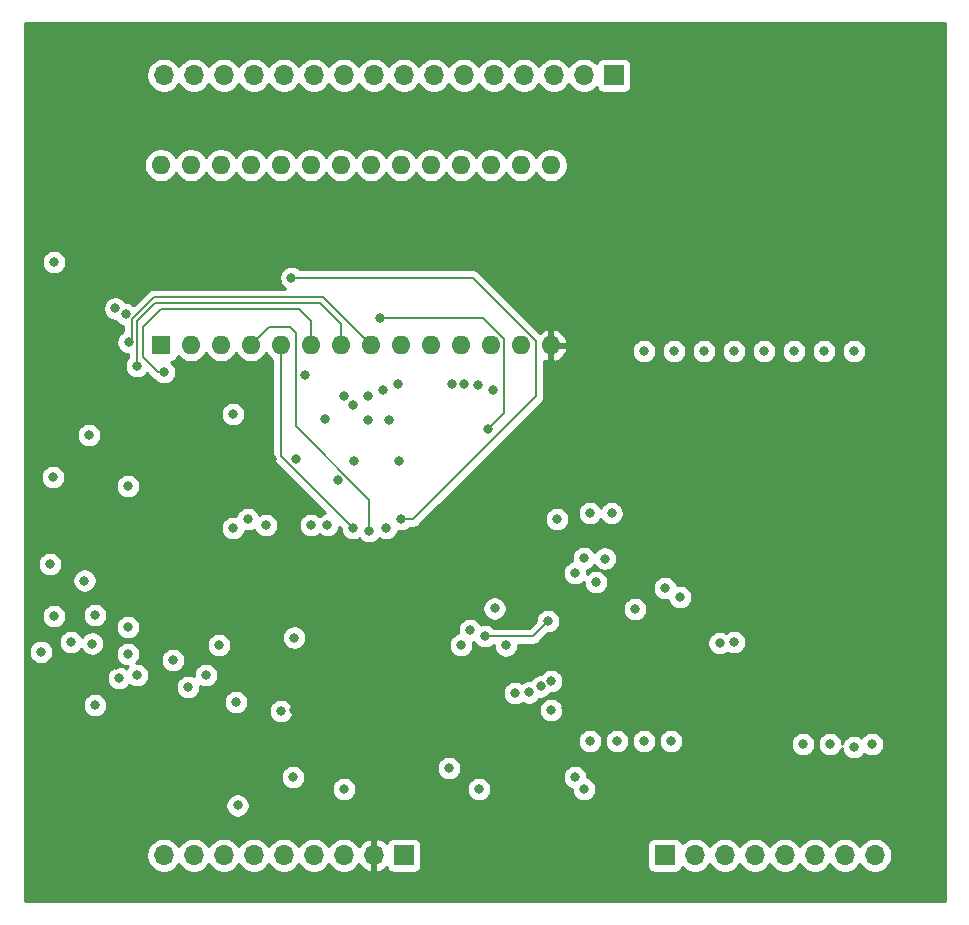
<source format=gbr>
%TF.GenerationSoftware,KiCad,Pcbnew,(5.1.10-1-10_14)*%
%TF.CreationDate,2021-11-08T19:33:34-05:00*%
%TF.ProjectId,RAM-MODULE,52414d2d-4d4f-4445-954c-452e6b696361,rev?*%
%TF.SameCoordinates,Original*%
%TF.FileFunction,Copper,L2,Inr*%
%TF.FilePolarity,Positive*%
%FSLAX46Y46*%
G04 Gerber Fmt 4.6, Leading zero omitted, Abs format (unit mm)*
G04 Created by KiCad (PCBNEW (5.1.10-1-10_14)) date 2021-11-08 19:33:34*
%MOMM*%
%LPD*%
G01*
G04 APERTURE LIST*
%TA.AperFunction,ComponentPad*%
%ADD10O,1.600000X1.600000*%
%TD*%
%TA.AperFunction,ComponentPad*%
%ADD11R,1.600000X1.600000*%
%TD*%
%TA.AperFunction,ComponentPad*%
%ADD12O,1.700000X1.700000*%
%TD*%
%TA.AperFunction,ComponentPad*%
%ADD13R,1.700000X1.700000*%
%TD*%
%TA.AperFunction,ViaPad*%
%ADD14C,0.800000*%
%TD*%
%TA.AperFunction,Conductor*%
%ADD15C,0.200000*%
%TD*%
%TA.AperFunction,Conductor*%
%ADD16C,0.254000*%
%TD*%
%TA.AperFunction,Conductor*%
%ADD17C,0.100000*%
%TD*%
G04 APERTURE END LIST*
D10*
%TO.N,+5V*%
%TO.C,U9*%
X4826000Y-109474000D03*
%TO.N,GND*%
X37846000Y-124714000D03*
%TO.N,+5V*%
X7366000Y-109474000D03*
%TO.N,/IO2*%
X35306000Y-124714000D03*
%TO.N,/A13*%
X9906000Y-109474000D03*
%TO.N,/IO1*%
X32766000Y-124714000D03*
%TO.N,/A8*%
X12446000Y-109474000D03*
%TO.N,/IO0*%
X30226000Y-124714000D03*
%TO.N,/A9*%
X14986000Y-109474000D03*
%TO.N,/A0*%
X27686000Y-124714000D03*
%TO.N,/A11*%
X17526000Y-109474000D03*
%TO.N,/A1*%
X25146000Y-124714000D03*
%TO.N,~OE*%
X20066000Y-109474000D03*
%TO.N,/A2*%
X22606000Y-124714000D03*
%TO.N,/A10*%
X22606000Y-109474000D03*
%TO.N,/A3*%
X20066000Y-124714000D03*
%TO.N,/~ROM_EN*%
X25146000Y-109474000D03*
%TO.N,/A4*%
X17526000Y-124714000D03*
%TO.N,/IO7*%
X27686000Y-109474000D03*
%TO.N,/A5*%
X14986000Y-124714000D03*
%TO.N,/IO6*%
X30226000Y-109474000D03*
%TO.N,/A6*%
X12446000Y-124714000D03*
%TO.N,/IO5*%
X32766000Y-109474000D03*
%TO.N,/A7*%
X9906000Y-124714000D03*
%TO.N,/IO4*%
X35306000Y-109474000D03*
%TO.N,/A12*%
X7366000Y-124714000D03*
%TO.N,/IO3*%
X37846000Y-109474000D03*
D11*
%TO.N,/A14*%
X4826000Y-124714000D03*
%TD*%
D12*
%TO.N,MR*%
%TO.C,J1*%
X5080000Y-167894000D03*
%TO.N,MODE*%
X7620000Y-167894000D03*
%TO.N,CLOCK*%
X10160000Y-167894000D03*
%TO.N,~DS_IN*%
X12700000Y-167894000D03*
%TO.N,~CS_IN*%
X15240000Y-167894000D03*
%TO.N,~OE*%
X17780000Y-167894000D03*
%TO.N,~WE*%
X20320000Y-167894000D03*
%TO.N,GND*%
X22860000Y-167894000D03*
D13*
%TO.N,+5V*%
X25400000Y-167894000D03*
%TD*%
D12*
%TO.N,/A15*%
%TO.C,J3*%
X5080000Y-101854000D03*
%TO.N,/A14*%
X7620000Y-101854000D03*
%TO.N,/A13*%
X10160000Y-101854000D03*
%TO.N,/A12*%
X12700000Y-101854000D03*
%TO.N,/A11*%
X15240000Y-101854000D03*
%TO.N,/A10*%
X17780000Y-101854000D03*
%TO.N,/A9*%
X20320000Y-101854000D03*
%TO.N,/A8*%
X22860000Y-101854000D03*
%TO.N,/A7*%
X25400000Y-101854000D03*
%TO.N,/A6*%
X27940000Y-101854000D03*
%TO.N,/A5*%
X30480000Y-101854000D03*
%TO.N,/A4*%
X33020000Y-101854000D03*
%TO.N,/A3*%
X35560000Y-101854000D03*
%TO.N,/A2*%
X38100000Y-101854000D03*
%TO.N,/A1*%
X40640000Y-101854000D03*
D13*
%TO.N,/A0*%
X43180000Y-101854000D03*
%TD*%
D12*
%TO.N,/IO0*%
%TO.C,J2*%
X65278000Y-167894000D03*
%TO.N,/IO1*%
X62738000Y-167894000D03*
%TO.N,/IO2*%
X60198000Y-167894000D03*
%TO.N,/IO3*%
X57658000Y-167894000D03*
%TO.N,/IO4*%
X55118000Y-167894000D03*
%TO.N,/IO5*%
X52578000Y-167894000D03*
%TO.N,/IO6*%
X50038000Y-167894000D03*
D13*
%TO.N,/IO7*%
X47498000Y-167894000D03*
%TD*%
D14*
%TO.N,GND*%
X62888500Y-149756500D03*
X56642000Y-147320000D03*
X57589500Y-157040500D03*
X39777000Y-139293000D03*
X43677000Y-144791000D03*
X33020000Y-144018000D03*
X16123000Y-155581000D03*
X7620000Y-162306000D03*
X13462000Y-143952000D03*
X16002000Y-140462000D03*
X14853000Y-149473000D03*
X14224000Y-134366000D03*
X1016000Y-151775000D03*
X-3586000Y-132618000D03*
X-2286000Y-117602000D03*
X33020000Y-157226000D03*
X63500000Y-133858000D03*
X60960000Y-133858000D03*
X58420000Y-133858000D03*
X55880000Y-133858000D03*
X53340000Y-133858000D03*
X50800000Y-133858000D03*
X48260000Y-133858000D03*
X45720000Y-133858000D03*
X39116000Y-155448000D03*
X-254000Y-128016000D03*
X-762000Y-138176000D03*
X51054000Y-156972000D03*
X44821601Y-150440932D03*
%TO.N,/A17*%
X7112000Y-153670000D03*
X-762000Y-155194000D03*
X44958010Y-147066000D03*
%TO.N,/A16*%
X32258000Y-149352000D03*
X8636000Y-152654000D03*
X2794000Y-152654000D03*
X37592000Y-148082000D03*
%TO.N,/A15*%
X-5334000Y-150677000D03*
X9742980Y-150114000D03*
%TO.N,/A14*%
X19825018Y-136130982D03*
%TO.N,/A13*%
X21209000Y-134493000D03*
X17018000Y-127254000D03*
%TO.N,/A12*%
X22352000Y-131064000D03*
%TO.N,/A11*%
X24130000Y-131064000D03*
%TO.N,/A10*%
X25019000Y-134493000D03*
%TO.N,/A9*%
X23368000Y-122428000D03*
X32512000Y-131826000D03*
%TO.N,/A8*%
X15875000Y-118999000D03*
X25146000Y-139446000D03*
%TO.N,/A7*%
X23876000Y-140208000D03*
%TO.N,/A6*%
X22475989Y-140444323D03*
%TO.N,/A5*%
X21075977Y-140208000D03*
%TO.N,/IO7*%
X45720000Y-125222000D03*
%TO.N,/IO6*%
X48260000Y-125222000D03*
X22352000Y-129032000D03*
X20320000Y-129032000D03*
%TO.N,/IO5*%
X50800000Y-125222000D03*
X23622000Y-128524000D03*
X21082000Y-129794000D03*
%TO.N,/IO4*%
X53340000Y-125222000D03*
X24892000Y-128016000D03*
X18711545Y-130953509D03*
%TO.N,/IO3*%
X55880000Y-125222000D03*
X18926011Y-139934526D03*
X32983994Y-128500032D03*
X37878448Y-153145436D03*
%TO.N,/IO2*%
X58420000Y-125222000D03*
X17526000Y-139954000D03*
X31706744Y-128100021D03*
X36987772Y-153600101D03*
%TO.N,/IO1*%
X60960000Y-125222000D03*
X30480000Y-128016000D03*
X13716000Y-139954000D03*
X35997000Y-154107000D03*
%TO.N,/IO0*%
X63500000Y-125222000D03*
X29464000Y-128016000D03*
X12192000Y-139446000D03*
X34798000Y-154178000D03*
%TO.N,/A4*%
X5080000Y-127000000D03*
%TO.N,/A3*%
X2794000Y-126492000D03*
%TO.N,/A2*%
X2093990Y-124460000D03*
%TO.N,/A1*%
X1848708Y-122077353D03*
%TO.N,/A0*%
X972642Y-121595137D03*
%TO.N,/A18*%
X30226000Y-150114000D03*
X5842000Y-151384000D03*
X1270000Y-152908000D03*
%TO.N,+5V*%
X52137000Y-149927000D03*
X14986000Y-155702000D03*
X16123000Y-149473000D03*
X16256000Y-134366000D03*
X34047000Y-150125000D03*
X33086000Y-147000000D03*
X38354000Y-139446000D03*
X-4236000Y-147656000D03*
X-4318000Y-135890000D03*
X-4236000Y-117684000D03*
X20320000Y-162306000D03*
X11326500Y-163679500D03*
%TO.N,MR*%
X53340000Y-149860000D03*
X40640000Y-162306000D03*
X31750000Y-162306000D03*
X29210000Y-160528000D03*
%TO.N,CLOCK*%
X39878000Y-161290000D03*
X37866132Y-155611054D03*
%TO.N,~OE*%
X11176000Y-154940000D03*
X10922000Y-130556000D03*
%TO.N,~WE*%
X16002000Y-161290000D03*
%TO.N,/CS2*%
X43434000Y-158242000D03*
X42414246Y-142786227D03*
%TO.N,/CS1*%
X45720000Y-158242000D03*
X41656000Y-144780000D03*
%TO.N,/CS0*%
X48006000Y-158242000D03*
X39878000Y-144018000D03*
%TO.N,/DS2*%
X61468000Y-158496000D03*
X42987990Y-138938000D03*
%TO.N,/DS1*%
X63500000Y-158750000D03*
X47498000Y-145288000D03*
%TO.N,/DS0*%
X65024000Y-158496000D03*
X48768000Y-146050000D03*
%TO.N,/CS3*%
X41148000Y-158242000D03*
X40640000Y-142748000D03*
%TO.N,/DS3*%
X59182000Y-158496000D03*
X41148000Y-138938000D03*
%TO.N,Net-(U1-Pad6)*%
X2032000Y-136652000D03*
X10922000Y-140208000D03*
%TO.N,/~RAM_CS*%
X30988000Y-148844000D03*
X2032000Y-150876000D03*
X2032000Y-148590000D03*
X-4572000Y-143256000D03*
%TO.N,/~ROM_EN*%
X-1270000Y-132334000D03*
%TO.N,Net-(U6-Pad10)*%
X-1636000Y-144638000D03*
X-981716Y-149976990D03*
%TO.N,Net-(U6-Pad3)*%
X-762000Y-147574000D03*
X-2794000Y-149860000D03*
%TD*%
D15*
%TO.N,/A16*%
X32258000Y-149352000D02*
X36322000Y-149352000D01*
X36322000Y-149352000D02*
X37592000Y-148082000D01*
%TO.N,/A9*%
X33866001Y-124185999D02*
X33866001Y-130471999D01*
X32108002Y-122428000D02*
X33866001Y-124185999D01*
X23368000Y-122428000D02*
X32108002Y-122428000D01*
X33866001Y-130471999D02*
X32512000Y-131826000D01*
%TO.N,/A8*%
X31219002Y-118999000D02*
X36576000Y-124355998D01*
X15875000Y-118999000D02*
X31219002Y-118999000D01*
X36576000Y-124355998D02*
X36576000Y-129032000D01*
X36576000Y-129032000D02*
X26162000Y-139446000D01*
X26162000Y-139446000D02*
X25146000Y-139446000D01*
%TO.N,/A6*%
X22475989Y-137791989D02*
X22475989Y-140444323D01*
X16256000Y-131572000D02*
X22475989Y-137791989D01*
X16256000Y-123698000D02*
X16256000Y-131572000D01*
X12446000Y-124714000D02*
X13970000Y-123190000D01*
X15748000Y-123190000D02*
X16256000Y-123698000D01*
X13970000Y-123190000D02*
X15748000Y-123190000D01*
%TO.N,/A5*%
X14986000Y-124714000D02*
X14986000Y-134118023D01*
X14986000Y-134118023D02*
X21075977Y-140208000D01*
%TO.N,/A4*%
X17526000Y-124714000D02*
X17526000Y-122682000D01*
X17526000Y-122682000D02*
X16510000Y-121666000D01*
X16510000Y-121666000D02*
X4826000Y-121666000D01*
X4826000Y-121666000D02*
X3302000Y-123190000D01*
X3302000Y-123190000D02*
X3302000Y-125730000D01*
X3302000Y-125730000D02*
X4572000Y-127000000D01*
X4572000Y-127000000D02*
X5080000Y-127000000D01*
%TO.N,/A3*%
X20066000Y-124714000D02*
X20066000Y-122936000D01*
X20066000Y-122936000D02*
X18288000Y-121158000D01*
X18288000Y-121158000D02*
X4318000Y-121158000D01*
X4318000Y-121158000D02*
X2794000Y-122682000D01*
X2794000Y-122682000D02*
X2794000Y-125984000D01*
X2794000Y-125984000D02*
X2794000Y-126492000D01*
%TO.N,/A2*%
X18542000Y-120650000D02*
X4260300Y-120650000D01*
X22606000Y-124714000D02*
X18542000Y-120650000D01*
X2393989Y-124160001D02*
X2093990Y-124460000D01*
X2393989Y-122516311D02*
X2393989Y-124160001D01*
X4260300Y-120650000D02*
X2393989Y-122516311D01*
%TD*%
D16*
%TO.N,GND*%
X71222001Y-161257572D02*
X71222000Y-161257582D01*
X71222001Y-171806000D01*
X-6706000Y-171806000D01*
X-6706000Y-167747740D01*
X3595000Y-167747740D01*
X3595000Y-168040260D01*
X3652068Y-168327158D01*
X3764010Y-168597411D01*
X3926525Y-168840632D01*
X4133368Y-169047475D01*
X4376589Y-169209990D01*
X4646842Y-169321932D01*
X4933740Y-169379000D01*
X5226260Y-169379000D01*
X5513158Y-169321932D01*
X5783411Y-169209990D01*
X6026632Y-169047475D01*
X6233475Y-168840632D01*
X6350000Y-168666240D01*
X6466525Y-168840632D01*
X6673368Y-169047475D01*
X6916589Y-169209990D01*
X7186842Y-169321932D01*
X7473740Y-169379000D01*
X7766260Y-169379000D01*
X8053158Y-169321932D01*
X8323411Y-169209990D01*
X8566632Y-169047475D01*
X8773475Y-168840632D01*
X8890000Y-168666240D01*
X9006525Y-168840632D01*
X9213368Y-169047475D01*
X9456589Y-169209990D01*
X9726842Y-169321932D01*
X10013740Y-169379000D01*
X10306260Y-169379000D01*
X10593158Y-169321932D01*
X10863411Y-169209990D01*
X11106632Y-169047475D01*
X11313475Y-168840632D01*
X11430000Y-168666240D01*
X11546525Y-168840632D01*
X11753368Y-169047475D01*
X11996589Y-169209990D01*
X12266842Y-169321932D01*
X12553740Y-169379000D01*
X12846260Y-169379000D01*
X13133158Y-169321932D01*
X13403411Y-169209990D01*
X13646632Y-169047475D01*
X13853475Y-168840632D01*
X13970000Y-168666240D01*
X14086525Y-168840632D01*
X14293368Y-169047475D01*
X14536589Y-169209990D01*
X14806842Y-169321932D01*
X15093740Y-169379000D01*
X15386260Y-169379000D01*
X15673158Y-169321932D01*
X15943411Y-169209990D01*
X16186632Y-169047475D01*
X16393475Y-168840632D01*
X16510000Y-168666240D01*
X16626525Y-168840632D01*
X16833368Y-169047475D01*
X17076589Y-169209990D01*
X17346842Y-169321932D01*
X17633740Y-169379000D01*
X17926260Y-169379000D01*
X18213158Y-169321932D01*
X18483411Y-169209990D01*
X18726632Y-169047475D01*
X18933475Y-168840632D01*
X19050000Y-168666240D01*
X19166525Y-168840632D01*
X19373368Y-169047475D01*
X19616589Y-169209990D01*
X19886842Y-169321932D01*
X20173740Y-169379000D01*
X20466260Y-169379000D01*
X20753158Y-169321932D01*
X21023411Y-169209990D01*
X21266632Y-169047475D01*
X21473475Y-168840632D01*
X21595195Y-168658466D01*
X21664822Y-168775355D01*
X21859731Y-168991588D01*
X22093080Y-169165641D01*
X22355901Y-169290825D01*
X22503110Y-169335476D01*
X22733000Y-169214155D01*
X22733000Y-168021000D01*
X22713000Y-168021000D01*
X22713000Y-167767000D01*
X22733000Y-167767000D01*
X22733000Y-166573845D01*
X22987000Y-166573845D01*
X22987000Y-167767000D01*
X23007000Y-167767000D01*
X23007000Y-168021000D01*
X22987000Y-168021000D01*
X22987000Y-169214155D01*
X23216890Y-169335476D01*
X23364099Y-169290825D01*
X23626920Y-169165641D01*
X23860269Y-168991588D01*
X23936034Y-168907534D01*
X23960498Y-168988180D01*
X24019463Y-169098494D01*
X24098815Y-169195185D01*
X24195506Y-169274537D01*
X24305820Y-169333502D01*
X24425518Y-169369812D01*
X24550000Y-169382072D01*
X26250000Y-169382072D01*
X26374482Y-169369812D01*
X26494180Y-169333502D01*
X26604494Y-169274537D01*
X26701185Y-169195185D01*
X26780537Y-169098494D01*
X26839502Y-168988180D01*
X26875812Y-168868482D01*
X26888072Y-168744000D01*
X26888072Y-167044000D01*
X46009928Y-167044000D01*
X46009928Y-168744000D01*
X46022188Y-168868482D01*
X46058498Y-168988180D01*
X46117463Y-169098494D01*
X46196815Y-169195185D01*
X46293506Y-169274537D01*
X46403820Y-169333502D01*
X46523518Y-169369812D01*
X46648000Y-169382072D01*
X48348000Y-169382072D01*
X48472482Y-169369812D01*
X48592180Y-169333502D01*
X48702494Y-169274537D01*
X48799185Y-169195185D01*
X48878537Y-169098494D01*
X48937502Y-168988180D01*
X48959513Y-168915620D01*
X49091368Y-169047475D01*
X49334589Y-169209990D01*
X49604842Y-169321932D01*
X49891740Y-169379000D01*
X50184260Y-169379000D01*
X50471158Y-169321932D01*
X50741411Y-169209990D01*
X50984632Y-169047475D01*
X51191475Y-168840632D01*
X51308000Y-168666240D01*
X51424525Y-168840632D01*
X51631368Y-169047475D01*
X51874589Y-169209990D01*
X52144842Y-169321932D01*
X52431740Y-169379000D01*
X52724260Y-169379000D01*
X53011158Y-169321932D01*
X53281411Y-169209990D01*
X53524632Y-169047475D01*
X53731475Y-168840632D01*
X53848000Y-168666240D01*
X53964525Y-168840632D01*
X54171368Y-169047475D01*
X54414589Y-169209990D01*
X54684842Y-169321932D01*
X54971740Y-169379000D01*
X55264260Y-169379000D01*
X55551158Y-169321932D01*
X55821411Y-169209990D01*
X56064632Y-169047475D01*
X56271475Y-168840632D01*
X56388000Y-168666240D01*
X56504525Y-168840632D01*
X56711368Y-169047475D01*
X56954589Y-169209990D01*
X57224842Y-169321932D01*
X57511740Y-169379000D01*
X57804260Y-169379000D01*
X58091158Y-169321932D01*
X58361411Y-169209990D01*
X58604632Y-169047475D01*
X58811475Y-168840632D01*
X58928000Y-168666240D01*
X59044525Y-168840632D01*
X59251368Y-169047475D01*
X59494589Y-169209990D01*
X59764842Y-169321932D01*
X60051740Y-169379000D01*
X60344260Y-169379000D01*
X60631158Y-169321932D01*
X60901411Y-169209990D01*
X61144632Y-169047475D01*
X61351475Y-168840632D01*
X61468000Y-168666240D01*
X61584525Y-168840632D01*
X61791368Y-169047475D01*
X62034589Y-169209990D01*
X62304842Y-169321932D01*
X62591740Y-169379000D01*
X62884260Y-169379000D01*
X63171158Y-169321932D01*
X63441411Y-169209990D01*
X63684632Y-169047475D01*
X63891475Y-168840632D01*
X64008000Y-168666240D01*
X64124525Y-168840632D01*
X64331368Y-169047475D01*
X64574589Y-169209990D01*
X64844842Y-169321932D01*
X65131740Y-169379000D01*
X65424260Y-169379000D01*
X65711158Y-169321932D01*
X65981411Y-169209990D01*
X66224632Y-169047475D01*
X66431475Y-168840632D01*
X66593990Y-168597411D01*
X66705932Y-168327158D01*
X66763000Y-168040260D01*
X66763000Y-167747740D01*
X66705932Y-167460842D01*
X66593990Y-167190589D01*
X66431475Y-166947368D01*
X66224632Y-166740525D01*
X65981411Y-166578010D01*
X65711158Y-166466068D01*
X65424260Y-166409000D01*
X65131740Y-166409000D01*
X64844842Y-166466068D01*
X64574589Y-166578010D01*
X64331368Y-166740525D01*
X64124525Y-166947368D01*
X64008000Y-167121760D01*
X63891475Y-166947368D01*
X63684632Y-166740525D01*
X63441411Y-166578010D01*
X63171158Y-166466068D01*
X62884260Y-166409000D01*
X62591740Y-166409000D01*
X62304842Y-166466068D01*
X62034589Y-166578010D01*
X61791368Y-166740525D01*
X61584525Y-166947368D01*
X61468000Y-167121760D01*
X61351475Y-166947368D01*
X61144632Y-166740525D01*
X60901411Y-166578010D01*
X60631158Y-166466068D01*
X60344260Y-166409000D01*
X60051740Y-166409000D01*
X59764842Y-166466068D01*
X59494589Y-166578010D01*
X59251368Y-166740525D01*
X59044525Y-166947368D01*
X58928000Y-167121760D01*
X58811475Y-166947368D01*
X58604632Y-166740525D01*
X58361411Y-166578010D01*
X58091158Y-166466068D01*
X57804260Y-166409000D01*
X57511740Y-166409000D01*
X57224842Y-166466068D01*
X56954589Y-166578010D01*
X56711368Y-166740525D01*
X56504525Y-166947368D01*
X56388000Y-167121760D01*
X56271475Y-166947368D01*
X56064632Y-166740525D01*
X55821411Y-166578010D01*
X55551158Y-166466068D01*
X55264260Y-166409000D01*
X54971740Y-166409000D01*
X54684842Y-166466068D01*
X54414589Y-166578010D01*
X54171368Y-166740525D01*
X53964525Y-166947368D01*
X53848000Y-167121760D01*
X53731475Y-166947368D01*
X53524632Y-166740525D01*
X53281411Y-166578010D01*
X53011158Y-166466068D01*
X52724260Y-166409000D01*
X52431740Y-166409000D01*
X52144842Y-166466068D01*
X51874589Y-166578010D01*
X51631368Y-166740525D01*
X51424525Y-166947368D01*
X51308000Y-167121760D01*
X51191475Y-166947368D01*
X50984632Y-166740525D01*
X50741411Y-166578010D01*
X50471158Y-166466068D01*
X50184260Y-166409000D01*
X49891740Y-166409000D01*
X49604842Y-166466068D01*
X49334589Y-166578010D01*
X49091368Y-166740525D01*
X48959513Y-166872380D01*
X48937502Y-166799820D01*
X48878537Y-166689506D01*
X48799185Y-166592815D01*
X48702494Y-166513463D01*
X48592180Y-166454498D01*
X48472482Y-166418188D01*
X48348000Y-166405928D01*
X46648000Y-166405928D01*
X46523518Y-166418188D01*
X46403820Y-166454498D01*
X46293506Y-166513463D01*
X46196815Y-166592815D01*
X46117463Y-166689506D01*
X46058498Y-166799820D01*
X46022188Y-166919518D01*
X46009928Y-167044000D01*
X26888072Y-167044000D01*
X26875812Y-166919518D01*
X26839502Y-166799820D01*
X26780537Y-166689506D01*
X26701185Y-166592815D01*
X26604494Y-166513463D01*
X26494180Y-166454498D01*
X26374482Y-166418188D01*
X26250000Y-166405928D01*
X24550000Y-166405928D01*
X24425518Y-166418188D01*
X24305820Y-166454498D01*
X24195506Y-166513463D01*
X24098815Y-166592815D01*
X24019463Y-166689506D01*
X23960498Y-166799820D01*
X23936034Y-166880466D01*
X23860269Y-166796412D01*
X23626920Y-166622359D01*
X23364099Y-166497175D01*
X23216890Y-166452524D01*
X22987000Y-166573845D01*
X22733000Y-166573845D01*
X22503110Y-166452524D01*
X22355901Y-166497175D01*
X22093080Y-166622359D01*
X21859731Y-166796412D01*
X21664822Y-167012645D01*
X21595195Y-167129534D01*
X21473475Y-166947368D01*
X21266632Y-166740525D01*
X21023411Y-166578010D01*
X20753158Y-166466068D01*
X20466260Y-166409000D01*
X20173740Y-166409000D01*
X19886842Y-166466068D01*
X19616589Y-166578010D01*
X19373368Y-166740525D01*
X19166525Y-166947368D01*
X19050000Y-167121760D01*
X18933475Y-166947368D01*
X18726632Y-166740525D01*
X18483411Y-166578010D01*
X18213158Y-166466068D01*
X17926260Y-166409000D01*
X17633740Y-166409000D01*
X17346842Y-166466068D01*
X17076589Y-166578010D01*
X16833368Y-166740525D01*
X16626525Y-166947368D01*
X16510000Y-167121760D01*
X16393475Y-166947368D01*
X16186632Y-166740525D01*
X15943411Y-166578010D01*
X15673158Y-166466068D01*
X15386260Y-166409000D01*
X15093740Y-166409000D01*
X14806842Y-166466068D01*
X14536589Y-166578010D01*
X14293368Y-166740525D01*
X14086525Y-166947368D01*
X13970000Y-167121760D01*
X13853475Y-166947368D01*
X13646632Y-166740525D01*
X13403411Y-166578010D01*
X13133158Y-166466068D01*
X12846260Y-166409000D01*
X12553740Y-166409000D01*
X12266842Y-166466068D01*
X11996589Y-166578010D01*
X11753368Y-166740525D01*
X11546525Y-166947368D01*
X11430000Y-167121760D01*
X11313475Y-166947368D01*
X11106632Y-166740525D01*
X10863411Y-166578010D01*
X10593158Y-166466068D01*
X10306260Y-166409000D01*
X10013740Y-166409000D01*
X9726842Y-166466068D01*
X9456589Y-166578010D01*
X9213368Y-166740525D01*
X9006525Y-166947368D01*
X8890000Y-167121760D01*
X8773475Y-166947368D01*
X8566632Y-166740525D01*
X8323411Y-166578010D01*
X8053158Y-166466068D01*
X7766260Y-166409000D01*
X7473740Y-166409000D01*
X7186842Y-166466068D01*
X6916589Y-166578010D01*
X6673368Y-166740525D01*
X6466525Y-166947368D01*
X6350000Y-167121760D01*
X6233475Y-166947368D01*
X6026632Y-166740525D01*
X5783411Y-166578010D01*
X5513158Y-166466068D01*
X5226260Y-166409000D01*
X4933740Y-166409000D01*
X4646842Y-166466068D01*
X4376589Y-166578010D01*
X4133368Y-166740525D01*
X3926525Y-166947368D01*
X3764010Y-167190589D01*
X3652068Y-167460842D01*
X3595000Y-167747740D01*
X-6706000Y-167747740D01*
X-6706000Y-163577561D01*
X10291500Y-163577561D01*
X10291500Y-163781439D01*
X10331274Y-163981398D01*
X10409295Y-164169756D01*
X10522563Y-164339274D01*
X10666726Y-164483437D01*
X10836244Y-164596705D01*
X11024602Y-164674726D01*
X11224561Y-164714500D01*
X11428439Y-164714500D01*
X11628398Y-164674726D01*
X11816756Y-164596705D01*
X11986274Y-164483437D01*
X12130437Y-164339274D01*
X12243705Y-164169756D01*
X12321726Y-163981398D01*
X12361500Y-163781439D01*
X12361500Y-163577561D01*
X12321726Y-163377602D01*
X12243705Y-163189244D01*
X12130437Y-163019726D01*
X11986274Y-162875563D01*
X11816756Y-162762295D01*
X11628398Y-162684274D01*
X11428439Y-162644500D01*
X11224561Y-162644500D01*
X11024602Y-162684274D01*
X10836244Y-162762295D01*
X10666726Y-162875563D01*
X10522563Y-163019726D01*
X10409295Y-163189244D01*
X10331274Y-163377602D01*
X10291500Y-163577561D01*
X-6706000Y-163577561D01*
X-6706000Y-161188061D01*
X14967000Y-161188061D01*
X14967000Y-161391939D01*
X15006774Y-161591898D01*
X15084795Y-161780256D01*
X15198063Y-161949774D01*
X15342226Y-162093937D01*
X15511744Y-162207205D01*
X15700102Y-162285226D01*
X15900061Y-162325000D01*
X16103939Y-162325000D01*
X16303898Y-162285226D01*
X16492256Y-162207205D01*
X16496961Y-162204061D01*
X19285000Y-162204061D01*
X19285000Y-162407939D01*
X19324774Y-162607898D01*
X19402795Y-162796256D01*
X19516063Y-162965774D01*
X19660226Y-163109937D01*
X19829744Y-163223205D01*
X20018102Y-163301226D01*
X20218061Y-163341000D01*
X20421939Y-163341000D01*
X20621898Y-163301226D01*
X20810256Y-163223205D01*
X20979774Y-163109937D01*
X21123937Y-162965774D01*
X21237205Y-162796256D01*
X21315226Y-162607898D01*
X21355000Y-162407939D01*
X21355000Y-162204061D01*
X30715000Y-162204061D01*
X30715000Y-162407939D01*
X30754774Y-162607898D01*
X30832795Y-162796256D01*
X30946063Y-162965774D01*
X31090226Y-163109937D01*
X31259744Y-163223205D01*
X31448102Y-163301226D01*
X31648061Y-163341000D01*
X31851939Y-163341000D01*
X32051898Y-163301226D01*
X32240256Y-163223205D01*
X32409774Y-163109937D01*
X32553937Y-162965774D01*
X32667205Y-162796256D01*
X32745226Y-162607898D01*
X32785000Y-162407939D01*
X32785000Y-162204061D01*
X32745226Y-162004102D01*
X32667205Y-161815744D01*
X32553937Y-161646226D01*
X32409774Y-161502063D01*
X32240256Y-161388795D01*
X32051898Y-161310774D01*
X31851939Y-161271000D01*
X31648061Y-161271000D01*
X31448102Y-161310774D01*
X31259744Y-161388795D01*
X31090226Y-161502063D01*
X30946063Y-161646226D01*
X30832795Y-161815744D01*
X30754774Y-162004102D01*
X30715000Y-162204061D01*
X21355000Y-162204061D01*
X21315226Y-162004102D01*
X21237205Y-161815744D01*
X21123937Y-161646226D01*
X20979774Y-161502063D01*
X20810256Y-161388795D01*
X20621898Y-161310774D01*
X20421939Y-161271000D01*
X20218061Y-161271000D01*
X20018102Y-161310774D01*
X19829744Y-161388795D01*
X19660226Y-161502063D01*
X19516063Y-161646226D01*
X19402795Y-161815744D01*
X19324774Y-162004102D01*
X19285000Y-162204061D01*
X16496961Y-162204061D01*
X16661774Y-162093937D01*
X16805937Y-161949774D01*
X16919205Y-161780256D01*
X16997226Y-161591898D01*
X17037000Y-161391939D01*
X17037000Y-161188061D01*
X16997226Y-160988102D01*
X16919205Y-160799744D01*
X16805937Y-160630226D01*
X16661774Y-160486063D01*
X16571975Y-160426061D01*
X28175000Y-160426061D01*
X28175000Y-160629939D01*
X28214774Y-160829898D01*
X28292795Y-161018256D01*
X28406063Y-161187774D01*
X28550226Y-161331937D01*
X28719744Y-161445205D01*
X28908102Y-161523226D01*
X29108061Y-161563000D01*
X29311939Y-161563000D01*
X29511898Y-161523226D01*
X29700256Y-161445205D01*
X29869774Y-161331937D01*
X30013650Y-161188061D01*
X38843000Y-161188061D01*
X38843000Y-161391939D01*
X38882774Y-161591898D01*
X38960795Y-161780256D01*
X39074063Y-161949774D01*
X39218226Y-162093937D01*
X39387744Y-162207205D01*
X39576102Y-162285226D01*
X39605000Y-162290974D01*
X39605000Y-162407939D01*
X39644774Y-162607898D01*
X39722795Y-162796256D01*
X39836063Y-162965774D01*
X39980226Y-163109937D01*
X40149744Y-163223205D01*
X40338102Y-163301226D01*
X40538061Y-163341000D01*
X40741939Y-163341000D01*
X40941898Y-163301226D01*
X41130256Y-163223205D01*
X41299774Y-163109937D01*
X41443937Y-162965774D01*
X41557205Y-162796256D01*
X41635226Y-162607898D01*
X41675000Y-162407939D01*
X41675000Y-162204061D01*
X41635226Y-162004102D01*
X41557205Y-161815744D01*
X41443937Y-161646226D01*
X41299774Y-161502063D01*
X41130256Y-161388795D01*
X40941898Y-161310774D01*
X40913000Y-161305026D01*
X40913000Y-161188061D01*
X40873226Y-160988102D01*
X40795205Y-160799744D01*
X40681937Y-160630226D01*
X40537774Y-160486063D01*
X40368256Y-160372795D01*
X40179898Y-160294774D01*
X39979939Y-160255000D01*
X39776061Y-160255000D01*
X39576102Y-160294774D01*
X39387744Y-160372795D01*
X39218226Y-160486063D01*
X39074063Y-160630226D01*
X38960795Y-160799744D01*
X38882774Y-160988102D01*
X38843000Y-161188061D01*
X30013650Y-161188061D01*
X30013937Y-161187774D01*
X30127205Y-161018256D01*
X30205226Y-160829898D01*
X30245000Y-160629939D01*
X30245000Y-160426061D01*
X30205226Y-160226102D01*
X30127205Y-160037744D01*
X30013937Y-159868226D01*
X29869774Y-159724063D01*
X29700256Y-159610795D01*
X29511898Y-159532774D01*
X29311939Y-159493000D01*
X29108061Y-159493000D01*
X28908102Y-159532774D01*
X28719744Y-159610795D01*
X28550226Y-159724063D01*
X28406063Y-159868226D01*
X28292795Y-160037744D01*
X28214774Y-160226102D01*
X28175000Y-160426061D01*
X16571975Y-160426061D01*
X16492256Y-160372795D01*
X16303898Y-160294774D01*
X16103939Y-160255000D01*
X15900061Y-160255000D01*
X15700102Y-160294774D01*
X15511744Y-160372795D01*
X15342226Y-160486063D01*
X15198063Y-160630226D01*
X15084795Y-160799744D01*
X15006774Y-160988102D01*
X14967000Y-161188061D01*
X-6706000Y-161188061D01*
X-6706000Y-158140061D01*
X40113000Y-158140061D01*
X40113000Y-158343939D01*
X40152774Y-158543898D01*
X40230795Y-158732256D01*
X40344063Y-158901774D01*
X40488226Y-159045937D01*
X40657744Y-159159205D01*
X40846102Y-159237226D01*
X41046061Y-159277000D01*
X41249939Y-159277000D01*
X41449898Y-159237226D01*
X41638256Y-159159205D01*
X41807774Y-159045937D01*
X41951937Y-158901774D01*
X42065205Y-158732256D01*
X42143226Y-158543898D01*
X42183000Y-158343939D01*
X42183000Y-158140061D01*
X42399000Y-158140061D01*
X42399000Y-158343939D01*
X42438774Y-158543898D01*
X42516795Y-158732256D01*
X42630063Y-158901774D01*
X42774226Y-159045937D01*
X42943744Y-159159205D01*
X43132102Y-159237226D01*
X43332061Y-159277000D01*
X43535939Y-159277000D01*
X43735898Y-159237226D01*
X43924256Y-159159205D01*
X44093774Y-159045937D01*
X44237937Y-158901774D01*
X44351205Y-158732256D01*
X44429226Y-158543898D01*
X44469000Y-158343939D01*
X44469000Y-158140061D01*
X44685000Y-158140061D01*
X44685000Y-158343939D01*
X44724774Y-158543898D01*
X44802795Y-158732256D01*
X44916063Y-158901774D01*
X45060226Y-159045937D01*
X45229744Y-159159205D01*
X45418102Y-159237226D01*
X45618061Y-159277000D01*
X45821939Y-159277000D01*
X46021898Y-159237226D01*
X46210256Y-159159205D01*
X46379774Y-159045937D01*
X46523937Y-158901774D01*
X46637205Y-158732256D01*
X46715226Y-158543898D01*
X46755000Y-158343939D01*
X46755000Y-158140061D01*
X46971000Y-158140061D01*
X46971000Y-158343939D01*
X47010774Y-158543898D01*
X47088795Y-158732256D01*
X47202063Y-158901774D01*
X47346226Y-159045937D01*
X47515744Y-159159205D01*
X47704102Y-159237226D01*
X47904061Y-159277000D01*
X48107939Y-159277000D01*
X48307898Y-159237226D01*
X48496256Y-159159205D01*
X48665774Y-159045937D01*
X48809937Y-158901774D01*
X48923205Y-158732256D01*
X49001226Y-158543898D01*
X49031030Y-158394061D01*
X58147000Y-158394061D01*
X58147000Y-158597939D01*
X58186774Y-158797898D01*
X58264795Y-158986256D01*
X58378063Y-159155774D01*
X58522226Y-159299937D01*
X58691744Y-159413205D01*
X58880102Y-159491226D01*
X59080061Y-159531000D01*
X59283939Y-159531000D01*
X59483898Y-159491226D01*
X59672256Y-159413205D01*
X59841774Y-159299937D01*
X59985937Y-159155774D01*
X60099205Y-158986256D01*
X60177226Y-158797898D01*
X60217000Y-158597939D01*
X60217000Y-158394061D01*
X60433000Y-158394061D01*
X60433000Y-158597939D01*
X60472774Y-158797898D01*
X60550795Y-158986256D01*
X60664063Y-159155774D01*
X60808226Y-159299937D01*
X60977744Y-159413205D01*
X61166102Y-159491226D01*
X61366061Y-159531000D01*
X61569939Y-159531000D01*
X61769898Y-159491226D01*
X61958256Y-159413205D01*
X62127774Y-159299937D01*
X62271937Y-159155774D01*
X62385205Y-158986256D01*
X62463226Y-158797898D01*
X62465000Y-158788979D01*
X62465000Y-158851939D01*
X62504774Y-159051898D01*
X62582795Y-159240256D01*
X62696063Y-159409774D01*
X62840226Y-159553937D01*
X63009744Y-159667205D01*
X63198102Y-159745226D01*
X63398061Y-159785000D01*
X63601939Y-159785000D01*
X63801898Y-159745226D01*
X63990256Y-159667205D01*
X64159774Y-159553937D01*
X64303937Y-159409774D01*
X64373284Y-159305989D01*
X64533744Y-159413205D01*
X64722102Y-159491226D01*
X64922061Y-159531000D01*
X65125939Y-159531000D01*
X65325898Y-159491226D01*
X65514256Y-159413205D01*
X65683774Y-159299937D01*
X65827937Y-159155774D01*
X65941205Y-158986256D01*
X66019226Y-158797898D01*
X66059000Y-158597939D01*
X66059000Y-158394061D01*
X66019226Y-158194102D01*
X65941205Y-158005744D01*
X65827937Y-157836226D01*
X65683774Y-157692063D01*
X65514256Y-157578795D01*
X65325898Y-157500774D01*
X65125939Y-157461000D01*
X64922061Y-157461000D01*
X64722102Y-157500774D01*
X64533744Y-157578795D01*
X64364226Y-157692063D01*
X64220063Y-157836226D01*
X64150716Y-157940011D01*
X63990256Y-157832795D01*
X63801898Y-157754774D01*
X63601939Y-157715000D01*
X63398061Y-157715000D01*
X63198102Y-157754774D01*
X63009744Y-157832795D01*
X62840226Y-157946063D01*
X62696063Y-158090226D01*
X62582795Y-158259744D01*
X62504774Y-158448102D01*
X62503000Y-158457021D01*
X62503000Y-158394061D01*
X62463226Y-158194102D01*
X62385205Y-158005744D01*
X62271937Y-157836226D01*
X62127774Y-157692063D01*
X61958256Y-157578795D01*
X61769898Y-157500774D01*
X61569939Y-157461000D01*
X61366061Y-157461000D01*
X61166102Y-157500774D01*
X60977744Y-157578795D01*
X60808226Y-157692063D01*
X60664063Y-157836226D01*
X60550795Y-158005744D01*
X60472774Y-158194102D01*
X60433000Y-158394061D01*
X60217000Y-158394061D01*
X60177226Y-158194102D01*
X60099205Y-158005744D01*
X59985937Y-157836226D01*
X59841774Y-157692063D01*
X59672256Y-157578795D01*
X59483898Y-157500774D01*
X59283939Y-157461000D01*
X59080061Y-157461000D01*
X58880102Y-157500774D01*
X58691744Y-157578795D01*
X58522226Y-157692063D01*
X58378063Y-157836226D01*
X58264795Y-158005744D01*
X58186774Y-158194102D01*
X58147000Y-158394061D01*
X49031030Y-158394061D01*
X49041000Y-158343939D01*
X49041000Y-158140061D01*
X49001226Y-157940102D01*
X48923205Y-157751744D01*
X48809937Y-157582226D01*
X48665774Y-157438063D01*
X48496256Y-157324795D01*
X48307898Y-157246774D01*
X48107939Y-157207000D01*
X47904061Y-157207000D01*
X47704102Y-157246774D01*
X47515744Y-157324795D01*
X47346226Y-157438063D01*
X47202063Y-157582226D01*
X47088795Y-157751744D01*
X47010774Y-157940102D01*
X46971000Y-158140061D01*
X46755000Y-158140061D01*
X46715226Y-157940102D01*
X46637205Y-157751744D01*
X46523937Y-157582226D01*
X46379774Y-157438063D01*
X46210256Y-157324795D01*
X46021898Y-157246774D01*
X45821939Y-157207000D01*
X45618061Y-157207000D01*
X45418102Y-157246774D01*
X45229744Y-157324795D01*
X45060226Y-157438063D01*
X44916063Y-157582226D01*
X44802795Y-157751744D01*
X44724774Y-157940102D01*
X44685000Y-158140061D01*
X44469000Y-158140061D01*
X44429226Y-157940102D01*
X44351205Y-157751744D01*
X44237937Y-157582226D01*
X44093774Y-157438063D01*
X43924256Y-157324795D01*
X43735898Y-157246774D01*
X43535939Y-157207000D01*
X43332061Y-157207000D01*
X43132102Y-157246774D01*
X42943744Y-157324795D01*
X42774226Y-157438063D01*
X42630063Y-157582226D01*
X42516795Y-157751744D01*
X42438774Y-157940102D01*
X42399000Y-158140061D01*
X42183000Y-158140061D01*
X42143226Y-157940102D01*
X42065205Y-157751744D01*
X41951937Y-157582226D01*
X41807774Y-157438063D01*
X41638256Y-157324795D01*
X41449898Y-157246774D01*
X41249939Y-157207000D01*
X41046061Y-157207000D01*
X40846102Y-157246774D01*
X40657744Y-157324795D01*
X40488226Y-157438063D01*
X40344063Y-157582226D01*
X40230795Y-157751744D01*
X40152774Y-157940102D01*
X40113000Y-158140061D01*
X-6706000Y-158140061D01*
X-6706000Y-155092061D01*
X-1797000Y-155092061D01*
X-1797000Y-155295939D01*
X-1757226Y-155495898D01*
X-1679205Y-155684256D01*
X-1565937Y-155853774D01*
X-1421774Y-155997937D01*
X-1252256Y-156111205D01*
X-1063898Y-156189226D01*
X-863939Y-156229000D01*
X-660061Y-156229000D01*
X-460102Y-156189226D01*
X-271744Y-156111205D01*
X-102226Y-155997937D01*
X41937Y-155853774D01*
X155205Y-155684256D01*
X233226Y-155495898D01*
X273000Y-155295939D01*
X273000Y-155092061D01*
X233226Y-154892102D01*
X210842Y-154838061D01*
X10141000Y-154838061D01*
X10141000Y-155041939D01*
X10180774Y-155241898D01*
X10258795Y-155430256D01*
X10372063Y-155599774D01*
X10516226Y-155743937D01*
X10685744Y-155857205D01*
X10874102Y-155935226D01*
X11074061Y-155975000D01*
X11277939Y-155975000D01*
X11477898Y-155935226D01*
X11666256Y-155857205D01*
X11835774Y-155743937D01*
X11979650Y-155600061D01*
X13951000Y-155600061D01*
X13951000Y-155803939D01*
X13990774Y-156003898D01*
X14068795Y-156192256D01*
X14182063Y-156361774D01*
X14326226Y-156505937D01*
X14495744Y-156619205D01*
X14684102Y-156697226D01*
X14884061Y-156737000D01*
X15087939Y-156737000D01*
X15287898Y-156697226D01*
X15476256Y-156619205D01*
X15645774Y-156505937D01*
X15789937Y-156361774D01*
X15903205Y-156192256D01*
X15981226Y-156003898D01*
X16021000Y-155803939D01*
X16021000Y-155600061D01*
X16002910Y-155509115D01*
X36831132Y-155509115D01*
X36831132Y-155712993D01*
X36870906Y-155912952D01*
X36948927Y-156101310D01*
X37062195Y-156270828D01*
X37206358Y-156414991D01*
X37375876Y-156528259D01*
X37564234Y-156606280D01*
X37764193Y-156646054D01*
X37968071Y-156646054D01*
X38168030Y-156606280D01*
X38356388Y-156528259D01*
X38525906Y-156414991D01*
X38670069Y-156270828D01*
X38783337Y-156101310D01*
X38861358Y-155912952D01*
X38901132Y-155712993D01*
X38901132Y-155509115D01*
X38861358Y-155309156D01*
X38783337Y-155120798D01*
X38670069Y-154951280D01*
X38525906Y-154807117D01*
X38356388Y-154693849D01*
X38168030Y-154615828D01*
X37968071Y-154576054D01*
X37764193Y-154576054D01*
X37564234Y-154615828D01*
X37375876Y-154693849D01*
X37206358Y-154807117D01*
X37062195Y-154951280D01*
X36948927Y-155120798D01*
X36870906Y-155309156D01*
X36831132Y-155509115D01*
X16002910Y-155509115D01*
X15981226Y-155400102D01*
X15903205Y-155211744D01*
X15789937Y-155042226D01*
X15645774Y-154898063D01*
X15476256Y-154784795D01*
X15287898Y-154706774D01*
X15087939Y-154667000D01*
X14884061Y-154667000D01*
X14684102Y-154706774D01*
X14495744Y-154784795D01*
X14326226Y-154898063D01*
X14182063Y-155042226D01*
X14068795Y-155211744D01*
X13990774Y-155400102D01*
X13951000Y-155600061D01*
X11979650Y-155600061D01*
X11979937Y-155599774D01*
X12093205Y-155430256D01*
X12171226Y-155241898D01*
X12211000Y-155041939D01*
X12211000Y-154838061D01*
X12171226Y-154638102D01*
X12093205Y-154449744D01*
X11979937Y-154280226D01*
X11835774Y-154136063D01*
X11745975Y-154076061D01*
X33763000Y-154076061D01*
X33763000Y-154279939D01*
X33802774Y-154479898D01*
X33880795Y-154668256D01*
X33994063Y-154837774D01*
X34138226Y-154981937D01*
X34307744Y-155095205D01*
X34496102Y-155173226D01*
X34696061Y-155213000D01*
X34899939Y-155213000D01*
X35099898Y-155173226D01*
X35288256Y-155095205D01*
X35450630Y-154986711D01*
X35506744Y-155024205D01*
X35695102Y-155102226D01*
X35895061Y-155142000D01*
X36098939Y-155142000D01*
X36298898Y-155102226D01*
X36487256Y-155024205D01*
X36656774Y-154910937D01*
X36800937Y-154766774D01*
X36888918Y-154635101D01*
X37089711Y-154635101D01*
X37289670Y-154595327D01*
X37478028Y-154517306D01*
X37647546Y-154404038D01*
X37791709Y-154259875D01*
X37844788Y-154180436D01*
X37980387Y-154180436D01*
X38180346Y-154140662D01*
X38368704Y-154062641D01*
X38538222Y-153949373D01*
X38682385Y-153805210D01*
X38795653Y-153635692D01*
X38873674Y-153447334D01*
X38913448Y-153247375D01*
X38913448Y-153043497D01*
X38873674Y-152843538D01*
X38795653Y-152655180D01*
X38682385Y-152485662D01*
X38538222Y-152341499D01*
X38368704Y-152228231D01*
X38180346Y-152150210D01*
X37980387Y-152110436D01*
X37776509Y-152110436D01*
X37576550Y-152150210D01*
X37388192Y-152228231D01*
X37218674Y-152341499D01*
X37074511Y-152485662D01*
X37021432Y-152565101D01*
X36885833Y-152565101D01*
X36685874Y-152604875D01*
X36497516Y-152682896D01*
X36327998Y-152796164D01*
X36183835Y-152940327D01*
X36095854Y-153072000D01*
X35895061Y-153072000D01*
X35695102Y-153111774D01*
X35506744Y-153189795D01*
X35344370Y-153298289D01*
X35288256Y-153260795D01*
X35099898Y-153182774D01*
X34899939Y-153143000D01*
X34696061Y-153143000D01*
X34496102Y-153182774D01*
X34307744Y-153260795D01*
X34138226Y-153374063D01*
X33994063Y-153518226D01*
X33880795Y-153687744D01*
X33802774Y-153876102D01*
X33763000Y-154076061D01*
X11745975Y-154076061D01*
X11666256Y-154022795D01*
X11477898Y-153944774D01*
X11277939Y-153905000D01*
X11074061Y-153905000D01*
X10874102Y-153944774D01*
X10685744Y-154022795D01*
X10516226Y-154136063D01*
X10372063Y-154280226D01*
X10258795Y-154449744D01*
X10180774Y-154638102D01*
X10141000Y-154838061D01*
X210842Y-154838061D01*
X155205Y-154703744D01*
X41937Y-154534226D01*
X-102226Y-154390063D01*
X-271744Y-154276795D01*
X-460102Y-154198774D01*
X-660061Y-154159000D01*
X-863939Y-154159000D01*
X-1063898Y-154198774D01*
X-1252256Y-154276795D01*
X-1421774Y-154390063D01*
X-1565937Y-154534226D01*
X-1679205Y-154703744D01*
X-1757226Y-154892102D01*
X-1797000Y-155092061D01*
X-6706000Y-155092061D01*
X-6706000Y-152806061D01*
X235000Y-152806061D01*
X235000Y-153009939D01*
X274774Y-153209898D01*
X352795Y-153398256D01*
X466063Y-153567774D01*
X610226Y-153711937D01*
X779744Y-153825205D01*
X968102Y-153903226D01*
X1168061Y-153943000D01*
X1371939Y-153943000D01*
X1571898Y-153903226D01*
X1760256Y-153825205D01*
X1929774Y-153711937D01*
X2073937Y-153567774D01*
X2143284Y-153463989D01*
X2303744Y-153571205D01*
X2492102Y-153649226D01*
X2692061Y-153689000D01*
X2895939Y-153689000D01*
X3095898Y-153649226D01*
X3284256Y-153571205D01*
X3288961Y-153568061D01*
X6077000Y-153568061D01*
X6077000Y-153771939D01*
X6116774Y-153971898D01*
X6194795Y-154160256D01*
X6308063Y-154329774D01*
X6452226Y-154473937D01*
X6621744Y-154587205D01*
X6810102Y-154665226D01*
X7010061Y-154705000D01*
X7213939Y-154705000D01*
X7413898Y-154665226D01*
X7602256Y-154587205D01*
X7771774Y-154473937D01*
X7915937Y-154329774D01*
X8029205Y-154160256D01*
X8107226Y-153971898D01*
X8147000Y-153771939D01*
X8147000Y-153571725D01*
X8334102Y-153649226D01*
X8534061Y-153689000D01*
X8737939Y-153689000D01*
X8937898Y-153649226D01*
X9126256Y-153571205D01*
X9295774Y-153457937D01*
X9439937Y-153313774D01*
X9553205Y-153144256D01*
X9631226Y-152955898D01*
X9671000Y-152755939D01*
X9671000Y-152552061D01*
X9631226Y-152352102D01*
X9553205Y-152163744D01*
X9439937Y-151994226D01*
X9295774Y-151850063D01*
X9126256Y-151736795D01*
X8937898Y-151658774D01*
X8737939Y-151619000D01*
X8534061Y-151619000D01*
X8334102Y-151658774D01*
X8145744Y-151736795D01*
X7976226Y-151850063D01*
X7832063Y-151994226D01*
X7718795Y-152163744D01*
X7640774Y-152352102D01*
X7601000Y-152552061D01*
X7601000Y-152752275D01*
X7413898Y-152674774D01*
X7213939Y-152635000D01*
X7010061Y-152635000D01*
X6810102Y-152674774D01*
X6621744Y-152752795D01*
X6452226Y-152866063D01*
X6308063Y-153010226D01*
X6194795Y-153179744D01*
X6116774Y-153368102D01*
X6077000Y-153568061D01*
X3288961Y-153568061D01*
X3453774Y-153457937D01*
X3597937Y-153313774D01*
X3711205Y-153144256D01*
X3789226Y-152955898D01*
X3829000Y-152755939D01*
X3829000Y-152552061D01*
X3789226Y-152352102D01*
X3711205Y-152163744D01*
X3597937Y-151994226D01*
X3453774Y-151850063D01*
X3284256Y-151736795D01*
X3095898Y-151658774D01*
X2895939Y-151619000D01*
X2752711Y-151619000D01*
X2835937Y-151535774D01*
X2949205Y-151366256D01*
X2984079Y-151282061D01*
X4807000Y-151282061D01*
X4807000Y-151485939D01*
X4846774Y-151685898D01*
X4924795Y-151874256D01*
X5038063Y-152043774D01*
X5182226Y-152187937D01*
X5351744Y-152301205D01*
X5540102Y-152379226D01*
X5740061Y-152419000D01*
X5943939Y-152419000D01*
X6143898Y-152379226D01*
X6332256Y-152301205D01*
X6501774Y-152187937D01*
X6645937Y-152043774D01*
X6759205Y-151874256D01*
X6837226Y-151685898D01*
X6877000Y-151485939D01*
X6877000Y-151282061D01*
X6837226Y-151082102D01*
X6759205Y-150893744D01*
X6645937Y-150724226D01*
X6501774Y-150580063D01*
X6332256Y-150466795D01*
X6143898Y-150388774D01*
X5943939Y-150349000D01*
X5740061Y-150349000D01*
X5540102Y-150388774D01*
X5351744Y-150466795D01*
X5182226Y-150580063D01*
X5038063Y-150724226D01*
X4924795Y-150893744D01*
X4846774Y-151082102D01*
X4807000Y-151282061D01*
X2984079Y-151282061D01*
X3027226Y-151177898D01*
X3067000Y-150977939D01*
X3067000Y-150774061D01*
X3027226Y-150574102D01*
X2949205Y-150385744D01*
X2835937Y-150216226D01*
X2691774Y-150072063D01*
X2601975Y-150012061D01*
X8707980Y-150012061D01*
X8707980Y-150215939D01*
X8747754Y-150415898D01*
X8825775Y-150604256D01*
X8939043Y-150773774D01*
X9083206Y-150917937D01*
X9252724Y-151031205D01*
X9441082Y-151109226D01*
X9641041Y-151149000D01*
X9844919Y-151149000D01*
X10044878Y-151109226D01*
X10233236Y-151031205D01*
X10402754Y-150917937D01*
X10546917Y-150773774D01*
X10660185Y-150604256D01*
X10738206Y-150415898D01*
X10777980Y-150215939D01*
X10777980Y-150012061D01*
X10738206Y-149812102D01*
X10660185Y-149623744D01*
X10546917Y-149454226D01*
X10463752Y-149371061D01*
X15088000Y-149371061D01*
X15088000Y-149574939D01*
X15127774Y-149774898D01*
X15205795Y-149963256D01*
X15319063Y-150132774D01*
X15463226Y-150276937D01*
X15632744Y-150390205D01*
X15821102Y-150468226D01*
X16021061Y-150508000D01*
X16224939Y-150508000D01*
X16424898Y-150468226D01*
X16613256Y-150390205D01*
X16782774Y-150276937D01*
X16926937Y-150132774D01*
X17007594Y-150012061D01*
X29191000Y-150012061D01*
X29191000Y-150215939D01*
X29230774Y-150415898D01*
X29308795Y-150604256D01*
X29422063Y-150773774D01*
X29566226Y-150917937D01*
X29735744Y-151031205D01*
X29924102Y-151109226D01*
X30124061Y-151149000D01*
X30327939Y-151149000D01*
X30527898Y-151109226D01*
X30716256Y-151031205D01*
X30885774Y-150917937D01*
X31029937Y-150773774D01*
X31143205Y-150604256D01*
X31221226Y-150415898D01*
X31261000Y-150215939D01*
X31261000Y-150012061D01*
X31229030Y-149851333D01*
X31289898Y-149839226D01*
X31332270Y-149821675D01*
X31340795Y-149842256D01*
X31454063Y-150011774D01*
X31598226Y-150155937D01*
X31767744Y-150269205D01*
X31956102Y-150347226D01*
X32156061Y-150387000D01*
X32359939Y-150387000D01*
X32559898Y-150347226D01*
X32748256Y-150269205D01*
X32917774Y-150155937D01*
X32986711Y-150087000D01*
X33012000Y-150087000D01*
X33012000Y-150226939D01*
X33051774Y-150426898D01*
X33129795Y-150615256D01*
X33243063Y-150784774D01*
X33387226Y-150928937D01*
X33556744Y-151042205D01*
X33745102Y-151120226D01*
X33945061Y-151160000D01*
X34148939Y-151160000D01*
X34348898Y-151120226D01*
X34537256Y-151042205D01*
X34706774Y-150928937D01*
X34850937Y-150784774D01*
X34964205Y-150615256D01*
X35042226Y-150426898D01*
X35082000Y-150226939D01*
X35082000Y-150087000D01*
X36285895Y-150087000D01*
X36322000Y-150090556D01*
X36358105Y-150087000D01*
X36466085Y-150076365D01*
X36604633Y-150034337D01*
X36732320Y-149966087D01*
X36844238Y-149874238D01*
X36867258Y-149846188D01*
X36888385Y-149825061D01*
X51102000Y-149825061D01*
X51102000Y-150028939D01*
X51141774Y-150228898D01*
X51219795Y-150417256D01*
X51333063Y-150586774D01*
X51477226Y-150730937D01*
X51646744Y-150844205D01*
X51835102Y-150922226D01*
X52035061Y-150962000D01*
X52238939Y-150962000D01*
X52438898Y-150922226D01*
X52627256Y-150844205D01*
X52788636Y-150736374D01*
X52849744Y-150777205D01*
X53038102Y-150855226D01*
X53238061Y-150895000D01*
X53441939Y-150895000D01*
X53641898Y-150855226D01*
X53830256Y-150777205D01*
X53999774Y-150663937D01*
X54143937Y-150519774D01*
X54257205Y-150350256D01*
X54335226Y-150161898D01*
X54375000Y-149961939D01*
X54375000Y-149758061D01*
X54335226Y-149558102D01*
X54257205Y-149369744D01*
X54143937Y-149200226D01*
X53999774Y-149056063D01*
X53830256Y-148942795D01*
X53641898Y-148864774D01*
X53441939Y-148825000D01*
X53238061Y-148825000D01*
X53038102Y-148864774D01*
X52849744Y-148942795D01*
X52688364Y-149050626D01*
X52627256Y-149009795D01*
X52438898Y-148931774D01*
X52238939Y-148892000D01*
X52035061Y-148892000D01*
X51835102Y-148931774D01*
X51646744Y-149009795D01*
X51477226Y-149123063D01*
X51333063Y-149267226D01*
X51219795Y-149436744D01*
X51141774Y-149625102D01*
X51102000Y-149825061D01*
X36888385Y-149825061D01*
X37596447Y-149117000D01*
X37693939Y-149117000D01*
X37893898Y-149077226D01*
X38082256Y-148999205D01*
X38251774Y-148885937D01*
X38395937Y-148741774D01*
X38509205Y-148572256D01*
X38587226Y-148383898D01*
X38627000Y-148183939D01*
X38627000Y-147980061D01*
X38587226Y-147780102D01*
X38509205Y-147591744D01*
X38395937Y-147422226D01*
X38251774Y-147278063D01*
X38082256Y-147164795D01*
X37893898Y-147086774D01*
X37693939Y-147047000D01*
X37490061Y-147047000D01*
X37290102Y-147086774D01*
X37101744Y-147164795D01*
X36932226Y-147278063D01*
X36788063Y-147422226D01*
X36674795Y-147591744D01*
X36596774Y-147780102D01*
X36557000Y-147980061D01*
X36557000Y-148077553D01*
X36017554Y-148617000D01*
X32986711Y-148617000D01*
X32917774Y-148548063D01*
X32748256Y-148434795D01*
X32559898Y-148356774D01*
X32359939Y-148317000D01*
X32156061Y-148317000D01*
X31956102Y-148356774D01*
X31913730Y-148374325D01*
X31905205Y-148353744D01*
X31791937Y-148184226D01*
X31647774Y-148040063D01*
X31478256Y-147926795D01*
X31289898Y-147848774D01*
X31089939Y-147809000D01*
X30886061Y-147809000D01*
X30686102Y-147848774D01*
X30497744Y-147926795D01*
X30328226Y-148040063D01*
X30184063Y-148184226D01*
X30070795Y-148353744D01*
X29992774Y-148542102D01*
X29953000Y-148742061D01*
X29953000Y-148945939D01*
X29984970Y-149106667D01*
X29924102Y-149118774D01*
X29735744Y-149196795D01*
X29566226Y-149310063D01*
X29422063Y-149454226D01*
X29308795Y-149623744D01*
X29230774Y-149812102D01*
X29191000Y-150012061D01*
X17007594Y-150012061D01*
X17040205Y-149963256D01*
X17118226Y-149774898D01*
X17158000Y-149574939D01*
X17158000Y-149371061D01*
X17118226Y-149171102D01*
X17040205Y-148982744D01*
X16926937Y-148813226D01*
X16782774Y-148669063D01*
X16613256Y-148555795D01*
X16424898Y-148477774D01*
X16224939Y-148438000D01*
X16021061Y-148438000D01*
X15821102Y-148477774D01*
X15632744Y-148555795D01*
X15463226Y-148669063D01*
X15319063Y-148813226D01*
X15205795Y-148982744D01*
X15127774Y-149171102D01*
X15088000Y-149371061D01*
X10463752Y-149371061D01*
X10402754Y-149310063D01*
X10233236Y-149196795D01*
X10044878Y-149118774D01*
X9844919Y-149079000D01*
X9641041Y-149079000D01*
X9441082Y-149118774D01*
X9252724Y-149196795D01*
X9083206Y-149310063D01*
X8939043Y-149454226D01*
X8825775Y-149623744D01*
X8747754Y-149812102D01*
X8707980Y-150012061D01*
X2601975Y-150012061D01*
X2522256Y-149958795D01*
X2333898Y-149880774D01*
X2133939Y-149841000D01*
X1930061Y-149841000D01*
X1730102Y-149880774D01*
X1541744Y-149958795D01*
X1372226Y-150072063D01*
X1228063Y-150216226D01*
X1114795Y-150385744D01*
X1036774Y-150574102D01*
X997000Y-150774061D01*
X997000Y-150977939D01*
X1036774Y-151177898D01*
X1114795Y-151366256D01*
X1228063Y-151535774D01*
X1372226Y-151679937D01*
X1541744Y-151793205D01*
X1730102Y-151871226D01*
X1930061Y-151911000D01*
X2073289Y-151911000D01*
X1990063Y-151994226D01*
X1920716Y-152098011D01*
X1760256Y-151990795D01*
X1571898Y-151912774D01*
X1371939Y-151873000D01*
X1168061Y-151873000D01*
X968102Y-151912774D01*
X779744Y-151990795D01*
X610226Y-152104063D01*
X466063Y-152248226D01*
X352795Y-152417744D01*
X274774Y-152606102D01*
X235000Y-152806061D01*
X-6706000Y-152806061D01*
X-6706000Y-150575061D01*
X-6369000Y-150575061D01*
X-6369000Y-150778939D01*
X-6329226Y-150978898D01*
X-6251205Y-151167256D01*
X-6137937Y-151336774D01*
X-5993774Y-151480937D01*
X-5824256Y-151594205D01*
X-5635898Y-151672226D01*
X-5435939Y-151712000D01*
X-5232061Y-151712000D01*
X-5032102Y-151672226D01*
X-4843744Y-151594205D01*
X-4674226Y-151480937D01*
X-4530063Y-151336774D01*
X-4416795Y-151167256D01*
X-4338774Y-150978898D01*
X-4299000Y-150778939D01*
X-4299000Y-150575061D01*
X-4338774Y-150375102D01*
X-4416795Y-150186744D01*
X-4530063Y-150017226D01*
X-4674226Y-149873063D01*
X-4843744Y-149759795D01*
X-4847930Y-149758061D01*
X-3829000Y-149758061D01*
X-3829000Y-149961939D01*
X-3789226Y-150161898D01*
X-3711205Y-150350256D01*
X-3597937Y-150519774D01*
X-3453774Y-150663937D01*
X-3284256Y-150777205D01*
X-3095898Y-150855226D01*
X-2895939Y-150895000D01*
X-2692061Y-150895000D01*
X-2492102Y-150855226D01*
X-2303744Y-150777205D01*
X-2134226Y-150663937D01*
X-1990063Y-150519774D01*
X-1920368Y-150415468D01*
X-1898921Y-150467246D01*
X-1785653Y-150636764D01*
X-1641490Y-150780927D01*
X-1471972Y-150894195D01*
X-1283614Y-150972216D01*
X-1083655Y-151011990D01*
X-879777Y-151011990D01*
X-679818Y-150972216D01*
X-491460Y-150894195D01*
X-321942Y-150780927D01*
X-177779Y-150636764D01*
X-64511Y-150467246D01*
X13510Y-150278888D01*
X53284Y-150078929D01*
X53284Y-149875051D01*
X13510Y-149675092D01*
X-64511Y-149486734D01*
X-177779Y-149317216D01*
X-321942Y-149173053D01*
X-491460Y-149059785D01*
X-679818Y-148981764D01*
X-879777Y-148941990D01*
X-1083655Y-148941990D01*
X-1283614Y-148981764D01*
X-1471972Y-149059785D01*
X-1641490Y-149173053D01*
X-1785653Y-149317216D01*
X-1855348Y-149421522D01*
X-1876795Y-149369744D01*
X-1990063Y-149200226D01*
X-2134226Y-149056063D01*
X-2303744Y-148942795D01*
X-2492102Y-148864774D01*
X-2692061Y-148825000D01*
X-2895939Y-148825000D01*
X-3095898Y-148864774D01*
X-3284256Y-148942795D01*
X-3453774Y-149056063D01*
X-3597937Y-149200226D01*
X-3711205Y-149369744D01*
X-3789226Y-149558102D01*
X-3829000Y-149758061D01*
X-4847930Y-149758061D01*
X-5032102Y-149681774D01*
X-5232061Y-149642000D01*
X-5435939Y-149642000D01*
X-5635898Y-149681774D01*
X-5824256Y-149759795D01*
X-5993774Y-149873063D01*
X-6137937Y-150017226D01*
X-6251205Y-150186744D01*
X-6329226Y-150375102D01*
X-6369000Y-150575061D01*
X-6706000Y-150575061D01*
X-6706000Y-147554061D01*
X-5271000Y-147554061D01*
X-5271000Y-147757939D01*
X-5231226Y-147957898D01*
X-5153205Y-148146256D01*
X-5039937Y-148315774D01*
X-4895774Y-148459937D01*
X-4726256Y-148573205D01*
X-4537898Y-148651226D01*
X-4337939Y-148691000D01*
X-4134061Y-148691000D01*
X-3934102Y-148651226D01*
X-3745744Y-148573205D01*
X-3576226Y-148459937D01*
X-3432063Y-148315774D01*
X-3318795Y-148146256D01*
X-3240774Y-147957898D01*
X-3201000Y-147757939D01*
X-3201000Y-147554061D01*
X-3217310Y-147472061D01*
X-1797000Y-147472061D01*
X-1797000Y-147675939D01*
X-1757226Y-147875898D01*
X-1679205Y-148064256D01*
X-1565937Y-148233774D01*
X-1421774Y-148377937D01*
X-1252256Y-148491205D01*
X-1063898Y-148569226D01*
X-863939Y-148609000D01*
X-660061Y-148609000D01*
X-460102Y-148569226D01*
X-271744Y-148491205D01*
X-267039Y-148488061D01*
X997000Y-148488061D01*
X997000Y-148691939D01*
X1036774Y-148891898D01*
X1114795Y-149080256D01*
X1228063Y-149249774D01*
X1372226Y-149393937D01*
X1541744Y-149507205D01*
X1730102Y-149585226D01*
X1930061Y-149625000D01*
X2133939Y-149625000D01*
X2333898Y-149585226D01*
X2522256Y-149507205D01*
X2691774Y-149393937D01*
X2835937Y-149249774D01*
X2949205Y-149080256D01*
X3027226Y-148891898D01*
X3067000Y-148691939D01*
X3067000Y-148488061D01*
X3027226Y-148288102D01*
X2949205Y-148099744D01*
X2835937Y-147930226D01*
X2691774Y-147786063D01*
X2522256Y-147672795D01*
X2333898Y-147594774D01*
X2133939Y-147555000D01*
X1930061Y-147555000D01*
X1730102Y-147594774D01*
X1541744Y-147672795D01*
X1372226Y-147786063D01*
X1228063Y-147930226D01*
X1114795Y-148099744D01*
X1036774Y-148288102D01*
X997000Y-148488061D01*
X-267039Y-148488061D01*
X-102226Y-148377937D01*
X41937Y-148233774D01*
X155205Y-148064256D01*
X233226Y-147875898D01*
X273000Y-147675939D01*
X273000Y-147472061D01*
X233226Y-147272102D01*
X155205Y-147083744D01*
X41937Y-146914226D01*
X25772Y-146898061D01*
X32051000Y-146898061D01*
X32051000Y-147101939D01*
X32090774Y-147301898D01*
X32168795Y-147490256D01*
X32282063Y-147659774D01*
X32426226Y-147803937D01*
X32595744Y-147917205D01*
X32784102Y-147995226D01*
X32984061Y-148035000D01*
X33187939Y-148035000D01*
X33387898Y-147995226D01*
X33576256Y-147917205D01*
X33745774Y-147803937D01*
X33889937Y-147659774D01*
X34003205Y-147490256D01*
X34081226Y-147301898D01*
X34121000Y-147101939D01*
X34121000Y-146964061D01*
X43923010Y-146964061D01*
X43923010Y-147167939D01*
X43962784Y-147367898D01*
X44040805Y-147556256D01*
X44154073Y-147725774D01*
X44298236Y-147869937D01*
X44467754Y-147983205D01*
X44656112Y-148061226D01*
X44856071Y-148101000D01*
X45059949Y-148101000D01*
X45259908Y-148061226D01*
X45448266Y-147983205D01*
X45617784Y-147869937D01*
X45761947Y-147725774D01*
X45875215Y-147556256D01*
X45953236Y-147367898D01*
X45993010Y-147167939D01*
X45993010Y-146964061D01*
X45953236Y-146764102D01*
X45875215Y-146575744D01*
X45761947Y-146406226D01*
X45617784Y-146262063D01*
X45448266Y-146148795D01*
X45259908Y-146070774D01*
X45059949Y-146031000D01*
X44856071Y-146031000D01*
X44656112Y-146070774D01*
X44467754Y-146148795D01*
X44298236Y-146262063D01*
X44154073Y-146406226D01*
X44040805Y-146575744D01*
X43962784Y-146764102D01*
X43923010Y-146964061D01*
X34121000Y-146964061D01*
X34121000Y-146898061D01*
X34081226Y-146698102D01*
X34003205Y-146509744D01*
X33889937Y-146340226D01*
X33745774Y-146196063D01*
X33576256Y-146082795D01*
X33387898Y-146004774D01*
X33187939Y-145965000D01*
X32984061Y-145965000D01*
X32784102Y-146004774D01*
X32595744Y-146082795D01*
X32426226Y-146196063D01*
X32282063Y-146340226D01*
X32168795Y-146509744D01*
X32090774Y-146698102D01*
X32051000Y-146898061D01*
X25772Y-146898061D01*
X-102226Y-146770063D01*
X-271744Y-146656795D01*
X-460102Y-146578774D01*
X-660061Y-146539000D01*
X-863939Y-146539000D01*
X-1063898Y-146578774D01*
X-1252256Y-146656795D01*
X-1421774Y-146770063D01*
X-1565937Y-146914226D01*
X-1679205Y-147083744D01*
X-1757226Y-147272102D01*
X-1797000Y-147472061D01*
X-3217310Y-147472061D01*
X-3240774Y-147354102D01*
X-3318795Y-147165744D01*
X-3432063Y-146996226D01*
X-3576226Y-146852063D01*
X-3745744Y-146738795D01*
X-3934102Y-146660774D01*
X-4134061Y-146621000D01*
X-4337939Y-146621000D01*
X-4537898Y-146660774D01*
X-4726256Y-146738795D01*
X-4895774Y-146852063D01*
X-5039937Y-146996226D01*
X-5153205Y-147165744D01*
X-5231226Y-147354102D01*
X-5271000Y-147554061D01*
X-6706000Y-147554061D01*
X-6706000Y-144536061D01*
X-2671000Y-144536061D01*
X-2671000Y-144739939D01*
X-2631226Y-144939898D01*
X-2553205Y-145128256D01*
X-2439937Y-145297774D01*
X-2295774Y-145441937D01*
X-2126256Y-145555205D01*
X-1937898Y-145633226D01*
X-1737939Y-145673000D01*
X-1534061Y-145673000D01*
X-1334102Y-145633226D01*
X-1145744Y-145555205D01*
X-976226Y-145441937D01*
X-832063Y-145297774D01*
X-718795Y-145128256D01*
X-640774Y-144939898D01*
X-601000Y-144739939D01*
X-601000Y-144536061D01*
X-640774Y-144336102D01*
X-718795Y-144147744D01*
X-832063Y-143978226D01*
X-894228Y-143916061D01*
X38843000Y-143916061D01*
X38843000Y-144119939D01*
X38882774Y-144319898D01*
X38960795Y-144508256D01*
X39074063Y-144677774D01*
X39218226Y-144821937D01*
X39387744Y-144935205D01*
X39576102Y-145013226D01*
X39776061Y-145053000D01*
X39979939Y-145053000D01*
X40179898Y-145013226D01*
X40368256Y-144935205D01*
X40537774Y-144821937D01*
X40621000Y-144738711D01*
X40621000Y-144881939D01*
X40660774Y-145081898D01*
X40738795Y-145270256D01*
X40852063Y-145439774D01*
X40996226Y-145583937D01*
X41165744Y-145697205D01*
X41354102Y-145775226D01*
X41554061Y-145815000D01*
X41757939Y-145815000D01*
X41957898Y-145775226D01*
X42146256Y-145697205D01*
X42315774Y-145583937D01*
X42459937Y-145439774D01*
X42573205Y-145270256D01*
X42608079Y-145186061D01*
X46463000Y-145186061D01*
X46463000Y-145389939D01*
X46502774Y-145589898D01*
X46580795Y-145778256D01*
X46694063Y-145947774D01*
X46838226Y-146091937D01*
X47007744Y-146205205D01*
X47196102Y-146283226D01*
X47396061Y-146323000D01*
X47599939Y-146323000D01*
X47760667Y-146291030D01*
X47772774Y-146351898D01*
X47850795Y-146540256D01*
X47964063Y-146709774D01*
X48108226Y-146853937D01*
X48277744Y-146967205D01*
X48466102Y-147045226D01*
X48666061Y-147085000D01*
X48869939Y-147085000D01*
X49069898Y-147045226D01*
X49258256Y-146967205D01*
X49427774Y-146853937D01*
X49571937Y-146709774D01*
X49685205Y-146540256D01*
X49763226Y-146351898D01*
X49803000Y-146151939D01*
X49803000Y-145948061D01*
X49763226Y-145748102D01*
X49685205Y-145559744D01*
X49571937Y-145390226D01*
X49427774Y-145246063D01*
X49258256Y-145132795D01*
X49069898Y-145054774D01*
X48869939Y-145015000D01*
X48666061Y-145015000D01*
X48505333Y-145046970D01*
X48493226Y-144986102D01*
X48415205Y-144797744D01*
X48301937Y-144628226D01*
X48157774Y-144484063D01*
X47988256Y-144370795D01*
X47799898Y-144292774D01*
X47599939Y-144253000D01*
X47396061Y-144253000D01*
X47196102Y-144292774D01*
X47007744Y-144370795D01*
X46838226Y-144484063D01*
X46694063Y-144628226D01*
X46580795Y-144797744D01*
X46502774Y-144986102D01*
X46463000Y-145186061D01*
X42608079Y-145186061D01*
X42651226Y-145081898D01*
X42691000Y-144881939D01*
X42691000Y-144678061D01*
X42651226Y-144478102D01*
X42573205Y-144289744D01*
X42459937Y-144120226D01*
X42315774Y-143976063D01*
X42146256Y-143862795D01*
X41957898Y-143784774D01*
X41757939Y-143745000D01*
X41554061Y-143745000D01*
X41354102Y-143784774D01*
X41165744Y-143862795D01*
X40996226Y-143976063D01*
X40913000Y-144059289D01*
X40913000Y-143916061D01*
X40881030Y-143755333D01*
X40941898Y-143743226D01*
X41130256Y-143665205D01*
X41299774Y-143551937D01*
X41443937Y-143407774D01*
X41514352Y-143302391D01*
X41610309Y-143446001D01*
X41754472Y-143590164D01*
X41923990Y-143703432D01*
X42112348Y-143781453D01*
X42312307Y-143821227D01*
X42516185Y-143821227D01*
X42716144Y-143781453D01*
X42904502Y-143703432D01*
X43074020Y-143590164D01*
X43218183Y-143446001D01*
X43331451Y-143276483D01*
X43409472Y-143088125D01*
X43449246Y-142888166D01*
X43449246Y-142684288D01*
X43409472Y-142484329D01*
X43331451Y-142295971D01*
X43218183Y-142126453D01*
X43074020Y-141982290D01*
X42904502Y-141869022D01*
X42716144Y-141791001D01*
X42516185Y-141751227D01*
X42312307Y-141751227D01*
X42112348Y-141791001D01*
X41923990Y-141869022D01*
X41754472Y-141982290D01*
X41610309Y-142126453D01*
X41539894Y-142231836D01*
X41443937Y-142088226D01*
X41299774Y-141944063D01*
X41130256Y-141830795D01*
X40941898Y-141752774D01*
X40741939Y-141713000D01*
X40538061Y-141713000D01*
X40338102Y-141752774D01*
X40149744Y-141830795D01*
X39980226Y-141944063D01*
X39836063Y-142088226D01*
X39722795Y-142257744D01*
X39644774Y-142446102D01*
X39605000Y-142646061D01*
X39605000Y-142849939D01*
X39636970Y-143010667D01*
X39576102Y-143022774D01*
X39387744Y-143100795D01*
X39218226Y-143214063D01*
X39074063Y-143358226D01*
X38960795Y-143527744D01*
X38882774Y-143716102D01*
X38843000Y-143916061D01*
X-894228Y-143916061D01*
X-976226Y-143834063D01*
X-1145744Y-143720795D01*
X-1334102Y-143642774D01*
X-1534061Y-143603000D01*
X-1737939Y-143603000D01*
X-1937898Y-143642774D01*
X-2126256Y-143720795D01*
X-2295774Y-143834063D01*
X-2439937Y-143978226D01*
X-2553205Y-144147744D01*
X-2631226Y-144336102D01*
X-2671000Y-144536061D01*
X-6706000Y-144536061D01*
X-6706000Y-143154061D01*
X-5607000Y-143154061D01*
X-5607000Y-143357939D01*
X-5567226Y-143557898D01*
X-5489205Y-143746256D01*
X-5375937Y-143915774D01*
X-5231774Y-144059937D01*
X-5062256Y-144173205D01*
X-4873898Y-144251226D01*
X-4673939Y-144291000D01*
X-4470061Y-144291000D01*
X-4270102Y-144251226D01*
X-4081744Y-144173205D01*
X-3912226Y-144059937D01*
X-3768063Y-143915774D01*
X-3654795Y-143746256D01*
X-3576774Y-143557898D01*
X-3537000Y-143357939D01*
X-3537000Y-143154061D01*
X-3576774Y-142954102D01*
X-3654795Y-142765744D01*
X-3768063Y-142596226D01*
X-3912226Y-142452063D01*
X-4081744Y-142338795D01*
X-4270102Y-142260774D01*
X-4470061Y-142221000D01*
X-4673939Y-142221000D01*
X-4873898Y-142260774D01*
X-5062256Y-142338795D01*
X-5231774Y-142452063D01*
X-5375937Y-142596226D01*
X-5489205Y-142765744D01*
X-5567226Y-142954102D01*
X-5607000Y-143154061D01*
X-6706000Y-143154061D01*
X-6706000Y-140106061D01*
X9887000Y-140106061D01*
X9887000Y-140309939D01*
X9926774Y-140509898D01*
X10004795Y-140698256D01*
X10118063Y-140867774D01*
X10262226Y-141011937D01*
X10431744Y-141125205D01*
X10620102Y-141203226D01*
X10820061Y-141243000D01*
X11023939Y-141243000D01*
X11223898Y-141203226D01*
X11412256Y-141125205D01*
X11581774Y-141011937D01*
X11725937Y-140867774D01*
X11839205Y-140698256D01*
X11917226Y-140509898D01*
X11929333Y-140449030D01*
X12090061Y-140481000D01*
X12293939Y-140481000D01*
X12493898Y-140441226D01*
X12682256Y-140363205D01*
X12747237Y-140319786D01*
X12798795Y-140444256D01*
X12912063Y-140613774D01*
X13056226Y-140757937D01*
X13225744Y-140871205D01*
X13414102Y-140949226D01*
X13614061Y-140989000D01*
X13817939Y-140989000D01*
X14017898Y-140949226D01*
X14206256Y-140871205D01*
X14375774Y-140757937D01*
X14519937Y-140613774D01*
X14633205Y-140444256D01*
X14711226Y-140255898D01*
X14751000Y-140055939D01*
X14751000Y-139852061D01*
X14711226Y-139652102D01*
X14633205Y-139463744D01*
X14519937Y-139294226D01*
X14375774Y-139150063D01*
X14206256Y-139036795D01*
X14017898Y-138958774D01*
X13817939Y-138919000D01*
X13614061Y-138919000D01*
X13414102Y-138958774D01*
X13225744Y-139036795D01*
X13160763Y-139080214D01*
X13109205Y-138955744D01*
X12995937Y-138786226D01*
X12851774Y-138642063D01*
X12682256Y-138528795D01*
X12493898Y-138450774D01*
X12293939Y-138411000D01*
X12090061Y-138411000D01*
X11890102Y-138450774D01*
X11701744Y-138528795D01*
X11532226Y-138642063D01*
X11388063Y-138786226D01*
X11274795Y-138955744D01*
X11196774Y-139144102D01*
X11184667Y-139204970D01*
X11023939Y-139173000D01*
X10820061Y-139173000D01*
X10620102Y-139212774D01*
X10431744Y-139290795D01*
X10262226Y-139404063D01*
X10118063Y-139548226D01*
X10004795Y-139717744D01*
X9926774Y-139906102D01*
X9887000Y-140106061D01*
X-6706000Y-140106061D01*
X-6706000Y-135788061D01*
X-5353000Y-135788061D01*
X-5353000Y-135991939D01*
X-5313226Y-136191898D01*
X-5235205Y-136380256D01*
X-5121937Y-136549774D01*
X-4977774Y-136693937D01*
X-4808256Y-136807205D01*
X-4619898Y-136885226D01*
X-4419939Y-136925000D01*
X-4216061Y-136925000D01*
X-4016102Y-136885226D01*
X-3827744Y-136807205D01*
X-3658226Y-136693937D01*
X-3514350Y-136550061D01*
X997000Y-136550061D01*
X997000Y-136753939D01*
X1036774Y-136953898D01*
X1114795Y-137142256D01*
X1228063Y-137311774D01*
X1372226Y-137455937D01*
X1541744Y-137569205D01*
X1730102Y-137647226D01*
X1930061Y-137687000D01*
X2133939Y-137687000D01*
X2333898Y-137647226D01*
X2522256Y-137569205D01*
X2691774Y-137455937D01*
X2835937Y-137311774D01*
X2949205Y-137142256D01*
X3027226Y-136953898D01*
X3067000Y-136753939D01*
X3067000Y-136550061D01*
X3027226Y-136350102D01*
X2949205Y-136161744D01*
X2835937Y-135992226D01*
X2691774Y-135848063D01*
X2522256Y-135734795D01*
X2333898Y-135656774D01*
X2133939Y-135617000D01*
X1930061Y-135617000D01*
X1730102Y-135656774D01*
X1541744Y-135734795D01*
X1372226Y-135848063D01*
X1228063Y-135992226D01*
X1114795Y-136161744D01*
X1036774Y-136350102D01*
X997000Y-136550061D01*
X-3514350Y-136550061D01*
X-3514063Y-136549774D01*
X-3400795Y-136380256D01*
X-3322774Y-136191898D01*
X-3283000Y-135991939D01*
X-3283000Y-135788061D01*
X-3322774Y-135588102D01*
X-3400795Y-135399744D01*
X-3514063Y-135230226D01*
X-3658226Y-135086063D01*
X-3827744Y-134972795D01*
X-4016102Y-134894774D01*
X-4216061Y-134855000D01*
X-4419939Y-134855000D01*
X-4619898Y-134894774D01*
X-4808256Y-134972795D01*
X-4977774Y-135086063D01*
X-5121937Y-135230226D01*
X-5235205Y-135399744D01*
X-5313226Y-135588102D01*
X-5353000Y-135788061D01*
X-6706000Y-135788061D01*
X-6706000Y-132232061D01*
X-2305000Y-132232061D01*
X-2305000Y-132435939D01*
X-2265226Y-132635898D01*
X-2187205Y-132824256D01*
X-2073937Y-132993774D01*
X-1929774Y-133137937D01*
X-1760256Y-133251205D01*
X-1571898Y-133329226D01*
X-1371939Y-133369000D01*
X-1168061Y-133369000D01*
X-968102Y-133329226D01*
X-779744Y-133251205D01*
X-610226Y-133137937D01*
X-466063Y-132993774D01*
X-352795Y-132824256D01*
X-274774Y-132635898D01*
X-235000Y-132435939D01*
X-235000Y-132232061D01*
X-274774Y-132032102D01*
X-352795Y-131843744D01*
X-466063Y-131674226D01*
X-610226Y-131530063D01*
X-779744Y-131416795D01*
X-968102Y-131338774D01*
X-1168061Y-131299000D01*
X-1371939Y-131299000D01*
X-1571898Y-131338774D01*
X-1760256Y-131416795D01*
X-1929774Y-131530063D01*
X-2073937Y-131674226D01*
X-2187205Y-131843744D01*
X-2265226Y-132032102D01*
X-2305000Y-132232061D01*
X-6706000Y-132232061D01*
X-6706000Y-130454061D01*
X9887000Y-130454061D01*
X9887000Y-130657939D01*
X9926774Y-130857898D01*
X10004795Y-131046256D01*
X10118063Y-131215774D01*
X10262226Y-131359937D01*
X10431744Y-131473205D01*
X10620102Y-131551226D01*
X10820061Y-131591000D01*
X11023939Y-131591000D01*
X11223898Y-131551226D01*
X11412256Y-131473205D01*
X11581774Y-131359937D01*
X11725937Y-131215774D01*
X11839205Y-131046256D01*
X11917226Y-130857898D01*
X11957000Y-130657939D01*
X11957000Y-130454061D01*
X11917226Y-130254102D01*
X11839205Y-130065744D01*
X11725937Y-129896226D01*
X11581774Y-129752063D01*
X11412256Y-129638795D01*
X11223898Y-129560774D01*
X11023939Y-129521000D01*
X10820061Y-129521000D01*
X10620102Y-129560774D01*
X10431744Y-129638795D01*
X10262226Y-129752063D01*
X10118063Y-129896226D01*
X10004795Y-130065744D01*
X9926774Y-130254102D01*
X9887000Y-130454061D01*
X-6706000Y-130454061D01*
X-6706000Y-121493198D01*
X-62358Y-121493198D01*
X-62358Y-121697076D01*
X-22584Y-121897035D01*
X55437Y-122085393D01*
X168705Y-122254911D01*
X312868Y-122399074D01*
X482386Y-122512342D01*
X670744Y-122590363D01*
X870703Y-122630137D01*
X973283Y-122630137D01*
X1044771Y-122737127D01*
X1188934Y-122881290D01*
X1358452Y-122994558D01*
X1546810Y-123072579D01*
X1658989Y-123094893D01*
X1658990Y-123519907D01*
X1603734Y-123542795D01*
X1434216Y-123656063D01*
X1290053Y-123800226D01*
X1176785Y-123969744D01*
X1098764Y-124158102D01*
X1058990Y-124358061D01*
X1058990Y-124561939D01*
X1098764Y-124761898D01*
X1176785Y-124950256D01*
X1290053Y-125119774D01*
X1434216Y-125263937D01*
X1603734Y-125377205D01*
X1792092Y-125455226D01*
X1992051Y-125495000D01*
X2059001Y-125495000D01*
X2059001Y-125763288D01*
X1990063Y-125832226D01*
X1876795Y-126001744D01*
X1798774Y-126190102D01*
X1759000Y-126390061D01*
X1759000Y-126593939D01*
X1798774Y-126793898D01*
X1876795Y-126982256D01*
X1990063Y-127151774D01*
X2134226Y-127295937D01*
X2303744Y-127409205D01*
X2492102Y-127487226D01*
X2692061Y-127527000D01*
X2895939Y-127527000D01*
X3095898Y-127487226D01*
X3284256Y-127409205D01*
X3453774Y-127295937D01*
X3597937Y-127151774D01*
X3632540Y-127099987D01*
X4026746Y-127494193D01*
X4049762Y-127522238D01*
X4161680Y-127614087D01*
X4289367Y-127682337D01*
X4302658Y-127686369D01*
X4420226Y-127803937D01*
X4589744Y-127917205D01*
X4778102Y-127995226D01*
X4978061Y-128035000D01*
X5181939Y-128035000D01*
X5381898Y-127995226D01*
X5570256Y-127917205D01*
X5739774Y-127803937D01*
X5883937Y-127659774D01*
X5997205Y-127490256D01*
X6075226Y-127301898D01*
X6115000Y-127101939D01*
X6115000Y-126898061D01*
X6075226Y-126698102D01*
X5997205Y-126509744D01*
X5883937Y-126340226D01*
X5739774Y-126196063D01*
X5667779Y-126147957D01*
X5750482Y-126139812D01*
X5870180Y-126103502D01*
X5980494Y-126044537D01*
X6077185Y-125965185D01*
X6156537Y-125868494D01*
X6215502Y-125758180D01*
X6251812Y-125638482D01*
X6252643Y-125630039D01*
X6451241Y-125828637D01*
X6686273Y-125985680D01*
X6947426Y-126093853D01*
X7224665Y-126149000D01*
X7507335Y-126149000D01*
X7784574Y-126093853D01*
X8045727Y-125985680D01*
X8280759Y-125828637D01*
X8480637Y-125628759D01*
X8636000Y-125396241D01*
X8791363Y-125628759D01*
X8991241Y-125828637D01*
X9226273Y-125985680D01*
X9487426Y-126093853D01*
X9764665Y-126149000D01*
X10047335Y-126149000D01*
X10324574Y-126093853D01*
X10585727Y-125985680D01*
X10820759Y-125828637D01*
X11020637Y-125628759D01*
X11176000Y-125396241D01*
X11331363Y-125628759D01*
X11531241Y-125828637D01*
X11766273Y-125985680D01*
X12027426Y-126093853D01*
X12304665Y-126149000D01*
X12587335Y-126149000D01*
X12864574Y-126093853D01*
X13125727Y-125985680D01*
X13360759Y-125828637D01*
X13560637Y-125628759D01*
X13716000Y-125396241D01*
X13871363Y-125628759D01*
X14071241Y-125828637D01*
X14251000Y-125948748D01*
X14251001Y-134081908D01*
X14247444Y-134118023D01*
X14261635Y-134262108D01*
X14300753Y-134391061D01*
X14303664Y-134400656D01*
X14371914Y-134528343D01*
X14463763Y-134640261D01*
X14491808Y-134663277D01*
X18743986Y-138915456D01*
X18624113Y-138939300D01*
X18435755Y-139017321D01*
X18266237Y-139130589D01*
X18216269Y-139180558D01*
X18185774Y-139150063D01*
X18016256Y-139036795D01*
X17827898Y-138958774D01*
X17627939Y-138919000D01*
X17424061Y-138919000D01*
X17224102Y-138958774D01*
X17035744Y-139036795D01*
X16866226Y-139150063D01*
X16722063Y-139294226D01*
X16608795Y-139463744D01*
X16530774Y-139652102D01*
X16491000Y-139852061D01*
X16491000Y-140055939D01*
X16530774Y-140255898D01*
X16608795Y-140444256D01*
X16722063Y-140613774D01*
X16866226Y-140757937D01*
X17035744Y-140871205D01*
X17224102Y-140949226D01*
X17424061Y-140989000D01*
X17627939Y-140989000D01*
X17827898Y-140949226D01*
X18016256Y-140871205D01*
X18185774Y-140757937D01*
X18235743Y-140707969D01*
X18266237Y-140738463D01*
X18435755Y-140851731D01*
X18624113Y-140929752D01*
X18824072Y-140969526D01*
X19027950Y-140969526D01*
X19227909Y-140929752D01*
X19416267Y-140851731D01*
X19585785Y-140738463D01*
X19729948Y-140594300D01*
X19843216Y-140424782D01*
X19921237Y-140236424D01*
X19945081Y-140116551D01*
X20040977Y-140212447D01*
X20040977Y-140309939D01*
X20080751Y-140509898D01*
X20158772Y-140698256D01*
X20272040Y-140867774D01*
X20416203Y-141011937D01*
X20585721Y-141125205D01*
X20774079Y-141203226D01*
X20974038Y-141243000D01*
X21177916Y-141243000D01*
X21377875Y-141203226D01*
X21566233Y-141125205D01*
X21649141Y-141069808D01*
X21672052Y-141104097D01*
X21816215Y-141248260D01*
X21985733Y-141361528D01*
X22174091Y-141439549D01*
X22374050Y-141479323D01*
X22577928Y-141479323D01*
X22777887Y-141439549D01*
X22966245Y-141361528D01*
X23135763Y-141248260D01*
X23279926Y-141104097D01*
X23302837Y-141069808D01*
X23385744Y-141125205D01*
X23574102Y-141203226D01*
X23774061Y-141243000D01*
X23977939Y-141243000D01*
X24177898Y-141203226D01*
X24366256Y-141125205D01*
X24535774Y-141011937D01*
X24679937Y-140867774D01*
X24793205Y-140698256D01*
X24871226Y-140509898D01*
X24883333Y-140449030D01*
X25044061Y-140481000D01*
X25247939Y-140481000D01*
X25447898Y-140441226D01*
X25636256Y-140363205D01*
X25805774Y-140249937D01*
X25874711Y-140181000D01*
X26125895Y-140181000D01*
X26162000Y-140184556D01*
X26198105Y-140181000D01*
X26306085Y-140170365D01*
X26444633Y-140128337D01*
X26572320Y-140060087D01*
X26684238Y-139968238D01*
X26707259Y-139940187D01*
X27303385Y-139344061D01*
X37319000Y-139344061D01*
X37319000Y-139547939D01*
X37358774Y-139747898D01*
X37436795Y-139936256D01*
X37550063Y-140105774D01*
X37694226Y-140249937D01*
X37863744Y-140363205D01*
X38052102Y-140441226D01*
X38252061Y-140481000D01*
X38455939Y-140481000D01*
X38655898Y-140441226D01*
X38844256Y-140363205D01*
X39013774Y-140249937D01*
X39157937Y-140105774D01*
X39271205Y-139936256D01*
X39349226Y-139747898D01*
X39389000Y-139547939D01*
X39389000Y-139344061D01*
X39349226Y-139144102D01*
X39271205Y-138955744D01*
X39191236Y-138836061D01*
X40113000Y-138836061D01*
X40113000Y-139039939D01*
X40152774Y-139239898D01*
X40230795Y-139428256D01*
X40344063Y-139597774D01*
X40488226Y-139741937D01*
X40657744Y-139855205D01*
X40846102Y-139933226D01*
X41046061Y-139973000D01*
X41249939Y-139973000D01*
X41449898Y-139933226D01*
X41638256Y-139855205D01*
X41807774Y-139741937D01*
X41951937Y-139597774D01*
X42065205Y-139428256D01*
X42067995Y-139421520D01*
X42070785Y-139428256D01*
X42184053Y-139597774D01*
X42328216Y-139741937D01*
X42497734Y-139855205D01*
X42686092Y-139933226D01*
X42886051Y-139973000D01*
X43089929Y-139973000D01*
X43289888Y-139933226D01*
X43478246Y-139855205D01*
X43647764Y-139741937D01*
X43791927Y-139597774D01*
X43905195Y-139428256D01*
X43983216Y-139239898D01*
X44022990Y-139039939D01*
X44022990Y-138836061D01*
X43983216Y-138636102D01*
X43905195Y-138447744D01*
X43791927Y-138278226D01*
X43647764Y-138134063D01*
X43478246Y-138020795D01*
X43289888Y-137942774D01*
X43089929Y-137903000D01*
X42886051Y-137903000D01*
X42686092Y-137942774D01*
X42497734Y-138020795D01*
X42328216Y-138134063D01*
X42184053Y-138278226D01*
X42070785Y-138447744D01*
X42067995Y-138454480D01*
X42065205Y-138447744D01*
X41951937Y-138278226D01*
X41807774Y-138134063D01*
X41638256Y-138020795D01*
X41449898Y-137942774D01*
X41249939Y-137903000D01*
X41046061Y-137903000D01*
X40846102Y-137942774D01*
X40657744Y-138020795D01*
X40488226Y-138134063D01*
X40344063Y-138278226D01*
X40230795Y-138447744D01*
X40152774Y-138636102D01*
X40113000Y-138836061D01*
X39191236Y-138836061D01*
X39157937Y-138786226D01*
X39013774Y-138642063D01*
X38844256Y-138528795D01*
X38655898Y-138450774D01*
X38455939Y-138411000D01*
X38252061Y-138411000D01*
X38052102Y-138450774D01*
X37863744Y-138528795D01*
X37694226Y-138642063D01*
X37550063Y-138786226D01*
X37436795Y-138955744D01*
X37358774Y-139144102D01*
X37319000Y-139344061D01*
X27303385Y-139344061D01*
X37070193Y-129577254D01*
X37098238Y-129554238D01*
X37190087Y-129442320D01*
X37258337Y-129314633D01*
X37300365Y-129176085D01*
X37301968Y-129159806D01*
X37314556Y-129032001D01*
X37311000Y-128995896D01*
X37311000Y-126040710D01*
X37362913Y-126065246D01*
X37496961Y-126105904D01*
X37719000Y-125983915D01*
X37719000Y-124841000D01*
X37973000Y-124841000D01*
X37973000Y-125983915D01*
X38195039Y-126105904D01*
X38329087Y-126065246D01*
X38583420Y-125945037D01*
X38809414Y-125777519D01*
X38998385Y-125569131D01*
X39143070Y-125327881D01*
X39217489Y-125120061D01*
X44685000Y-125120061D01*
X44685000Y-125323939D01*
X44724774Y-125523898D01*
X44802795Y-125712256D01*
X44916063Y-125881774D01*
X45060226Y-126025937D01*
X45229744Y-126139205D01*
X45418102Y-126217226D01*
X45618061Y-126257000D01*
X45821939Y-126257000D01*
X46021898Y-126217226D01*
X46210256Y-126139205D01*
X46379774Y-126025937D01*
X46523937Y-125881774D01*
X46637205Y-125712256D01*
X46715226Y-125523898D01*
X46755000Y-125323939D01*
X46755000Y-125120061D01*
X47225000Y-125120061D01*
X47225000Y-125323939D01*
X47264774Y-125523898D01*
X47342795Y-125712256D01*
X47456063Y-125881774D01*
X47600226Y-126025937D01*
X47769744Y-126139205D01*
X47958102Y-126217226D01*
X48158061Y-126257000D01*
X48361939Y-126257000D01*
X48561898Y-126217226D01*
X48750256Y-126139205D01*
X48919774Y-126025937D01*
X49063937Y-125881774D01*
X49177205Y-125712256D01*
X49255226Y-125523898D01*
X49295000Y-125323939D01*
X49295000Y-125120061D01*
X49765000Y-125120061D01*
X49765000Y-125323939D01*
X49804774Y-125523898D01*
X49882795Y-125712256D01*
X49996063Y-125881774D01*
X50140226Y-126025937D01*
X50309744Y-126139205D01*
X50498102Y-126217226D01*
X50698061Y-126257000D01*
X50901939Y-126257000D01*
X51101898Y-126217226D01*
X51290256Y-126139205D01*
X51459774Y-126025937D01*
X51603937Y-125881774D01*
X51717205Y-125712256D01*
X51795226Y-125523898D01*
X51835000Y-125323939D01*
X51835000Y-125120061D01*
X52305000Y-125120061D01*
X52305000Y-125323939D01*
X52344774Y-125523898D01*
X52422795Y-125712256D01*
X52536063Y-125881774D01*
X52680226Y-126025937D01*
X52849744Y-126139205D01*
X53038102Y-126217226D01*
X53238061Y-126257000D01*
X53441939Y-126257000D01*
X53641898Y-126217226D01*
X53830256Y-126139205D01*
X53999774Y-126025937D01*
X54143937Y-125881774D01*
X54257205Y-125712256D01*
X54335226Y-125523898D01*
X54375000Y-125323939D01*
X54375000Y-125120061D01*
X54845000Y-125120061D01*
X54845000Y-125323939D01*
X54884774Y-125523898D01*
X54962795Y-125712256D01*
X55076063Y-125881774D01*
X55220226Y-126025937D01*
X55389744Y-126139205D01*
X55578102Y-126217226D01*
X55778061Y-126257000D01*
X55981939Y-126257000D01*
X56181898Y-126217226D01*
X56370256Y-126139205D01*
X56539774Y-126025937D01*
X56683937Y-125881774D01*
X56797205Y-125712256D01*
X56875226Y-125523898D01*
X56915000Y-125323939D01*
X56915000Y-125120061D01*
X57385000Y-125120061D01*
X57385000Y-125323939D01*
X57424774Y-125523898D01*
X57502795Y-125712256D01*
X57616063Y-125881774D01*
X57760226Y-126025937D01*
X57929744Y-126139205D01*
X58118102Y-126217226D01*
X58318061Y-126257000D01*
X58521939Y-126257000D01*
X58721898Y-126217226D01*
X58910256Y-126139205D01*
X59079774Y-126025937D01*
X59223937Y-125881774D01*
X59337205Y-125712256D01*
X59415226Y-125523898D01*
X59455000Y-125323939D01*
X59455000Y-125120061D01*
X59925000Y-125120061D01*
X59925000Y-125323939D01*
X59964774Y-125523898D01*
X60042795Y-125712256D01*
X60156063Y-125881774D01*
X60300226Y-126025937D01*
X60469744Y-126139205D01*
X60658102Y-126217226D01*
X60858061Y-126257000D01*
X61061939Y-126257000D01*
X61261898Y-126217226D01*
X61450256Y-126139205D01*
X61619774Y-126025937D01*
X61763937Y-125881774D01*
X61877205Y-125712256D01*
X61955226Y-125523898D01*
X61995000Y-125323939D01*
X61995000Y-125120061D01*
X62465000Y-125120061D01*
X62465000Y-125323939D01*
X62504774Y-125523898D01*
X62582795Y-125712256D01*
X62696063Y-125881774D01*
X62840226Y-126025937D01*
X63009744Y-126139205D01*
X63198102Y-126217226D01*
X63398061Y-126257000D01*
X63601939Y-126257000D01*
X63801898Y-126217226D01*
X63990256Y-126139205D01*
X64159774Y-126025937D01*
X64303937Y-125881774D01*
X64417205Y-125712256D01*
X64495226Y-125523898D01*
X64535000Y-125323939D01*
X64535000Y-125120061D01*
X64495226Y-124920102D01*
X64417205Y-124731744D01*
X64303937Y-124562226D01*
X64159774Y-124418063D01*
X63990256Y-124304795D01*
X63801898Y-124226774D01*
X63601939Y-124187000D01*
X63398061Y-124187000D01*
X63198102Y-124226774D01*
X63009744Y-124304795D01*
X62840226Y-124418063D01*
X62696063Y-124562226D01*
X62582795Y-124731744D01*
X62504774Y-124920102D01*
X62465000Y-125120061D01*
X61995000Y-125120061D01*
X61955226Y-124920102D01*
X61877205Y-124731744D01*
X61763937Y-124562226D01*
X61619774Y-124418063D01*
X61450256Y-124304795D01*
X61261898Y-124226774D01*
X61061939Y-124187000D01*
X60858061Y-124187000D01*
X60658102Y-124226774D01*
X60469744Y-124304795D01*
X60300226Y-124418063D01*
X60156063Y-124562226D01*
X60042795Y-124731744D01*
X59964774Y-124920102D01*
X59925000Y-125120061D01*
X59455000Y-125120061D01*
X59415226Y-124920102D01*
X59337205Y-124731744D01*
X59223937Y-124562226D01*
X59079774Y-124418063D01*
X58910256Y-124304795D01*
X58721898Y-124226774D01*
X58521939Y-124187000D01*
X58318061Y-124187000D01*
X58118102Y-124226774D01*
X57929744Y-124304795D01*
X57760226Y-124418063D01*
X57616063Y-124562226D01*
X57502795Y-124731744D01*
X57424774Y-124920102D01*
X57385000Y-125120061D01*
X56915000Y-125120061D01*
X56875226Y-124920102D01*
X56797205Y-124731744D01*
X56683937Y-124562226D01*
X56539774Y-124418063D01*
X56370256Y-124304795D01*
X56181898Y-124226774D01*
X55981939Y-124187000D01*
X55778061Y-124187000D01*
X55578102Y-124226774D01*
X55389744Y-124304795D01*
X55220226Y-124418063D01*
X55076063Y-124562226D01*
X54962795Y-124731744D01*
X54884774Y-124920102D01*
X54845000Y-125120061D01*
X54375000Y-125120061D01*
X54335226Y-124920102D01*
X54257205Y-124731744D01*
X54143937Y-124562226D01*
X53999774Y-124418063D01*
X53830256Y-124304795D01*
X53641898Y-124226774D01*
X53441939Y-124187000D01*
X53238061Y-124187000D01*
X53038102Y-124226774D01*
X52849744Y-124304795D01*
X52680226Y-124418063D01*
X52536063Y-124562226D01*
X52422795Y-124731744D01*
X52344774Y-124920102D01*
X52305000Y-125120061D01*
X51835000Y-125120061D01*
X51795226Y-124920102D01*
X51717205Y-124731744D01*
X51603937Y-124562226D01*
X51459774Y-124418063D01*
X51290256Y-124304795D01*
X51101898Y-124226774D01*
X50901939Y-124187000D01*
X50698061Y-124187000D01*
X50498102Y-124226774D01*
X50309744Y-124304795D01*
X50140226Y-124418063D01*
X49996063Y-124562226D01*
X49882795Y-124731744D01*
X49804774Y-124920102D01*
X49765000Y-125120061D01*
X49295000Y-125120061D01*
X49255226Y-124920102D01*
X49177205Y-124731744D01*
X49063937Y-124562226D01*
X48919774Y-124418063D01*
X48750256Y-124304795D01*
X48561898Y-124226774D01*
X48361939Y-124187000D01*
X48158061Y-124187000D01*
X47958102Y-124226774D01*
X47769744Y-124304795D01*
X47600226Y-124418063D01*
X47456063Y-124562226D01*
X47342795Y-124731744D01*
X47264774Y-124920102D01*
X47225000Y-125120061D01*
X46755000Y-125120061D01*
X46715226Y-124920102D01*
X46637205Y-124731744D01*
X46523937Y-124562226D01*
X46379774Y-124418063D01*
X46210256Y-124304795D01*
X46021898Y-124226774D01*
X45821939Y-124187000D01*
X45618061Y-124187000D01*
X45418102Y-124226774D01*
X45229744Y-124304795D01*
X45060226Y-124418063D01*
X44916063Y-124562226D01*
X44802795Y-124731744D01*
X44724774Y-124920102D01*
X44685000Y-125120061D01*
X39217489Y-125120061D01*
X39237909Y-125063040D01*
X39116624Y-124841000D01*
X37973000Y-124841000D01*
X37719000Y-124841000D01*
X37699000Y-124841000D01*
X37699000Y-124587000D01*
X37719000Y-124587000D01*
X37719000Y-123444085D01*
X37973000Y-123444085D01*
X37973000Y-124587000D01*
X39116624Y-124587000D01*
X39237909Y-124364960D01*
X39143070Y-124100119D01*
X38998385Y-123858869D01*
X38809414Y-123650481D01*
X38583420Y-123482963D01*
X38329087Y-123362754D01*
X38195039Y-123322096D01*
X37973000Y-123444085D01*
X37719000Y-123444085D01*
X37496961Y-123322096D01*
X37362913Y-123362754D01*
X37108580Y-123482963D01*
X36898290Y-123638841D01*
X31764261Y-118504813D01*
X31741240Y-118476762D01*
X31629322Y-118384913D01*
X31501635Y-118316663D01*
X31363087Y-118274635D01*
X31255107Y-118264000D01*
X31219002Y-118260444D01*
X31182897Y-118264000D01*
X16603711Y-118264000D01*
X16534774Y-118195063D01*
X16365256Y-118081795D01*
X16176898Y-118003774D01*
X15976939Y-117964000D01*
X15773061Y-117964000D01*
X15573102Y-118003774D01*
X15384744Y-118081795D01*
X15215226Y-118195063D01*
X15071063Y-118339226D01*
X14957795Y-118508744D01*
X14879774Y-118697102D01*
X14840000Y-118897061D01*
X14840000Y-119100939D01*
X14879774Y-119300898D01*
X14957795Y-119489256D01*
X15071063Y-119658774D01*
X15215226Y-119802937D01*
X15382941Y-119915000D01*
X4296394Y-119915000D01*
X4260299Y-119911445D01*
X4224204Y-119915000D01*
X4224195Y-119915000D01*
X4116215Y-119925635D01*
X3977667Y-119967663D01*
X3849980Y-120035913D01*
X3738062Y-120127762D01*
X3715046Y-120155807D01*
X2552960Y-121317894D01*
X2508482Y-121273416D01*
X2338964Y-121160148D01*
X2150606Y-121082127D01*
X1950647Y-121042353D01*
X1848067Y-121042353D01*
X1776579Y-120935363D01*
X1632416Y-120791200D01*
X1462898Y-120677932D01*
X1274540Y-120599911D01*
X1074581Y-120560137D01*
X870703Y-120560137D01*
X670744Y-120599911D01*
X482386Y-120677932D01*
X312868Y-120791200D01*
X168705Y-120935363D01*
X55437Y-121104881D01*
X-22584Y-121293239D01*
X-62358Y-121493198D01*
X-6706000Y-121493198D01*
X-6706000Y-117582061D01*
X-5271000Y-117582061D01*
X-5271000Y-117785939D01*
X-5231226Y-117985898D01*
X-5153205Y-118174256D01*
X-5039937Y-118343774D01*
X-4895774Y-118487937D01*
X-4726256Y-118601205D01*
X-4537898Y-118679226D01*
X-4337939Y-118719000D01*
X-4134061Y-118719000D01*
X-3934102Y-118679226D01*
X-3745744Y-118601205D01*
X-3576226Y-118487937D01*
X-3432063Y-118343774D01*
X-3318795Y-118174256D01*
X-3240774Y-117985898D01*
X-3201000Y-117785939D01*
X-3201000Y-117582061D01*
X-3240774Y-117382102D01*
X-3318795Y-117193744D01*
X-3432063Y-117024226D01*
X-3576226Y-116880063D01*
X-3745744Y-116766795D01*
X-3934102Y-116688774D01*
X-4134061Y-116649000D01*
X-4337939Y-116649000D01*
X-4537898Y-116688774D01*
X-4726256Y-116766795D01*
X-4895774Y-116880063D01*
X-5039937Y-117024226D01*
X-5153205Y-117193744D01*
X-5231226Y-117382102D01*
X-5271000Y-117582061D01*
X-6706000Y-117582061D01*
X-6706000Y-109332665D01*
X3391000Y-109332665D01*
X3391000Y-109615335D01*
X3446147Y-109892574D01*
X3554320Y-110153727D01*
X3711363Y-110388759D01*
X3911241Y-110588637D01*
X4146273Y-110745680D01*
X4407426Y-110853853D01*
X4684665Y-110909000D01*
X4967335Y-110909000D01*
X5244574Y-110853853D01*
X5505727Y-110745680D01*
X5740759Y-110588637D01*
X5940637Y-110388759D01*
X6096000Y-110156241D01*
X6251363Y-110388759D01*
X6451241Y-110588637D01*
X6686273Y-110745680D01*
X6947426Y-110853853D01*
X7224665Y-110909000D01*
X7507335Y-110909000D01*
X7784574Y-110853853D01*
X8045727Y-110745680D01*
X8280759Y-110588637D01*
X8480637Y-110388759D01*
X8636000Y-110156241D01*
X8791363Y-110388759D01*
X8991241Y-110588637D01*
X9226273Y-110745680D01*
X9487426Y-110853853D01*
X9764665Y-110909000D01*
X10047335Y-110909000D01*
X10324574Y-110853853D01*
X10585727Y-110745680D01*
X10820759Y-110588637D01*
X11020637Y-110388759D01*
X11176000Y-110156241D01*
X11331363Y-110388759D01*
X11531241Y-110588637D01*
X11766273Y-110745680D01*
X12027426Y-110853853D01*
X12304665Y-110909000D01*
X12587335Y-110909000D01*
X12864574Y-110853853D01*
X13125727Y-110745680D01*
X13360759Y-110588637D01*
X13560637Y-110388759D01*
X13716000Y-110156241D01*
X13871363Y-110388759D01*
X14071241Y-110588637D01*
X14306273Y-110745680D01*
X14567426Y-110853853D01*
X14844665Y-110909000D01*
X15127335Y-110909000D01*
X15404574Y-110853853D01*
X15665727Y-110745680D01*
X15900759Y-110588637D01*
X16100637Y-110388759D01*
X16256000Y-110156241D01*
X16411363Y-110388759D01*
X16611241Y-110588637D01*
X16846273Y-110745680D01*
X17107426Y-110853853D01*
X17384665Y-110909000D01*
X17667335Y-110909000D01*
X17944574Y-110853853D01*
X18205727Y-110745680D01*
X18440759Y-110588637D01*
X18640637Y-110388759D01*
X18796000Y-110156241D01*
X18951363Y-110388759D01*
X19151241Y-110588637D01*
X19386273Y-110745680D01*
X19647426Y-110853853D01*
X19924665Y-110909000D01*
X20207335Y-110909000D01*
X20484574Y-110853853D01*
X20745727Y-110745680D01*
X20980759Y-110588637D01*
X21180637Y-110388759D01*
X21336000Y-110156241D01*
X21491363Y-110388759D01*
X21691241Y-110588637D01*
X21926273Y-110745680D01*
X22187426Y-110853853D01*
X22464665Y-110909000D01*
X22747335Y-110909000D01*
X23024574Y-110853853D01*
X23285727Y-110745680D01*
X23520759Y-110588637D01*
X23720637Y-110388759D01*
X23876000Y-110156241D01*
X24031363Y-110388759D01*
X24231241Y-110588637D01*
X24466273Y-110745680D01*
X24727426Y-110853853D01*
X25004665Y-110909000D01*
X25287335Y-110909000D01*
X25564574Y-110853853D01*
X25825727Y-110745680D01*
X26060759Y-110588637D01*
X26260637Y-110388759D01*
X26416000Y-110156241D01*
X26571363Y-110388759D01*
X26771241Y-110588637D01*
X27006273Y-110745680D01*
X27267426Y-110853853D01*
X27544665Y-110909000D01*
X27827335Y-110909000D01*
X28104574Y-110853853D01*
X28365727Y-110745680D01*
X28600759Y-110588637D01*
X28800637Y-110388759D01*
X28956000Y-110156241D01*
X29111363Y-110388759D01*
X29311241Y-110588637D01*
X29546273Y-110745680D01*
X29807426Y-110853853D01*
X30084665Y-110909000D01*
X30367335Y-110909000D01*
X30644574Y-110853853D01*
X30905727Y-110745680D01*
X31140759Y-110588637D01*
X31340637Y-110388759D01*
X31496000Y-110156241D01*
X31651363Y-110388759D01*
X31851241Y-110588637D01*
X32086273Y-110745680D01*
X32347426Y-110853853D01*
X32624665Y-110909000D01*
X32907335Y-110909000D01*
X33184574Y-110853853D01*
X33445727Y-110745680D01*
X33680759Y-110588637D01*
X33880637Y-110388759D01*
X34036000Y-110156241D01*
X34191363Y-110388759D01*
X34391241Y-110588637D01*
X34626273Y-110745680D01*
X34887426Y-110853853D01*
X35164665Y-110909000D01*
X35447335Y-110909000D01*
X35724574Y-110853853D01*
X35985727Y-110745680D01*
X36220759Y-110588637D01*
X36420637Y-110388759D01*
X36576000Y-110156241D01*
X36731363Y-110388759D01*
X36931241Y-110588637D01*
X37166273Y-110745680D01*
X37427426Y-110853853D01*
X37704665Y-110909000D01*
X37987335Y-110909000D01*
X38264574Y-110853853D01*
X38525727Y-110745680D01*
X38760759Y-110588637D01*
X38960637Y-110388759D01*
X39117680Y-110153727D01*
X39225853Y-109892574D01*
X39281000Y-109615335D01*
X39281000Y-109332665D01*
X39225853Y-109055426D01*
X39117680Y-108794273D01*
X38960637Y-108559241D01*
X38760759Y-108359363D01*
X38525727Y-108202320D01*
X38264574Y-108094147D01*
X37987335Y-108039000D01*
X37704665Y-108039000D01*
X37427426Y-108094147D01*
X37166273Y-108202320D01*
X36931241Y-108359363D01*
X36731363Y-108559241D01*
X36576000Y-108791759D01*
X36420637Y-108559241D01*
X36220759Y-108359363D01*
X35985727Y-108202320D01*
X35724574Y-108094147D01*
X35447335Y-108039000D01*
X35164665Y-108039000D01*
X34887426Y-108094147D01*
X34626273Y-108202320D01*
X34391241Y-108359363D01*
X34191363Y-108559241D01*
X34036000Y-108791759D01*
X33880637Y-108559241D01*
X33680759Y-108359363D01*
X33445727Y-108202320D01*
X33184574Y-108094147D01*
X32907335Y-108039000D01*
X32624665Y-108039000D01*
X32347426Y-108094147D01*
X32086273Y-108202320D01*
X31851241Y-108359363D01*
X31651363Y-108559241D01*
X31496000Y-108791759D01*
X31340637Y-108559241D01*
X31140759Y-108359363D01*
X30905727Y-108202320D01*
X30644574Y-108094147D01*
X30367335Y-108039000D01*
X30084665Y-108039000D01*
X29807426Y-108094147D01*
X29546273Y-108202320D01*
X29311241Y-108359363D01*
X29111363Y-108559241D01*
X28956000Y-108791759D01*
X28800637Y-108559241D01*
X28600759Y-108359363D01*
X28365727Y-108202320D01*
X28104574Y-108094147D01*
X27827335Y-108039000D01*
X27544665Y-108039000D01*
X27267426Y-108094147D01*
X27006273Y-108202320D01*
X26771241Y-108359363D01*
X26571363Y-108559241D01*
X26416000Y-108791759D01*
X26260637Y-108559241D01*
X26060759Y-108359363D01*
X25825727Y-108202320D01*
X25564574Y-108094147D01*
X25287335Y-108039000D01*
X25004665Y-108039000D01*
X24727426Y-108094147D01*
X24466273Y-108202320D01*
X24231241Y-108359363D01*
X24031363Y-108559241D01*
X23876000Y-108791759D01*
X23720637Y-108559241D01*
X23520759Y-108359363D01*
X23285727Y-108202320D01*
X23024574Y-108094147D01*
X22747335Y-108039000D01*
X22464665Y-108039000D01*
X22187426Y-108094147D01*
X21926273Y-108202320D01*
X21691241Y-108359363D01*
X21491363Y-108559241D01*
X21336000Y-108791759D01*
X21180637Y-108559241D01*
X20980759Y-108359363D01*
X20745727Y-108202320D01*
X20484574Y-108094147D01*
X20207335Y-108039000D01*
X19924665Y-108039000D01*
X19647426Y-108094147D01*
X19386273Y-108202320D01*
X19151241Y-108359363D01*
X18951363Y-108559241D01*
X18796000Y-108791759D01*
X18640637Y-108559241D01*
X18440759Y-108359363D01*
X18205727Y-108202320D01*
X17944574Y-108094147D01*
X17667335Y-108039000D01*
X17384665Y-108039000D01*
X17107426Y-108094147D01*
X16846273Y-108202320D01*
X16611241Y-108359363D01*
X16411363Y-108559241D01*
X16256000Y-108791759D01*
X16100637Y-108559241D01*
X15900759Y-108359363D01*
X15665727Y-108202320D01*
X15404574Y-108094147D01*
X15127335Y-108039000D01*
X14844665Y-108039000D01*
X14567426Y-108094147D01*
X14306273Y-108202320D01*
X14071241Y-108359363D01*
X13871363Y-108559241D01*
X13716000Y-108791759D01*
X13560637Y-108559241D01*
X13360759Y-108359363D01*
X13125727Y-108202320D01*
X12864574Y-108094147D01*
X12587335Y-108039000D01*
X12304665Y-108039000D01*
X12027426Y-108094147D01*
X11766273Y-108202320D01*
X11531241Y-108359363D01*
X11331363Y-108559241D01*
X11176000Y-108791759D01*
X11020637Y-108559241D01*
X10820759Y-108359363D01*
X10585727Y-108202320D01*
X10324574Y-108094147D01*
X10047335Y-108039000D01*
X9764665Y-108039000D01*
X9487426Y-108094147D01*
X9226273Y-108202320D01*
X8991241Y-108359363D01*
X8791363Y-108559241D01*
X8636000Y-108791759D01*
X8480637Y-108559241D01*
X8280759Y-108359363D01*
X8045727Y-108202320D01*
X7784574Y-108094147D01*
X7507335Y-108039000D01*
X7224665Y-108039000D01*
X6947426Y-108094147D01*
X6686273Y-108202320D01*
X6451241Y-108359363D01*
X6251363Y-108559241D01*
X6096000Y-108791759D01*
X5940637Y-108559241D01*
X5740759Y-108359363D01*
X5505727Y-108202320D01*
X5244574Y-108094147D01*
X4967335Y-108039000D01*
X4684665Y-108039000D01*
X4407426Y-108094147D01*
X4146273Y-108202320D01*
X3911241Y-108359363D01*
X3711363Y-108559241D01*
X3554320Y-108794273D01*
X3446147Y-109055426D01*
X3391000Y-109332665D01*
X-6706000Y-109332665D01*
X-6706000Y-101707740D01*
X3595000Y-101707740D01*
X3595000Y-102000260D01*
X3652068Y-102287158D01*
X3764010Y-102557411D01*
X3926525Y-102800632D01*
X4133368Y-103007475D01*
X4376589Y-103169990D01*
X4646842Y-103281932D01*
X4933740Y-103339000D01*
X5226260Y-103339000D01*
X5513158Y-103281932D01*
X5783411Y-103169990D01*
X6026632Y-103007475D01*
X6233475Y-102800632D01*
X6350000Y-102626240D01*
X6466525Y-102800632D01*
X6673368Y-103007475D01*
X6916589Y-103169990D01*
X7186842Y-103281932D01*
X7473740Y-103339000D01*
X7766260Y-103339000D01*
X8053158Y-103281932D01*
X8323411Y-103169990D01*
X8566632Y-103007475D01*
X8773475Y-102800632D01*
X8890000Y-102626240D01*
X9006525Y-102800632D01*
X9213368Y-103007475D01*
X9456589Y-103169990D01*
X9726842Y-103281932D01*
X10013740Y-103339000D01*
X10306260Y-103339000D01*
X10593158Y-103281932D01*
X10863411Y-103169990D01*
X11106632Y-103007475D01*
X11313475Y-102800632D01*
X11430000Y-102626240D01*
X11546525Y-102800632D01*
X11753368Y-103007475D01*
X11996589Y-103169990D01*
X12266842Y-103281932D01*
X12553740Y-103339000D01*
X12846260Y-103339000D01*
X13133158Y-103281932D01*
X13403411Y-103169990D01*
X13646632Y-103007475D01*
X13853475Y-102800632D01*
X13970000Y-102626240D01*
X14086525Y-102800632D01*
X14293368Y-103007475D01*
X14536589Y-103169990D01*
X14806842Y-103281932D01*
X15093740Y-103339000D01*
X15386260Y-103339000D01*
X15673158Y-103281932D01*
X15943411Y-103169990D01*
X16186632Y-103007475D01*
X16393475Y-102800632D01*
X16510000Y-102626240D01*
X16626525Y-102800632D01*
X16833368Y-103007475D01*
X17076589Y-103169990D01*
X17346842Y-103281932D01*
X17633740Y-103339000D01*
X17926260Y-103339000D01*
X18213158Y-103281932D01*
X18483411Y-103169990D01*
X18726632Y-103007475D01*
X18933475Y-102800632D01*
X19050000Y-102626240D01*
X19166525Y-102800632D01*
X19373368Y-103007475D01*
X19616589Y-103169990D01*
X19886842Y-103281932D01*
X20173740Y-103339000D01*
X20466260Y-103339000D01*
X20753158Y-103281932D01*
X21023411Y-103169990D01*
X21266632Y-103007475D01*
X21473475Y-102800632D01*
X21590000Y-102626240D01*
X21706525Y-102800632D01*
X21913368Y-103007475D01*
X22156589Y-103169990D01*
X22426842Y-103281932D01*
X22713740Y-103339000D01*
X23006260Y-103339000D01*
X23293158Y-103281932D01*
X23563411Y-103169990D01*
X23806632Y-103007475D01*
X24013475Y-102800632D01*
X24130000Y-102626240D01*
X24246525Y-102800632D01*
X24453368Y-103007475D01*
X24696589Y-103169990D01*
X24966842Y-103281932D01*
X25253740Y-103339000D01*
X25546260Y-103339000D01*
X25833158Y-103281932D01*
X26103411Y-103169990D01*
X26346632Y-103007475D01*
X26553475Y-102800632D01*
X26670000Y-102626240D01*
X26786525Y-102800632D01*
X26993368Y-103007475D01*
X27236589Y-103169990D01*
X27506842Y-103281932D01*
X27793740Y-103339000D01*
X28086260Y-103339000D01*
X28373158Y-103281932D01*
X28643411Y-103169990D01*
X28886632Y-103007475D01*
X29093475Y-102800632D01*
X29210000Y-102626240D01*
X29326525Y-102800632D01*
X29533368Y-103007475D01*
X29776589Y-103169990D01*
X30046842Y-103281932D01*
X30333740Y-103339000D01*
X30626260Y-103339000D01*
X30913158Y-103281932D01*
X31183411Y-103169990D01*
X31426632Y-103007475D01*
X31633475Y-102800632D01*
X31750000Y-102626240D01*
X31866525Y-102800632D01*
X32073368Y-103007475D01*
X32316589Y-103169990D01*
X32586842Y-103281932D01*
X32873740Y-103339000D01*
X33166260Y-103339000D01*
X33453158Y-103281932D01*
X33723411Y-103169990D01*
X33966632Y-103007475D01*
X34173475Y-102800632D01*
X34290000Y-102626240D01*
X34406525Y-102800632D01*
X34613368Y-103007475D01*
X34856589Y-103169990D01*
X35126842Y-103281932D01*
X35413740Y-103339000D01*
X35706260Y-103339000D01*
X35993158Y-103281932D01*
X36263411Y-103169990D01*
X36506632Y-103007475D01*
X36713475Y-102800632D01*
X36830000Y-102626240D01*
X36946525Y-102800632D01*
X37153368Y-103007475D01*
X37396589Y-103169990D01*
X37666842Y-103281932D01*
X37953740Y-103339000D01*
X38246260Y-103339000D01*
X38533158Y-103281932D01*
X38803411Y-103169990D01*
X39046632Y-103007475D01*
X39253475Y-102800632D01*
X39370000Y-102626240D01*
X39486525Y-102800632D01*
X39693368Y-103007475D01*
X39936589Y-103169990D01*
X40206842Y-103281932D01*
X40493740Y-103339000D01*
X40786260Y-103339000D01*
X41073158Y-103281932D01*
X41343411Y-103169990D01*
X41586632Y-103007475D01*
X41718487Y-102875620D01*
X41740498Y-102948180D01*
X41799463Y-103058494D01*
X41878815Y-103155185D01*
X41975506Y-103234537D01*
X42085820Y-103293502D01*
X42205518Y-103329812D01*
X42330000Y-103342072D01*
X44030000Y-103342072D01*
X44154482Y-103329812D01*
X44274180Y-103293502D01*
X44384494Y-103234537D01*
X44481185Y-103155185D01*
X44560537Y-103058494D01*
X44619502Y-102948180D01*
X44655812Y-102828482D01*
X44668072Y-102704000D01*
X44668072Y-101004000D01*
X44655812Y-100879518D01*
X44619502Y-100759820D01*
X44560537Y-100649506D01*
X44481185Y-100552815D01*
X44384494Y-100473463D01*
X44274180Y-100414498D01*
X44154482Y-100378188D01*
X44030000Y-100365928D01*
X42330000Y-100365928D01*
X42205518Y-100378188D01*
X42085820Y-100414498D01*
X41975506Y-100473463D01*
X41878815Y-100552815D01*
X41799463Y-100649506D01*
X41740498Y-100759820D01*
X41718487Y-100832380D01*
X41586632Y-100700525D01*
X41343411Y-100538010D01*
X41073158Y-100426068D01*
X40786260Y-100369000D01*
X40493740Y-100369000D01*
X40206842Y-100426068D01*
X39936589Y-100538010D01*
X39693368Y-100700525D01*
X39486525Y-100907368D01*
X39370000Y-101081760D01*
X39253475Y-100907368D01*
X39046632Y-100700525D01*
X38803411Y-100538010D01*
X38533158Y-100426068D01*
X38246260Y-100369000D01*
X37953740Y-100369000D01*
X37666842Y-100426068D01*
X37396589Y-100538010D01*
X37153368Y-100700525D01*
X36946525Y-100907368D01*
X36830000Y-101081760D01*
X36713475Y-100907368D01*
X36506632Y-100700525D01*
X36263411Y-100538010D01*
X35993158Y-100426068D01*
X35706260Y-100369000D01*
X35413740Y-100369000D01*
X35126842Y-100426068D01*
X34856589Y-100538010D01*
X34613368Y-100700525D01*
X34406525Y-100907368D01*
X34290000Y-101081760D01*
X34173475Y-100907368D01*
X33966632Y-100700525D01*
X33723411Y-100538010D01*
X33453158Y-100426068D01*
X33166260Y-100369000D01*
X32873740Y-100369000D01*
X32586842Y-100426068D01*
X32316589Y-100538010D01*
X32073368Y-100700525D01*
X31866525Y-100907368D01*
X31750000Y-101081760D01*
X31633475Y-100907368D01*
X31426632Y-100700525D01*
X31183411Y-100538010D01*
X30913158Y-100426068D01*
X30626260Y-100369000D01*
X30333740Y-100369000D01*
X30046842Y-100426068D01*
X29776589Y-100538010D01*
X29533368Y-100700525D01*
X29326525Y-100907368D01*
X29210000Y-101081760D01*
X29093475Y-100907368D01*
X28886632Y-100700525D01*
X28643411Y-100538010D01*
X28373158Y-100426068D01*
X28086260Y-100369000D01*
X27793740Y-100369000D01*
X27506842Y-100426068D01*
X27236589Y-100538010D01*
X26993368Y-100700525D01*
X26786525Y-100907368D01*
X26670000Y-101081760D01*
X26553475Y-100907368D01*
X26346632Y-100700525D01*
X26103411Y-100538010D01*
X25833158Y-100426068D01*
X25546260Y-100369000D01*
X25253740Y-100369000D01*
X24966842Y-100426068D01*
X24696589Y-100538010D01*
X24453368Y-100700525D01*
X24246525Y-100907368D01*
X24130000Y-101081760D01*
X24013475Y-100907368D01*
X23806632Y-100700525D01*
X23563411Y-100538010D01*
X23293158Y-100426068D01*
X23006260Y-100369000D01*
X22713740Y-100369000D01*
X22426842Y-100426068D01*
X22156589Y-100538010D01*
X21913368Y-100700525D01*
X21706525Y-100907368D01*
X21590000Y-101081760D01*
X21473475Y-100907368D01*
X21266632Y-100700525D01*
X21023411Y-100538010D01*
X20753158Y-100426068D01*
X20466260Y-100369000D01*
X20173740Y-100369000D01*
X19886842Y-100426068D01*
X19616589Y-100538010D01*
X19373368Y-100700525D01*
X19166525Y-100907368D01*
X19050000Y-101081760D01*
X18933475Y-100907368D01*
X18726632Y-100700525D01*
X18483411Y-100538010D01*
X18213158Y-100426068D01*
X17926260Y-100369000D01*
X17633740Y-100369000D01*
X17346842Y-100426068D01*
X17076589Y-100538010D01*
X16833368Y-100700525D01*
X16626525Y-100907368D01*
X16510000Y-101081760D01*
X16393475Y-100907368D01*
X16186632Y-100700525D01*
X15943411Y-100538010D01*
X15673158Y-100426068D01*
X15386260Y-100369000D01*
X15093740Y-100369000D01*
X14806842Y-100426068D01*
X14536589Y-100538010D01*
X14293368Y-100700525D01*
X14086525Y-100907368D01*
X13970000Y-101081760D01*
X13853475Y-100907368D01*
X13646632Y-100700525D01*
X13403411Y-100538010D01*
X13133158Y-100426068D01*
X12846260Y-100369000D01*
X12553740Y-100369000D01*
X12266842Y-100426068D01*
X11996589Y-100538010D01*
X11753368Y-100700525D01*
X11546525Y-100907368D01*
X11430000Y-101081760D01*
X11313475Y-100907368D01*
X11106632Y-100700525D01*
X10863411Y-100538010D01*
X10593158Y-100426068D01*
X10306260Y-100369000D01*
X10013740Y-100369000D01*
X9726842Y-100426068D01*
X9456589Y-100538010D01*
X9213368Y-100700525D01*
X9006525Y-100907368D01*
X8890000Y-101081760D01*
X8773475Y-100907368D01*
X8566632Y-100700525D01*
X8323411Y-100538010D01*
X8053158Y-100426068D01*
X7766260Y-100369000D01*
X7473740Y-100369000D01*
X7186842Y-100426068D01*
X6916589Y-100538010D01*
X6673368Y-100700525D01*
X6466525Y-100907368D01*
X6350000Y-101081760D01*
X6233475Y-100907368D01*
X6026632Y-100700525D01*
X5783411Y-100538010D01*
X5513158Y-100426068D01*
X5226260Y-100369000D01*
X4933740Y-100369000D01*
X4646842Y-100426068D01*
X4376589Y-100538010D01*
X4133368Y-100700525D01*
X3926525Y-100907368D01*
X3764010Y-101150589D01*
X3652068Y-101420842D01*
X3595000Y-101707740D01*
X-6706000Y-101707740D01*
X-6706000Y-97434000D01*
X71222000Y-97434000D01*
X71222001Y-161257572D01*
%TA.AperFunction,Conductor*%
D17*
G36*
X71222001Y-161257572D02*
G01*
X71222000Y-161257582D01*
X71222001Y-171806000D01*
X-6706000Y-171806000D01*
X-6706000Y-167747740D01*
X3595000Y-167747740D01*
X3595000Y-168040260D01*
X3652068Y-168327158D01*
X3764010Y-168597411D01*
X3926525Y-168840632D01*
X4133368Y-169047475D01*
X4376589Y-169209990D01*
X4646842Y-169321932D01*
X4933740Y-169379000D01*
X5226260Y-169379000D01*
X5513158Y-169321932D01*
X5783411Y-169209990D01*
X6026632Y-169047475D01*
X6233475Y-168840632D01*
X6350000Y-168666240D01*
X6466525Y-168840632D01*
X6673368Y-169047475D01*
X6916589Y-169209990D01*
X7186842Y-169321932D01*
X7473740Y-169379000D01*
X7766260Y-169379000D01*
X8053158Y-169321932D01*
X8323411Y-169209990D01*
X8566632Y-169047475D01*
X8773475Y-168840632D01*
X8890000Y-168666240D01*
X9006525Y-168840632D01*
X9213368Y-169047475D01*
X9456589Y-169209990D01*
X9726842Y-169321932D01*
X10013740Y-169379000D01*
X10306260Y-169379000D01*
X10593158Y-169321932D01*
X10863411Y-169209990D01*
X11106632Y-169047475D01*
X11313475Y-168840632D01*
X11430000Y-168666240D01*
X11546525Y-168840632D01*
X11753368Y-169047475D01*
X11996589Y-169209990D01*
X12266842Y-169321932D01*
X12553740Y-169379000D01*
X12846260Y-169379000D01*
X13133158Y-169321932D01*
X13403411Y-169209990D01*
X13646632Y-169047475D01*
X13853475Y-168840632D01*
X13970000Y-168666240D01*
X14086525Y-168840632D01*
X14293368Y-169047475D01*
X14536589Y-169209990D01*
X14806842Y-169321932D01*
X15093740Y-169379000D01*
X15386260Y-169379000D01*
X15673158Y-169321932D01*
X15943411Y-169209990D01*
X16186632Y-169047475D01*
X16393475Y-168840632D01*
X16510000Y-168666240D01*
X16626525Y-168840632D01*
X16833368Y-169047475D01*
X17076589Y-169209990D01*
X17346842Y-169321932D01*
X17633740Y-169379000D01*
X17926260Y-169379000D01*
X18213158Y-169321932D01*
X18483411Y-169209990D01*
X18726632Y-169047475D01*
X18933475Y-168840632D01*
X19050000Y-168666240D01*
X19166525Y-168840632D01*
X19373368Y-169047475D01*
X19616589Y-169209990D01*
X19886842Y-169321932D01*
X20173740Y-169379000D01*
X20466260Y-169379000D01*
X20753158Y-169321932D01*
X21023411Y-169209990D01*
X21266632Y-169047475D01*
X21473475Y-168840632D01*
X21595195Y-168658466D01*
X21664822Y-168775355D01*
X21859731Y-168991588D01*
X22093080Y-169165641D01*
X22355901Y-169290825D01*
X22503110Y-169335476D01*
X22733000Y-169214155D01*
X22733000Y-168021000D01*
X22713000Y-168021000D01*
X22713000Y-167767000D01*
X22733000Y-167767000D01*
X22733000Y-166573845D01*
X22987000Y-166573845D01*
X22987000Y-167767000D01*
X23007000Y-167767000D01*
X23007000Y-168021000D01*
X22987000Y-168021000D01*
X22987000Y-169214155D01*
X23216890Y-169335476D01*
X23364099Y-169290825D01*
X23626920Y-169165641D01*
X23860269Y-168991588D01*
X23936034Y-168907534D01*
X23960498Y-168988180D01*
X24019463Y-169098494D01*
X24098815Y-169195185D01*
X24195506Y-169274537D01*
X24305820Y-169333502D01*
X24425518Y-169369812D01*
X24550000Y-169382072D01*
X26250000Y-169382072D01*
X26374482Y-169369812D01*
X26494180Y-169333502D01*
X26604494Y-169274537D01*
X26701185Y-169195185D01*
X26780537Y-169098494D01*
X26839502Y-168988180D01*
X26875812Y-168868482D01*
X26888072Y-168744000D01*
X26888072Y-167044000D01*
X46009928Y-167044000D01*
X46009928Y-168744000D01*
X46022188Y-168868482D01*
X46058498Y-168988180D01*
X46117463Y-169098494D01*
X46196815Y-169195185D01*
X46293506Y-169274537D01*
X46403820Y-169333502D01*
X46523518Y-169369812D01*
X46648000Y-169382072D01*
X48348000Y-169382072D01*
X48472482Y-169369812D01*
X48592180Y-169333502D01*
X48702494Y-169274537D01*
X48799185Y-169195185D01*
X48878537Y-169098494D01*
X48937502Y-168988180D01*
X48959513Y-168915620D01*
X49091368Y-169047475D01*
X49334589Y-169209990D01*
X49604842Y-169321932D01*
X49891740Y-169379000D01*
X50184260Y-169379000D01*
X50471158Y-169321932D01*
X50741411Y-169209990D01*
X50984632Y-169047475D01*
X51191475Y-168840632D01*
X51308000Y-168666240D01*
X51424525Y-168840632D01*
X51631368Y-169047475D01*
X51874589Y-169209990D01*
X52144842Y-169321932D01*
X52431740Y-169379000D01*
X52724260Y-169379000D01*
X53011158Y-169321932D01*
X53281411Y-169209990D01*
X53524632Y-169047475D01*
X53731475Y-168840632D01*
X53848000Y-168666240D01*
X53964525Y-168840632D01*
X54171368Y-169047475D01*
X54414589Y-169209990D01*
X54684842Y-169321932D01*
X54971740Y-169379000D01*
X55264260Y-169379000D01*
X55551158Y-169321932D01*
X55821411Y-169209990D01*
X56064632Y-169047475D01*
X56271475Y-168840632D01*
X56388000Y-168666240D01*
X56504525Y-168840632D01*
X56711368Y-169047475D01*
X56954589Y-169209990D01*
X57224842Y-169321932D01*
X57511740Y-169379000D01*
X57804260Y-169379000D01*
X58091158Y-169321932D01*
X58361411Y-169209990D01*
X58604632Y-169047475D01*
X58811475Y-168840632D01*
X58928000Y-168666240D01*
X59044525Y-168840632D01*
X59251368Y-169047475D01*
X59494589Y-169209990D01*
X59764842Y-169321932D01*
X60051740Y-169379000D01*
X60344260Y-169379000D01*
X60631158Y-169321932D01*
X60901411Y-169209990D01*
X61144632Y-169047475D01*
X61351475Y-168840632D01*
X61468000Y-168666240D01*
X61584525Y-168840632D01*
X61791368Y-169047475D01*
X62034589Y-169209990D01*
X62304842Y-169321932D01*
X62591740Y-169379000D01*
X62884260Y-169379000D01*
X63171158Y-169321932D01*
X63441411Y-169209990D01*
X63684632Y-169047475D01*
X63891475Y-168840632D01*
X64008000Y-168666240D01*
X64124525Y-168840632D01*
X64331368Y-169047475D01*
X64574589Y-169209990D01*
X64844842Y-169321932D01*
X65131740Y-169379000D01*
X65424260Y-169379000D01*
X65711158Y-169321932D01*
X65981411Y-169209990D01*
X66224632Y-169047475D01*
X66431475Y-168840632D01*
X66593990Y-168597411D01*
X66705932Y-168327158D01*
X66763000Y-168040260D01*
X66763000Y-167747740D01*
X66705932Y-167460842D01*
X66593990Y-167190589D01*
X66431475Y-166947368D01*
X66224632Y-166740525D01*
X65981411Y-166578010D01*
X65711158Y-166466068D01*
X65424260Y-166409000D01*
X65131740Y-166409000D01*
X64844842Y-166466068D01*
X64574589Y-166578010D01*
X64331368Y-166740525D01*
X64124525Y-166947368D01*
X64008000Y-167121760D01*
X63891475Y-166947368D01*
X63684632Y-166740525D01*
X63441411Y-166578010D01*
X63171158Y-166466068D01*
X62884260Y-166409000D01*
X62591740Y-166409000D01*
X62304842Y-166466068D01*
X62034589Y-166578010D01*
X61791368Y-166740525D01*
X61584525Y-166947368D01*
X61468000Y-167121760D01*
X61351475Y-166947368D01*
X61144632Y-166740525D01*
X60901411Y-166578010D01*
X60631158Y-166466068D01*
X60344260Y-166409000D01*
X60051740Y-166409000D01*
X59764842Y-166466068D01*
X59494589Y-166578010D01*
X59251368Y-166740525D01*
X59044525Y-166947368D01*
X58928000Y-167121760D01*
X58811475Y-166947368D01*
X58604632Y-166740525D01*
X58361411Y-166578010D01*
X58091158Y-166466068D01*
X57804260Y-166409000D01*
X57511740Y-166409000D01*
X57224842Y-166466068D01*
X56954589Y-166578010D01*
X56711368Y-166740525D01*
X56504525Y-166947368D01*
X56388000Y-167121760D01*
X56271475Y-166947368D01*
X56064632Y-166740525D01*
X55821411Y-166578010D01*
X55551158Y-166466068D01*
X55264260Y-166409000D01*
X54971740Y-166409000D01*
X54684842Y-166466068D01*
X54414589Y-166578010D01*
X54171368Y-166740525D01*
X53964525Y-166947368D01*
X53848000Y-167121760D01*
X53731475Y-166947368D01*
X53524632Y-166740525D01*
X53281411Y-166578010D01*
X53011158Y-166466068D01*
X52724260Y-166409000D01*
X52431740Y-166409000D01*
X52144842Y-166466068D01*
X51874589Y-166578010D01*
X51631368Y-166740525D01*
X51424525Y-166947368D01*
X51308000Y-167121760D01*
X51191475Y-166947368D01*
X50984632Y-166740525D01*
X50741411Y-166578010D01*
X50471158Y-166466068D01*
X50184260Y-166409000D01*
X49891740Y-166409000D01*
X49604842Y-166466068D01*
X49334589Y-166578010D01*
X49091368Y-166740525D01*
X48959513Y-166872380D01*
X48937502Y-166799820D01*
X48878537Y-166689506D01*
X48799185Y-166592815D01*
X48702494Y-166513463D01*
X48592180Y-166454498D01*
X48472482Y-166418188D01*
X48348000Y-166405928D01*
X46648000Y-166405928D01*
X46523518Y-166418188D01*
X46403820Y-166454498D01*
X46293506Y-166513463D01*
X46196815Y-166592815D01*
X46117463Y-166689506D01*
X46058498Y-166799820D01*
X46022188Y-166919518D01*
X46009928Y-167044000D01*
X26888072Y-167044000D01*
X26875812Y-166919518D01*
X26839502Y-166799820D01*
X26780537Y-166689506D01*
X26701185Y-166592815D01*
X26604494Y-166513463D01*
X26494180Y-166454498D01*
X26374482Y-166418188D01*
X26250000Y-166405928D01*
X24550000Y-166405928D01*
X24425518Y-166418188D01*
X24305820Y-166454498D01*
X24195506Y-166513463D01*
X24098815Y-166592815D01*
X24019463Y-166689506D01*
X23960498Y-166799820D01*
X23936034Y-166880466D01*
X23860269Y-166796412D01*
X23626920Y-166622359D01*
X23364099Y-166497175D01*
X23216890Y-166452524D01*
X22987000Y-166573845D01*
X22733000Y-166573845D01*
X22503110Y-166452524D01*
X22355901Y-166497175D01*
X22093080Y-166622359D01*
X21859731Y-166796412D01*
X21664822Y-167012645D01*
X21595195Y-167129534D01*
X21473475Y-166947368D01*
X21266632Y-166740525D01*
X21023411Y-166578010D01*
X20753158Y-166466068D01*
X20466260Y-166409000D01*
X20173740Y-166409000D01*
X19886842Y-166466068D01*
X19616589Y-166578010D01*
X19373368Y-166740525D01*
X19166525Y-166947368D01*
X19050000Y-167121760D01*
X18933475Y-166947368D01*
X18726632Y-166740525D01*
X18483411Y-166578010D01*
X18213158Y-166466068D01*
X17926260Y-166409000D01*
X17633740Y-166409000D01*
X17346842Y-166466068D01*
X17076589Y-166578010D01*
X16833368Y-166740525D01*
X16626525Y-166947368D01*
X16510000Y-167121760D01*
X16393475Y-166947368D01*
X16186632Y-166740525D01*
X15943411Y-166578010D01*
X15673158Y-166466068D01*
X15386260Y-166409000D01*
X15093740Y-166409000D01*
X14806842Y-166466068D01*
X14536589Y-166578010D01*
X14293368Y-166740525D01*
X14086525Y-166947368D01*
X13970000Y-167121760D01*
X13853475Y-166947368D01*
X13646632Y-166740525D01*
X13403411Y-166578010D01*
X13133158Y-166466068D01*
X12846260Y-166409000D01*
X12553740Y-166409000D01*
X12266842Y-166466068D01*
X11996589Y-166578010D01*
X11753368Y-166740525D01*
X11546525Y-166947368D01*
X11430000Y-167121760D01*
X11313475Y-166947368D01*
X11106632Y-166740525D01*
X10863411Y-166578010D01*
X10593158Y-166466068D01*
X10306260Y-166409000D01*
X10013740Y-166409000D01*
X9726842Y-166466068D01*
X9456589Y-166578010D01*
X9213368Y-166740525D01*
X9006525Y-166947368D01*
X8890000Y-167121760D01*
X8773475Y-166947368D01*
X8566632Y-166740525D01*
X8323411Y-166578010D01*
X8053158Y-166466068D01*
X7766260Y-166409000D01*
X7473740Y-166409000D01*
X7186842Y-166466068D01*
X6916589Y-166578010D01*
X6673368Y-166740525D01*
X6466525Y-166947368D01*
X6350000Y-167121760D01*
X6233475Y-166947368D01*
X6026632Y-166740525D01*
X5783411Y-166578010D01*
X5513158Y-166466068D01*
X5226260Y-166409000D01*
X4933740Y-166409000D01*
X4646842Y-166466068D01*
X4376589Y-166578010D01*
X4133368Y-166740525D01*
X3926525Y-166947368D01*
X3764010Y-167190589D01*
X3652068Y-167460842D01*
X3595000Y-167747740D01*
X-6706000Y-167747740D01*
X-6706000Y-163577561D01*
X10291500Y-163577561D01*
X10291500Y-163781439D01*
X10331274Y-163981398D01*
X10409295Y-164169756D01*
X10522563Y-164339274D01*
X10666726Y-164483437D01*
X10836244Y-164596705D01*
X11024602Y-164674726D01*
X11224561Y-164714500D01*
X11428439Y-164714500D01*
X11628398Y-164674726D01*
X11816756Y-164596705D01*
X11986274Y-164483437D01*
X12130437Y-164339274D01*
X12243705Y-164169756D01*
X12321726Y-163981398D01*
X12361500Y-163781439D01*
X12361500Y-163577561D01*
X12321726Y-163377602D01*
X12243705Y-163189244D01*
X12130437Y-163019726D01*
X11986274Y-162875563D01*
X11816756Y-162762295D01*
X11628398Y-162684274D01*
X11428439Y-162644500D01*
X11224561Y-162644500D01*
X11024602Y-162684274D01*
X10836244Y-162762295D01*
X10666726Y-162875563D01*
X10522563Y-163019726D01*
X10409295Y-163189244D01*
X10331274Y-163377602D01*
X10291500Y-163577561D01*
X-6706000Y-163577561D01*
X-6706000Y-161188061D01*
X14967000Y-161188061D01*
X14967000Y-161391939D01*
X15006774Y-161591898D01*
X15084795Y-161780256D01*
X15198063Y-161949774D01*
X15342226Y-162093937D01*
X15511744Y-162207205D01*
X15700102Y-162285226D01*
X15900061Y-162325000D01*
X16103939Y-162325000D01*
X16303898Y-162285226D01*
X16492256Y-162207205D01*
X16496961Y-162204061D01*
X19285000Y-162204061D01*
X19285000Y-162407939D01*
X19324774Y-162607898D01*
X19402795Y-162796256D01*
X19516063Y-162965774D01*
X19660226Y-163109937D01*
X19829744Y-163223205D01*
X20018102Y-163301226D01*
X20218061Y-163341000D01*
X20421939Y-163341000D01*
X20621898Y-163301226D01*
X20810256Y-163223205D01*
X20979774Y-163109937D01*
X21123937Y-162965774D01*
X21237205Y-162796256D01*
X21315226Y-162607898D01*
X21355000Y-162407939D01*
X21355000Y-162204061D01*
X30715000Y-162204061D01*
X30715000Y-162407939D01*
X30754774Y-162607898D01*
X30832795Y-162796256D01*
X30946063Y-162965774D01*
X31090226Y-163109937D01*
X31259744Y-163223205D01*
X31448102Y-163301226D01*
X31648061Y-163341000D01*
X31851939Y-163341000D01*
X32051898Y-163301226D01*
X32240256Y-163223205D01*
X32409774Y-163109937D01*
X32553937Y-162965774D01*
X32667205Y-162796256D01*
X32745226Y-162607898D01*
X32785000Y-162407939D01*
X32785000Y-162204061D01*
X32745226Y-162004102D01*
X32667205Y-161815744D01*
X32553937Y-161646226D01*
X32409774Y-161502063D01*
X32240256Y-161388795D01*
X32051898Y-161310774D01*
X31851939Y-161271000D01*
X31648061Y-161271000D01*
X31448102Y-161310774D01*
X31259744Y-161388795D01*
X31090226Y-161502063D01*
X30946063Y-161646226D01*
X30832795Y-161815744D01*
X30754774Y-162004102D01*
X30715000Y-162204061D01*
X21355000Y-162204061D01*
X21315226Y-162004102D01*
X21237205Y-161815744D01*
X21123937Y-161646226D01*
X20979774Y-161502063D01*
X20810256Y-161388795D01*
X20621898Y-161310774D01*
X20421939Y-161271000D01*
X20218061Y-161271000D01*
X20018102Y-161310774D01*
X19829744Y-161388795D01*
X19660226Y-161502063D01*
X19516063Y-161646226D01*
X19402795Y-161815744D01*
X19324774Y-162004102D01*
X19285000Y-162204061D01*
X16496961Y-162204061D01*
X16661774Y-162093937D01*
X16805937Y-161949774D01*
X16919205Y-161780256D01*
X16997226Y-161591898D01*
X17037000Y-161391939D01*
X17037000Y-161188061D01*
X16997226Y-160988102D01*
X16919205Y-160799744D01*
X16805937Y-160630226D01*
X16661774Y-160486063D01*
X16571975Y-160426061D01*
X28175000Y-160426061D01*
X28175000Y-160629939D01*
X28214774Y-160829898D01*
X28292795Y-161018256D01*
X28406063Y-161187774D01*
X28550226Y-161331937D01*
X28719744Y-161445205D01*
X28908102Y-161523226D01*
X29108061Y-161563000D01*
X29311939Y-161563000D01*
X29511898Y-161523226D01*
X29700256Y-161445205D01*
X29869774Y-161331937D01*
X30013650Y-161188061D01*
X38843000Y-161188061D01*
X38843000Y-161391939D01*
X38882774Y-161591898D01*
X38960795Y-161780256D01*
X39074063Y-161949774D01*
X39218226Y-162093937D01*
X39387744Y-162207205D01*
X39576102Y-162285226D01*
X39605000Y-162290974D01*
X39605000Y-162407939D01*
X39644774Y-162607898D01*
X39722795Y-162796256D01*
X39836063Y-162965774D01*
X39980226Y-163109937D01*
X40149744Y-163223205D01*
X40338102Y-163301226D01*
X40538061Y-163341000D01*
X40741939Y-163341000D01*
X40941898Y-163301226D01*
X41130256Y-163223205D01*
X41299774Y-163109937D01*
X41443937Y-162965774D01*
X41557205Y-162796256D01*
X41635226Y-162607898D01*
X41675000Y-162407939D01*
X41675000Y-162204061D01*
X41635226Y-162004102D01*
X41557205Y-161815744D01*
X41443937Y-161646226D01*
X41299774Y-161502063D01*
X41130256Y-161388795D01*
X40941898Y-161310774D01*
X40913000Y-161305026D01*
X40913000Y-161188061D01*
X40873226Y-160988102D01*
X40795205Y-160799744D01*
X40681937Y-160630226D01*
X40537774Y-160486063D01*
X40368256Y-160372795D01*
X40179898Y-160294774D01*
X39979939Y-160255000D01*
X39776061Y-160255000D01*
X39576102Y-160294774D01*
X39387744Y-160372795D01*
X39218226Y-160486063D01*
X39074063Y-160630226D01*
X38960795Y-160799744D01*
X38882774Y-160988102D01*
X38843000Y-161188061D01*
X30013650Y-161188061D01*
X30013937Y-161187774D01*
X30127205Y-161018256D01*
X30205226Y-160829898D01*
X30245000Y-160629939D01*
X30245000Y-160426061D01*
X30205226Y-160226102D01*
X30127205Y-160037744D01*
X30013937Y-159868226D01*
X29869774Y-159724063D01*
X29700256Y-159610795D01*
X29511898Y-159532774D01*
X29311939Y-159493000D01*
X29108061Y-159493000D01*
X28908102Y-159532774D01*
X28719744Y-159610795D01*
X28550226Y-159724063D01*
X28406063Y-159868226D01*
X28292795Y-160037744D01*
X28214774Y-160226102D01*
X28175000Y-160426061D01*
X16571975Y-160426061D01*
X16492256Y-160372795D01*
X16303898Y-160294774D01*
X16103939Y-160255000D01*
X15900061Y-160255000D01*
X15700102Y-160294774D01*
X15511744Y-160372795D01*
X15342226Y-160486063D01*
X15198063Y-160630226D01*
X15084795Y-160799744D01*
X15006774Y-160988102D01*
X14967000Y-161188061D01*
X-6706000Y-161188061D01*
X-6706000Y-158140061D01*
X40113000Y-158140061D01*
X40113000Y-158343939D01*
X40152774Y-158543898D01*
X40230795Y-158732256D01*
X40344063Y-158901774D01*
X40488226Y-159045937D01*
X40657744Y-159159205D01*
X40846102Y-159237226D01*
X41046061Y-159277000D01*
X41249939Y-159277000D01*
X41449898Y-159237226D01*
X41638256Y-159159205D01*
X41807774Y-159045937D01*
X41951937Y-158901774D01*
X42065205Y-158732256D01*
X42143226Y-158543898D01*
X42183000Y-158343939D01*
X42183000Y-158140061D01*
X42399000Y-158140061D01*
X42399000Y-158343939D01*
X42438774Y-158543898D01*
X42516795Y-158732256D01*
X42630063Y-158901774D01*
X42774226Y-159045937D01*
X42943744Y-159159205D01*
X43132102Y-159237226D01*
X43332061Y-159277000D01*
X43535939Y-159277000D01*
X43735898Y-159237226D01*
X43924256Y-159159205D01*
X44093774Y-159045937D01*
X44237937Y-158901774D01*
X44351205Y-158732256D01*
X44429226Y-158543898D01*
X44469000Y-158343939D01*
X44469000Y-158140061D01*
X44685000Y-158140061D01*
X44685000Y-158343939D01*
X44724774Y-158543898D01*
X44802795Y-158732256D01*
X44916063Y-158901774D01*
X45060226Y-159045937D01*
X45229744Y-159159205D01*
X45418102Y-159237226D01*
X45618061Y-159277000D01*
X45821939Y-159277000D01*
X46021898Y-159237226D01*
X46210256Y-159159205D01*
X46379774Y-159045937D01*
X46523937Y-158901774D01*
X46637205Y-158732256D01*
X46715226Y-158543898D01*
X46755000Y-158343939D01*
X46755000Y-158140061D01*
X46971000Y-158140061D01*
X46971000Y-158343939D01*
X47010774Y-158543898D01*
X47088795Y-158732256D01*
X47202063Y-158901774D01*
X47346226Y-159045937D01*
X47515744Y-159159205D01*
X47704102Y-159237226D01*
X47904061Y-159277000D01*
X48107939Y-159277000D01*
X48307898Y-159237226D01*
X48496256Y-159159205D01*
X48665774Y-159045937D01*
X48809937Y-158901774D01*
X48923205Y-158732256D01*
X49001226Y-158543898D01*
X49031030Y-158394061D01*
X58147000Y-158394061D01*
X58147000Y-158597939D01*
X58186774Y-158797898D01*
X58264795Y-158986256D01*
X58378063Y-159155774D01*
X58522226Y-159299937D01*
X58691744Y-159413205D01*
X58880102Y-159491226D01*
X59080061Y-159531000D01*
X59283939Y-159531000D01*
X59483898Y-159491226D01*
X59672256Y-159413205D01*
X59841774Y-159299937D01*
X59985937Y-159155774D01*
X60099205Y-158986256D01*
X60177226Y-158797898D01*
X60217000Y-158597939D01*
X60217000Y-158394061D01*
X60433000Y-158394061D01*
X60433000Y-158597939D01*
X60472774Y-158797898D01*
X60550795Y-158986256D01*
X60664063Y-159155774D01*
X60808226Y-159299937D01*
X60977744Y-159413205D01*
X61166102Y-159491226D01*
X61366061Y-159531000D01*
X61569939Y-159531000D01*
X61769898Y-159491226D01*
X61958256Y-159413205D01*
X62127774Y-159299937D01*
X62271937Y-159155774D01*
X62385205Y-158986256D01*
X62463226Y-158797898D01*
X62465000Y-158788979D01*
X62465000Y-158851939D01*
X62504774Y-159051898D01*
X62582795Y-159240256D01*
X62696063Y-159409774D01*
X62840226Y-159553937D01*
X63009744Y-159667205D01*
X63198102Y-159745226D01*
X63398061Y-159785000D01*
X63601939Y-159785000D01*
X63801898Y-159745226D01*
X63990256Y-159667205D01*
X64159774Y-159553937D01*
X64303937Y-159409774D01*
X64373284Y-159305989D01*
X64533744Y-159413205D01*
X64722102Y-159491226D01*
X64922061Y-159531000D01*
X65125939Y-159531000D01*
X65325898Y-159491226D01*
X65514256Y-159413205D01*
X65683774Y-159299937D01*
X65827937Y-159155774D01*
X65941205Y-158986256D01*
X66019226Y-158797898D01*
X66059000Y-158597939D01*
X66059000Y-158394061D01*
X66019226Y-158194102D01*
X65941205Y-158005744D01*
X65827937Y-157836226D01*
X65683774Y-157692063D01*
X65514256Y-157578795D01*
X65325898Y-157500774D01*
X65125939Y-157461000D01*
X64922061Y-157461000D01*
X64722102Y-157500774D01*
X64533744Y-157578795D01*
X64364226Y-157692063D01*
X64220063Y-157836226D01*
X64150716Y-157940011D01*
X63990256Y-157832795D01*
X63801898Y-157754774D01*
X63601939Y-157715000D01*
X63398061Y-157715000D01*
X63198102Y-157754774D01*
X63009744Y-157832795D01*
X62840226Y-157946063D01*
X62696063Y-158090226D01*
X62582795Y-158259744D01*
X62504774Y-158448102D01*
X62503000Y-158457021D01*
X62503000Y-158394061D01*
X62463226Y-158194102D01*
X62385205Y-158005744D01*
X62271937Y-157836226D01*
X62127774Y-157692063D01*
X61958256Y-157578795D01*
X61769898Y-157500774D01*
X61569939Y-157461000D01*
X61366061Y-157461000D01*
X61166102Y-157500774D01*
X60977744Y-157578795D01*
X60808226Y-157692063D01*
X60664063Y-157836226D01*
X60550795Y-158005744D01*
X60472774Y-158194102D01*
X60433000Y-158394061D01*
X60217000Y-158394061D01*
X60177226Y-158194102D01*
X60099205Y-158005744D01*
X59985937Y-157836226D01*
X59841774Y-157692063D01*
X59672256Y-157578795D01*
X59483898Y-157500774D01*
X59283939Y-157461000D01*
X59080061Y-157461000D01*
X58880102Y-157500774D01*
X58691744Y-157578795D01*
X58522226Y-157692063D01*
X58378063Y-157836226D01*
X58264795Y-158005744D01*
X58186774Y-158194102D01*
X58147000Y-158394061D01*
X49031030Y-158394061D01*
X49041000Y-158343939D01*
X49041000Y-158140061D01*
X49001226Y-157940102D01*
X48923205Y-157751744D01*
X48809937Y-157582226D01*
X48665774Y-157438063D01*
X48496256Y-157324795D01*
X48307898Y-157246774D01*
X48107939Y-157207000D01*
X47904061Y-157207000D01*
X47704102Y-157246774D01*
X47515744Y-157324795D01*
X47346226Y-157438063D01*
X47202063Y-157582226D01*
X47088795Y-157751744D01*
X47010774Y-157940102D01*
X46971000Y-158140061D01*
X46755000Y-158140061D01*
X46715226Y-157940102D01*
X46637205Y-157751744D01*
X46523937Y-157582226D01*
X46379774Y-157438063D01*
X46210256Y-157324795D01*
X46021898Y-157246774D01*
X45821939Y-157207000D01*
X45618061Y-157207000D01*
X45418102Y-157246774D01*
X45229744Y-157324795D01*
X45060226Y-157438063D01*
X44916063Y-157582226D01*
X44802795Y-157751744D01*
X44724774Y-157940102D01*
X44685000Y-158140061D01*
X44469000Y-158140061D01*
X44429226Y-157940102D01*
X44351205Y-157751744D01*
X44237937Y-157582226D01*
X44093774Y-157438063D01*
X43924256Y-157324795D01*
X43735898Y-157246774D01*
X43535939Y-157207000D01*
X43332061Y-157207000D01*
X43132102Y-157246774D01*
X42943744Y-157324795D01*
X42774226Y-157438063D01*
X42630063Y-157582226D01*
X42516795Y-157751744D01*
X42438774Y-157940102D01*
X42399000Y-158140061D01*
X42183000Y-158140061D01*
X42143226Y-157940102D01*
X42065205Y-157751744D01*
X41951937Y-157582226D01*
X41807774Y-157438063D01*
X41638256Y-157324795D01*
X41449898Y-157246774D01*
X41249939Y-157207000D01*
X41046061Y-157207000D01*
X40846102Y-157246774D01*
X40657744Y-157324795D01*
X40488226Y-157438063D01*
X40344063Y-157582226D01*
X40230795Y-157751744D01*
X40152774Y-157940102D01*
X40113000Y-158140061D01*
X-6706000Y-158140061D01*
X-6706000Y-155092061D01*
X-1797000Y-155092061D01*
X-1797000Y-155295939D01*
X-1757226Y-155495898D01*
X-1679205Y-155684256D01*
X-1565937Y-155853774D01*
X-1421774Y-155997937D01*
X-1252256Y-156111205D01*
X-1063898Y-156189226D01*
X-863939Y-156229000D01*
X-660061Y-156229000D01*
X-460102Y-156189226D01*
X-271744Y-156111205D01*
X-102226Y-155997937D01*
X41937Y-155853774D01*
X155205Y-155684256D01*
X233226Y-155495898D01*
X273000Y-155295939D01*
X273000Y-155092061D01*
X233226Y-154892102D01*
X210842Y-154838061D01*
X10141000Y-154838061D01*
X10141000Y-155041939D01*
X10180774Y-155241898D01*
X10258795Y-155430256D01*
X10372063Y-155599774D01*
X10516226Y-155743937D01*
X10685744Y-155857205D01*
X10874102Y-155935226D01*
X11074061Y-155975000D01*
X11277939Y-155975000D01*
X11477898Y-155935226D01*
X11666256Y-155857205D01*
X11835774Y-155743937D01*
X11979650Y-155600061D01*
X13951000Y-155600061D01*
X13951000Y-155803939D01*
X13990774Y-156003898D01*
X14068795Y-156192256D01*
X14182063Y-156361774D01*
X14326226Y-156505937D01*
X14495744Y-156619205D01*
X14684102Y-156697226D01*
X14884061Y-156737000D01*
X15087939Y-156737000D01*
X15287898Y-156697226D01*
X15476256Y-156619205D01*
X15645774Y-156505937D01*
X15789937Y-156361774D01*
X15903205Y-156192256D01*
X15981226Y-156003898D01*
X16021000Y-155803939D01*
X16021000Y-155600061D01*
X16002910Y-155509115D01*
X36831132Y-155509115D01*
X36831132Y-155712993D01*
X36870906Y-155912952D01*
X36948927Y-156101310D01*
X37062195Y-156270828D01*
X37206358Y-156414991D01*
X37375876Y-156528259D01*
X37564234Y-156606280D01*
X37764193Y-156646054D01*
X37968071Y-156646054D01*
X38168030Y-156606280D01*
X38356388Y-156528259D01*
X38525906Y-156414991D01*
X38670069Y-156270828D01*
X38783337Y-156101310D01*
X38861358Y-155912952D01*
X38901132Y-155712993D01*
X38901132Y-155509115D01*
X38861358Y-155309156D01*
X38783337Y-155120798D01*
X38670069Y-154951280D01*
X38525906Y-154807117D01*
X38356388Y-154693849D01*
X38168030Y-154615828D01*
X37968071Y-154576054D01*
X37764193Y-154576054D01*
X37564234Y-154615828D01*
X37375876Y-154693849D01*
X37206358Y-154807117D01*
X37062195Y-154951280D01*
X36948927Y-155120798D01*
X36870906Y-155309156D01*
X36831132Y-155509115D01*
X16002910Y-155509115D01*
X15981226Y-155400102D01*
X15903205Y-155211744D01*
X15789937Y-155042226D01*
X15645774Y-154898063D01*
X15476256Y-154784795D01*
X15287898Y-154706774D01*
X15087939Y-154667000D01*
X14884061Y-154667000D01*
X14684102Y-154706774D01*
X14495744Y-154784795D01*
X14326226Y-154898063D01*
X14182063Y-155042226D01*
X14068795Y-155211744D01*
X13990774Y-155400102D01*
X13951000Y-155600061D01*
X11979650Y-155600061D01*
X11979937Y-155599774D01*
X12093205Y-155430256D01*
X12171226Y-155241898D01*
X12211000Y-155041939D01*
X12211000Y-154838061D01*
X12171226Y-154638102D01*
X12093205Y-154449744D01*
X11979937Y-154280226D01*
X11835774Y-154136063D01*
X11745975Y-154076061D01*
X33763000Y-154076061D01*
X33763000Y-154279939D01*
X33802774Y-154479898D01*
X33880795Y-154668256D01*
X33994063Y-154837774D01*
X34138226Y-154981937D01*
X34307744Y-155095205D01*
X34496102Y-155173226D01*
X34696061Y-155213000D01*
X34899939Y-155213000D01*
X35099898Y-155173226D01*
X35288256Y-155095205D01*
X35450630Y-154986711D01*
X35506744Y-155024205D01*
X35695102Y-155102226D01*
X35895061Y-155142000D01*
X36098939Y-155142000D01*
X36298898Y-155102226D01*
X36487256Y-155024205D01*
X36656774Y-154910937D01*
X36800937Y-154766774D01*
X36888918Y-154635101D01*
X37089711Y-154635101D01*
X37289670Y-154595327D01*
X37478028Y-154517306D01*
X37647546Y-154404038D01*
X37791709Y-154259875D01*
X37844788Y-154180436D01*
X37980387Y-154180436D01*
X38180346Y-154140662D01*
X38368704Y-154062641D01*
X38538222Y-153949373D01*
X38682385Y-153805210D01*
X38795653Y-153635692D01*
X38873674Y-153447334D01*
X38913448Y-153247375D01*
X38913448Y-153043497D01*
X38873674Y-152843538D01*
X38795653Y-152655180D01*
X38682385Y-152485662D01*
X38538222Y-152341499D01*
X38368704Y-152228231D01*
X38180346Y-152150210D01*
X37980387Y-152110436D01*
X37776509Y-152110436D01*
X37576550Y-152150210D01*
X37388192Y-152228231D01*
X37218674Y-152341499D01*
X37074511Y-152485662D01*
X37021432Y-152565101D01*
X36885833Y-152565101D01*
X36685874Y-152604875D01*
X36497516Y-152682896D01*
X36327998Y-152796164D01*
X36183835Y-152940327D01*
X36095854Y-153072000D01*
X35895061Y-153072000D01*
X35695102Y-153111774D01*
X35506744Y-153189795D01*
X35344370Y-153298289D01*
X35288256Y-153260795D01*
X35099898Y-153182774D01*
X34899939Y-153143000D01*
X34696061Y-153143000D01*
X34496102Y-153182774D01*
X34307744Y-153260795D01*
X34138226Y-153374063D01*
X33994063Y-153518226D01*
X33880795Y-153687744D01*
X33802774Y-153876102D01*
X33763000Y-154076061D01*
X11745975Y-154076061D01*
X11666256Y-154022795D01*
X11477898Y-153944774D01*
X11277939Y-153905000D01*
X11074061Y-153905000D01*
X10874102Y-153944774D01*
X10685744Y-154022795D01*
X10516226Y-154136063D01*
X10372063Y-154280226D01*
X10258795Y-154449744D01*
X10180774Y-154638102D01*
X10141000Y-154838061D01*
X210842Y-154838061D01*
X155205Y-154703744D01*
X41937Y-154534226D01*
X-102226Y-154390063D01*
X-271744Y-154276795D01*
X-460102Y-154198774D01*
X-660061Y-154159000D01*
X-863939Y-154159000D01*
X-1063898Y-154198774D01*
X-1252256Y-154276795D01*
X-1421774Y-154390063D01*
X-1565937Y-154534226D01*
X-1679205Y-154703744D01*
X-1757226Y-154892102D01*
X-1797000Y-155092061D01*
X-6706000Y-155092061D01*
X-6706000Y-152806061D01*
X235000Y-152806061D01*
X235000Y-153009939D01*
X274774Y-153209898D01*
X352795Y-153398256D01*
X466063Y-153567774D01*
X610226Y-153711937D01*
X779744Y-153825205D01*
X968102Y-153903226D01*
X1168061Y-153943000D01*
X1371939Y-153943000D01*
X1571898Y-153903226D01*
X1760256Y-153825205D01*
X1929774Y-153711937D01*
X2073937Y-153567774D01*
X2143284Y-153463989D01*
X2303744Y-153571205D01*
X2492102Y-153649226D01*
X2692061Y-153689000D01*
X2895939Y-153689000D01*
X3095898Y-153649226D01*
X3284256Y-153571205D01*
X3288961Y-153568061D01*
X6077000Y-153568061D01*
X6077000Y-153771939D01*
X6116774Y-153971898D01*
X6194795Y-154160256D01*
X6308063Y-154329774D01*
X6452226Y-154473937D01*
X6621744Y-154587205D01*
X6810102Y-154665226D01*
X7010061Y-154705000D01*
X7213939Y-154705000D01*
X7413898Y-154665226D01*
X7602256Y-154587205D01*
X7771774Y-154473937D01*
X7915937Y-154329774D01*
X8029205Y-154160256D01*
X8107226Y-153971898D01*
X8147000Y-153771939D01*
X8147000Y-153571725D01*
X8334102Y-153649226D01*
X8534061Y-153689000D01*
X8737939Y-153689000D01*
X8937898Y-153649226D01*
X9126256Y-153571205D01*
X9295774Y-153457937D01*
X9439937Y-153313774D01*
X9553205Y-153144256D01*
X9631226Y-152955898D01*
X9671000Y-152755939D01*
X9671000Y-152552061D01*
X9631226Y-152352102D01*
X9553205Y-152163744D01*
X9439937Y-151994226D01*
X9295774Y-151850063D01*
X9126256Y-151736795D01*
X8937898Y-151658774D01*
X8737939Y-151619000D01*
X8534061Y-151619000D01*
X8334102Y-151658774D01*
X8145744Y-151736795D01*
X7976226Y-151850063D01*
X7832063Y-151994226D01*
X7718795Y-152163744D01*
X7640774Y-152352102D01*
X7601000Y-152552061D01*
X7601000Y-152752275D01*
X7413898Y-152674774D01*
X7213939Y-152635000D01*
X7010061Y-152635000D01*
X6810102Y-152674774D01*
X6621744Y-152752795D01*
X6452226Y-152866063D01*
X6308063Y-153010226D01*
X6194795Y-153179744D01*
X6116774Y-153368102D01*
X6077000Y-153568061D01*
X3288961Y-153568061D01*
X3453774Y-153457937D01*
X3597937Y-153313774D01*
X3711205Y-153144256D01*
X3789226Y-152955898D01*
X3829000Y-152755939D01*
X3829000Y-152552061D01*
X3789226Y-152352102D01*
X3711205Y-152163744D01*
X3597937Y-151994226D01*
X3453774Y-151850063D01*
X3284256Y-151736795D01*
X3095898Y-151658774D01*
X2895939Y-151619000D01*
X2752711Y-151619000D01*
X2835937Y-151535774D01*
X2949205Y-151366256D01*
X2984079Y-151282061D01*
X4807000Y-151282061D01*
X4807000Y-151485939D01*
X4846774Y-151685898D01*
X4924795Y-151874256D01*
X5038063Y-152043774D01*
X5182226Y-152187937D01*
X5351744Y-152301205D01*
X5540102Y-152379226D01*
X5740061Y-152419000D01*
X5943939Y-152419000D01*
X6143898Y-152379226D01*
X6332256Y-152301205D01*
X6501774Y-152187937D01*
X6645937Y-152043774D01*
X6759205Y-151874256D01*
X6837226Y-151685898D01*
X6877000Y-151485939D01*
X6877000Y-151282061D01*
X6837226Y-151082102D01*
X6759205Y-150893744D01*
X6645937Y-150724226D01*
X6501774Y-150580063D01*
X6332256Y-150466795D01*
X6143898Y-150388774D01*
X5943939Y-150349000D01*
X5740061Y-150349000D01*
X5540102Y-150388774D01*
X5351744Y-150466795D01*
X5182226Y-150580063D01*
X5038063Y-150724226D01*
X4924795Y-150893744D01*
X4846774Y-151082102D01*
X4807000Y-151282061D01*
X2984079Y-151282061D01*
X3027226Y-151177898D01*
X3067000Y-150977939D01*
X3067000Y-150774061D01*
X3027226Y-150574102D01*
X2949205Y-150385744D01*
X2835937Y-150216226D01*
X2691774Y-150072063D01*
X2601975Y-150012061D01*
X8707980Y-150012061D01*
X8707980Y-150215939D01*
X8747754Y-150415898D01*
X8825775Y-150604256D01*
X8939043Y-150773774D01*
X9083206Y-150917937D01*
X9252724Y-151031205D01*
X9441082Y-151109226D01*
X9641041Y-151149000D01*
X9844919Y-151149000D01*
X10044878Y-151109226D01*
X10233236Y-151031205D01*
X10402754Y-150917937D01*
X10546917Y-150773774D01*
X10660185Y-150604256D01*
X10738206Y-150415898D01*
X10777980Y-150215939D01*
X10777980Y-150012061D01*
X10738206Y-149812102D01*
X10660185Y-149623744D01*
X10546917Y-149454226D01*
X10463752Y-149371061D01*
X15088000Y-149371061D01*
X15088000Y-149574939D01*
X15127774Y-149774898D01*
X15205795Y-149963256D01*
X15319063Y-150132774D01*
X15463226Y-150276937D01*
X15632744Y-150390205D01*
X15821102Y-150468226D01*
X16021061Y-150508000D01*
X16224939Y-150508000D01*
X16424898Y-150468226D01*
X16613256Y-150390205D01*
X16782774Y-150276937D01*
X16926937Y-150132774D01*
X17007594Y-150012061D01*
X29191000Y-150012061D01*
X29191000Y-150215939D01*
X29230774Y-150415898D01*
X29308795Y-150604256D01*
X29422063Y-150773774D01*
X29566226Y-150917937D01*
X29735744Y-151031205D01*
X29924102Y-151109226D01*
X30124061Y-151149000D01*
X30327939Y-151149000D01*
X30527898Y-151109226D01*
X30716256Y-151031205D01*
X30885774Y-150917937D01*
X31029937Y-150773774D01*
X31143205Y-150604256D01*
X31221226Y-150415898D01*
X31261000Y-150215939D01*
X31261000Y-150012061D01*
X31229030Y-149851333D01*
X31289898Y-149839226D01*
X31332270Y-149821675D01*
X31340795Y-149842256D01*
X31454063Y-150011774D01*
X31598226Y-150155937D01*
X31767744Y-150269205D01*
X31956102Y-150347226D01*
X32156061Y-150387000D01*
X32359939Y-150387000D01*
X32559898Y-150347226D01*
X32748256Y-150269205D01*
X32917774Y-150155937D01*
X32986711Y-150087000D01*
X33012000Y-150087000D01*
X33012000Y-150226939D01*
X33051774Y-150426898D01*
X33129795Y-150615256D01*
X33243063Y-150784774D01*
X33387226Y-150928937D01*
X33556744Y-151042205D01*
X33745102Y-151120226D01*
X33945061Y-151160000D01*
X34148939Y-151160000D01*
X34348898Y-151120226D01*
X34537256Y-151042205D01*
X34706774Y-150928937D01*
X34850937Y-150784774D01*
X34964205Y-150615256D01*
X35042226Y-150426898D01*
X35082000Y-150226939D01*
X35082000Y-150087000D01*
X36285895Y-150087000D01*
X36322000Y-150090556D01*
X36358105Y-150087000D01*
X36466085Y-150076365D01*
X36604633Y-150034337D01*
X36732320Y-149966087D01*
X36844238Y-149874238D01*
X36867258Y-149846188D01*
X36888385Y-149825061D01*
X51102000Y-149825061D01*
X51102000Y-150028939D01*
X51141774Y-150228898D01*
X51219795Y-150417256D01*
X51333063Y-150586774D01*
X51477226Y-150730937D01*
X51646744Y-150844205D01*
X51835102Y-150922226D01*
X52035061Y-150962000D01*
X52238939Y-150962000D01*
X52438898Y-150922226D01*
X52627256Y-150844205D01*
X52788636Y-150736374D01*
X52849744Y-150777205D01*
X53038102Y-150855226D01*
X53238061Y-150895000D01*
X53441939Y-150895000D01*
X53641898Y-150855226D01*
X53830256Y-150777205D01*
X53999774Y-150663937D01*
X54143937Y-150519774D01*
X54257205Y-150350256D01*
X54335226Y-150161898D01*
X54375000Y-149961939D01*
X54375000Y-149758061D01*
X54335226Y-149558102D01*
X54257205Y-149369744D01*
X54143937Y-149200226D01*
X53999774Y-149056063D01*
X53830256Y-148942795D01*
X53641898Y-148864774D01*
X53441939Y-148825000D01*
X53238061Y-148825000D01*
X53038102Y-148864774D01*
X52849744Y-148942795D01*
X52688364Y-149050626D01*
X52627256Y-149009795D01*
X52438898Y-148931774D01*
X52238939Y-148892000D01*
X52035061Y-148892000D01*
X51835102Y-148931774D01*
X51646744Y-149009795D01*
X51477226Y-149123063D01*
X51333063Y-149267226D01*
X51219795Y-149436744D01*
X51141774Y-149625102D01*
X51102000Y-149825061D01*
X36888385Y-149825061D01*
X37596447Y-149117000D01*
X37693939Y-149117000D01*
X37893898Y-149077226D01*
X38082256Y-148999205D01*
X38251774Y-148885937D01*
X38395937Y-148741774D01*
X38509205Y-148572256D01*
X38587226Y-148383898D01*
X38627000Y-148183939D01*
X38627000Y-147980061D01*
X38587226Y-147780102D01*
X38509205Y-147591744D01*
X38395937Y-147422226D01*
X38251774Y-147278063D01*
X38082256Y-147164795D01*
X37893898Y-147086774D01*
X37693939Y-147047000D01*
X37490061Y-147047000D01*
X37290102Y-147086774D01*
X37101744Y-147164795D01*
X36932226Y-147278063D01*
X36788063Y-147422226D01*
X36674795Y-147591744D01*
X36596774Y-147780102D01*
X36557000Y-147980061D01*
X36557000Y-148077553D01*
X36017554Y-148617000D01*
X32986711Y-148617000D01*
X32917774Y-148548063D01*
X32748256Y-148434795D01*
X32559898Y-148356774D01*
X32359939Y-148317000D01*
X32156061Y-148317000D01*
X31956102Y-148356774D01*
X31913730Y-148374325D01*
X31905205Y-148353744D01*
X31791937Y-148184226D01*
X31647774Y-148040063D01*
X31478256Y-147926795D01*
X31289898Y-147848774D01*
X31089939Y-147809000D01*
X30886061Y-147809000D01*
X30686102Y-147848774D01*
X30497744Y-147926795D01*
X30328226Y-148040063D01*
X30184063Y-148184226D01*
X30070795Y-148353744D01*
X29992774Y-148542102D01*
X29953000Y-148742061D01*
X29953000Y-148945939D01*
X29984970Y-149106667D01*
X29924102Y-149118774D01*
X29735744Y-149196795D01*
X29566226Y-149310063D01*
X29422063Y-149454226D01*
X29308795Y-149623744D01*
X29230774Y-149812102D01*
X29191000Y-150012061D01*
X17007594Y-150012061D01*
X17040205Y-149963256D01*
X17118226Y-149774898D01*
X17158000Y-149574939D01*
X17158000Y-149371061D01*
X17118226Y-149171102D01*
X17040205Y-148982744D01*
X16926937Y-148813226D01*
X16782774Y-148669063D01*
X16613256Y-148555795D01*
X16424898Y-148477774D01*
X16224939Y-148438000D01*
X16021061Y-148438000D01*
X15821102Y-148477774D01*
X15632744Y-148555795D01*
X15463226Y-148669063D01*
X15319063Y-148813226D01*
X15205795Y-148982744D01*
X15127774Y-149171102D01*
X15088000Y-149371061D01*
X10463752Y-149371061D01*
X10402754Y-149310063D01*
X10233236Y-149196795D01*
X10044878Y-149118774D01*
X9844919Y-149079000D01*
X9641041Y-149079000D01*
X9441082Y-149118774D01*
X9252724Y-149196795D01*
X9083206Y-149310063D01*
X8939043Y-149454226D01*
X8825775Y-149623744D01*
X8747754Y-149812102D01*
X8707980Y-150012061D01*
X2601975Y-150012061D01*
X2522256Y-149958795D01*
X2333898Y-149880774D01*
X2133939Y-149841000D01*
X1930061Y-149841000D01*
X1730102Y-149880774D01*
X1541744Y-149958795D01*
X1372226Y-150072063D01*
X1228063Y-150216226D01*
X1114795Y-150385744D01*
X1036774Y-150574102D01*
X997000Y-150774061D01*
X997000Y-150977939D01*
X1036774Y-151177898D01*
X1114795Y-151366256D01*
X1228063Y-151535774D01*
X1372226Y-151679937D01*
X1541744Y-151793205D01*
X1730102Y-151871226D01*
X1930061Y-151911000D01*
X2073289Y-151911000D01*
X1990063Y-151994226D01*
X1920716Y-152098011D01*
X1760256Y-151990795D01*
X1571898Y-151912774D01*
X1371939Y-151873000D01*
X1168061Y-151873000D01*
X968102Y-151912774D01*
X779744Y-151990795D01*
X610226Y-152104063D01*
X466063Y-152248226D01*
X352795Y-152417744D01*
X274774Y-152606102D01*
X235000Y-152806061D01*
X-6706000Y-152806061D01*
X-6706000Y-150575061D01*
X-6369000Y-150575061D01*
X-6369000Y-150778939D01*
X-6329226Y-150978898D01*
X-6251205Y-151167256D01*
X-6137937Y-151336774D01*
X-5993774Y-151480937D01*
X-5824256Y-151594205D01*
X-5635898Y-151672226D01*
X-5435939Y-151712000D01*
X-5232061Y-151712000D01*
X-5032102Y-151672226D01*
X-4843744Y-151594205D01*
X-4674226Y-151480937D01*
X-4530063Y-151336774D01*
X-4416795Y-151167256D01*
X-4338774Y-150978898D01*
X-4299000Y-150778939D01*
X-4299000Y-150575061D01*
X-4338774Y-150375102D01*
X-4416795Y-150186744D01*
X-4530063Y-150017226D01*
X-4674226Y-149873063D01*
X-4843744Y-149759795D01*
X-4847930Y-149758061D01*
X-3829000Y-149758061D01*
X-3829000Y-149961939D01*
X-3789226Y-150161898D01*
X-3711205Y-150350256D01*
X-3597937Y-150519774D01*
X-3453774Y-150663937D01*
X-3284256Y-150777205D01*
X-3095898Y-150855226D01*
X-2895939Y-150895000D01*
X-2692061Y-150895000D01*
X-2492102Y-150855226D01*
X-2303744Y-150777205D01*
X-2134226Y-150663937D01*
X-1990063Y-150519774D01*
X-1920368Y-150415468D01*
X-1898921Y-150467246D01*
X-1785653Y-150636764D01*
X-1641490Y-150780927D01*
X-1471972Y-150894195D01*
X-1283614Y-150972216D01*
X-1083655Y-151011990D01*
X-879777Y-151011990D01*
X-679818Y-150972216D01*
X-491460Y-150894195D01*
X-321942Y-150780927D01*
X-177779Y-150636764D01*
X-64511Y-150467246D01*
X13510Y-150278888D01*
X53284Y-150078929D01*
X53284Y-149875051D01*
X13510Y-149675092D01*
X-64511Y-149486734D01*
X-177779Y-149317216D01*
X-321942Y-149173053D01*
X-491460Y-149059785D01*
X-679818Y-148981764D01*
X-879777Y-148941990D01*
X-1083655Y-148941990D01*
X-1283614Y-148981764D01*
X-1471972Y-149059785D01*
X-1641490Y-149173053D01*
X-1785653Y-149317216D01*
X-1855348Y-149421522D01*
X-1876795Y-149369744D01*
X-1990063Y-149200226D01*
X-2134226Y-149056063D01*
X-2303744Y-148942795D01*
X-2492102Y-148864774D01*
X-2692061Y-148825000D01*
X-2895939Y-148825000D01*
X-3095898Y-148864774D01*
X-3284256Y-148942795D01*
X-3453774Y-149056063D01*
X-3597937Y-149200226D01*
X-3711205Y-149369744D01*
X-3789226Y-149558102D01*
X-3829000Y-149758061D01*
X-4847930Y-149758061D01*
X-5032102Y-149681774D01*
X-5232061Y-149642000D01*
X-5435939Y-149642000D01*
X-5635898Y-149681774D01*
X-5824256Y-149759795D01*
X-5993774Y-149873063D01*
X-6137937Y-150017226D01*
X-6251205Y-150186744D01*
X-6329226Y-150375102D01*
X-6369000Y-150575061D01*
X-6706000Y-150575061D01*
X-6706000Y-147554061D01*
X-5271000Y-147554061D01*
X-5271000Y-147757939D01*
X-5231226Y-147957898D01*
X-5153205Y-148146256D01*
X-5039937Y-148315774D01*
X-4895774Y-148459937D01*
X-4726256Y-148573205D01*
X-4537898Y-148651226D01*
X-4337939Y-148691000D01*
X-4134061Y-148691000D01*
X-3934102Y-148651226D01*
X-3745744Y-148573205D01*
X-3576226Y-148459937D01*
X-3432063Y-148315774D01*
X-3318795Y-148146256D01*
X-3240774Y-147957898D01*
X-3201000Y-147757939D01*
X-3201000Y-147554061D01*
X-3217310Y-147472061D01*
X-1797000Y-147472061D01*
X-1797000Y-147675939D01*
X-1757226Y-147875898D01*
X-1679205Y-148064256D01*
X-1565937Y-148233774D01*
X-1421774Y-148377937D01*
X-1252256Y-148491205D01*
X-1063898Y-148569226D01*
X-863939Y-148609000D01*
X-660061Y-148609000D01*
X-460102Y-148569226D01*
X-271744Y-148491205D01*
X-267039Y-148488061D01*
X997000Y-148488061D01*
X997000Y-148691939D01*
X1036774Y-148891898D01*
X1114795Y-149080256D01*
X1228063Y-149249774D01*
X1372226Y-149393937D01*
X1541744Y-149507205D01*
X1730102Y-149585226D01*
X1930061Y-149625000D01*
X2133939Y-149625000D01*
X2333898Y-149585226D01*
X2522256Y-149507205D01*
X2691774Y-149393937D01*
X2835937Y-149249774D01*
X2949205Y-149080256D01*
X3027226Y-148891898D01*
X3067000Y-148691939D01*
X3067000Y-148488061D01*
X3027226Y-148288102D01*
X2949205Y-148099744D01*
X2835937Y-147930226D01*
X2691774Y-147786063D01*
X2522256Y-147672795D01*
X2333898Y-147594774D01*
X2133939Y-147555000D01*
X1930061Y-147555000D01*
X1730102Y-147594774D01*
X1541744Y-147672795D01*
X1372226Y-147786063D01*
X1228063Y-147930226D01*
X1114795Y-148099744D01*
X1036774Y-148288102D01*
X997000Y-148488061D01*
X-267039Y-148488061D01*
X-102226Y-148377937D01*
X41937Y-148233774D01*
X155205Y-148064256D01*
X233226Y-147875898D01*
X273000Y-147675939D01*
X273000Y-147472061D01*
X233226Y-147272102D01*
X155205Y-147083744D01*
X41937Y-146914226D01*
X25772Y-146898061D01*
X32051000Y-146898061D01*
X32051000Y-147101939D01*
X32090774Y-147301898D01*
X32168795Y-147490256D01*
X32282063Y-147659774D01*
X32426226Y-147803937D01*
X32595744Y-147917205D01*
X32784102Y-147995226D01*
X32984061Y-148035000D01*
X33187939Y-148035000D01*
X33387898Y-147995226D01*
X33576256Y-147917205D01*
X33745774Y-147803937D01*
X33889937Y-147659774D01*
X34003205Y-147490256D01*
X34081226Y-147301898D01*
X34121000Y-147101939D01*
X34121000Y-146964061D01*
X43923010Y-146964061D01*
X43923010Y-147167939D01*
X43962784Y-147367898D01*
X44040805Y-147556256D01*
X44154073Y-147725774D01*
X44298236Y-147869937D01*
X44467754Y-147983205D01*
X44656112Y-148061226D01*
X44856071Y-148101000D01*
X45059949Y-148101000D01*
X45259908Y-148061226D01*
X45448266Y-147983205D01*
X45617784Y-147869937D01*
X45761947Y-147725774D01*
X45875215Y-147556256D01*
X45953236Y-147367898D01*
X45993010Y-147167939D01*
X45993010Y-146964061D01*
X45953236Y-146764102D01*
X45875215Y-146575744D01*
X45761947Y-146406226D01*
X45617784Y-146262063D01*
X45448266Y-146148795D01*
X45259908Y-146070774D01*
X45059949Y-146031000D01*
X44856071Y-146031000D01*
X44656112Y-146070774D01*
X44467754Y-146148795D01*
X44298236Y-146262063D01*
X44154073Y-146406226D01*
X44040805Y-146575744D01*
X43962784Y-146764102D01*
X43923010Y-146964061D01*
X34121000Y-146964061D01*
X34121000Y-146898061D01*
X34081226Y-146698102D01*
X34003205Y-146509744D01*
X33889937Y-146340226D01*
X33745774Y-146196063D01*
X33576256Y-146082795D01*
X33387898Y-146004774D01*
X33187939Y-145965000D01*
X32984061Y-145965000D01*
X32784102Y-146004774D01*
X32595744Y-146082795D01*
X32426226Y-146196063D01*
X32282063Y-146340226D01*
X32168795Y-146509744D01*
X32090774Y-146698102D01*
X32051000Y-146898061D01*
X25772Y-146898061D01*
X-102226Y-146770063D01*
X-271744Y-146656795D01*
X-460102Y-146578774D01*
X-660061Y-146539000D01*
X-863939Y-146539000D01*
X-1063898Y-146578774D01*
X-1252256Y-146656795D01*
X-1421774Y-146770063D01*
X-1565937Y-146914226D01*
X-1679205Y-147083744D01*
X-1757226Y-147272102D01*
X-1797000Y-147472061D01*
X-3217310Y-147472061D01*
X-3240774Y-147354102D01*
X-3318795Y-147165744D01*
X-3432063Y-146996226D01*
X-3576226Y-146852063D01*
X-3745744Y-146738795D01*
X-3934102Y-146660774D01*
X-4134061Y-146621000D01*
X-4337939Y-146621000D01*
X-4537898Y-146660774D01*
X-4726256Y-146738795D01*
X-4895774Y-146852063D01*
X-5039937Y-146996226D01*
X-5153205Y-147165744D01*
X-5231226Y-147354102D01*
X-5271000Y-147554061D01*
X-6706000Y-147554061D01*
X-6706000Y-144536061D01*
X-2671000Y-144536061D01*
X-2671000Y-144739939D01*
X-2631226Y-144939898D01*
X-2553205Y-145128256D01*
X-2439937Y-145297774D01*
X-2295774Y-145441937D01*
X-2126256Y-145555205D01*
X-1937898Y-145633226D01*
X-1737939Y-145673000D01*
X-1534061Y-145673000D01*
X-1334102Y-145633226D01*
X-1145744Y-145555205D01*
X-976226Y-145441937D01*
X-832063Y-145297774D01*
X-718795Y-145128256D01*
X-640774Y-144939898D01*
X-601000Y-144739939D01*
X-601000Y-144536061D01*
X-640774Y-144336102D01*
X-718795Y-144147744D01*
X-832063Y-143978226D01*
X-894228Y-143916061D01*
X38843000Y-143916061D01*
X38843000Y-144119939D01*
X38882774Y-144319898D01*
X38960795Y-144508256D01*
X39074063Y-144677774D01*
X39218226Y-144821937D01*
X39387744Y-144935205D01*
X39576102Y-145013226D01*
X39776061Y-145053000D01*
X39979939Y-145053000D01*
X40179898Y-145013226D01*
X40368256Y-144935205D01*
X40537774Y-144821937D01*
X40621000Y-144738711D01*
X40621000Y-144881939D01*
X40660774Y-145081898D01*
X40738795Y-145270256D01*
X40852063Y-145439774D01*
X40996226Y-145583937D01*
X41165744Y-145697205D01*
X41354102Y-145775226D01*
X41554061Y-145815000D01*
X41757939Y-145815000D01*
X41957898Y-145775226D01*
X42146256Y-145697205D01*
X42315774Y-145583937D01*
X42459937Y-145439774D01*
X42573205Y-145270256D01*
X42608079Y-145186061D01*
X46463000Y-145186061D01*
X46463000Y-145389939D01*
X46502774Y-145589898D01*
X46580795Y-145778256D01*
X46694063Y-145947774D01*
X46838226Y-146091937D01*
X47007744Y-146205205D01*
X47196102Y-146283226D01*
X47396061Y-146323000D01*
X47599939Y-146323000D01*
X47760667Y-146291030D01*
X47772774Y-146351898D01*
X47850795Y-146540256D01*
X47964063Y-146709774D01*
X48108226Y-146853937D01*
X48277744Y-146967205D01*
X48466102Y-147045226D01*
X48666061Y-147085000D01*
X48869939Y-147085000D01*
X49069898Y-147045226D01*
X49258256Y-146967205D01*
X49427774Y-146853937D01*
X49571937Y-146709774D01*
X49685205Y-146540256D01*
X49763226Y-146351898D01*
X49803000Y-146151939D01*
X49803000Y-145948061D01*
X49763226Y-145748102D01*
X49685205Y-145559744D01*
X49571937Y-145390226D01*
X49427774Y-145246063D01*
X49258256Y-145132795D01*
X49069898Y-145054774D01*
X48869939Y-145015000D01*
X48666061Y-145015000D01*
X48505333Y-145046970D01*
X48493226Y-144986102D01*
X48415205Y-144797744D01*
X48301937Y-144628226D01*
X48157774Y-144484063D01*
X47988256Y-144370795D01*
X47799898Y-144292774D01*
X47599939Y-144253000D01*
X47396061Y-144253000D01*
X47196102Y-144292774D01*
X47007744Y-144370795D01*
X46838226Y-144484063D01*
X46694063Y-144628226D01*
X46580795Y-144797744D01*
X46502774Y-144986102D01*
X46463000Y-145186061D01*
X42608079Y-145186061D01*
X42651226Y-145081898D01*
X42691000Y-144881939D01*
X42691000Y-144678061D01*
X42651226Y-144478102D01*
X42573205Y-144289744D01*
X42459937Y-144120226D01*
X42315774Y-143976063D01*
X42146256Y-143862795D01*
X41957898Y-143784774D01*
X41757939Y-143745000D01*
X41554061Y-143745000D01*
X41354102Y-143784774D01*
X41165744Y-143862795D01*
X40996226Y-143976063D01*
X40913000Y-144059289D01*
X40913000Y-143916061D01*
X40881030Y-143755333D01*
X40941898Y-143743226D01*
X41130256Y-143665205D01*
X41299774Y-143551937D01*
X41443937Y-143407774D01*
X41514352Y-143302391D01*
X41610309Y-143446001D01*
X41754472Y-143590164D01*
X41923990Y-143703432D01*
X42112348Y-143781453D01*
X42312307Y-143821227D01*
X42516185Y-143821227D01*
X42716144Y-143781453D01*
X42904502Y-143703432D01*
X43074020Y-143590164D01*
X43218183Y-143446001D01*
X43331451Y-143276483D01*
X43409472Y-143088125D01*
X43449246Y-142888166D01*
X43449246Y-142684288D01*
X43409472Y-142484329D01*
X43331451Y-142295971D01*
X43218183Y-142126453D01*
X43074020Y-141982290D01*
X42904502Y-141869022D01*
X42716144Y-141791001D01*
X42516185Y-141751227D01*
X42312307Y-141751227D01*
X42112348Y-141791001D01*
X41923990Y-141869022D01*
X41754472Y-141982290D01*
X41610309Y-142126453D01*
X41539894Y-142231836D01*
X41443937Y-142088226D01*
X41299774Y-141944063D01*
X41130256Y-141830795D01*
X40941898Y-141752774D01*
X40741939Y-141713000D01*
X40538061Y-141713000D01*
X40338102Y-141752774D01*
X40149744Y-141830795D01*
X39980226Y-141944063D01*
X39836063Y-142088226D01*
X39722795Y-142257744D01*
X39644774Y-142446102D01*
X39605000Y-142646061D01*
X39605000Y-142849939D01*
X39636970Y-143010667D01*
X39576102Y-143022774D01*
X39387744Y-143100795D01*
X39218226Y-143214063D01*
X39074063Y-143358226D01*
X38960795Y-143527744D01*
X38882774Y-143716102D01*
X38843000Y-143916061D01*
X-894228Y-143916061D01*
X-976226Y-143834063D01*
X-1145744Y-143720795D01*
X-1334102Y-143642774D01*
X-1534061Y-143603000D01*
X-1737939Y-143603000D01*
X-1937898Y-143642774D01*
X-2126256Y-143720795D01*
X-2295774Y-143834063D01*
X-2439937Y-143978226D01*
X-2553205Y-144147744D01*
X-2631226Y-144336102D01*
X-2671000Y-144536061D01*
X-6706000Y-144536061D01*
X-6706000Y-143154061D01*
X-5607000Y-143154061D01*
X-5607000Y-143357939D01*
X-5567226Y-143557898D01*
X-5489205Y-143746256D01*
X-5375937Y-143915774D01*
X-5231774Y-144059937D01*
X-5062256Y-144173205D01*
X-4873898Y-144251226D01*
X-4673939Y-144291000D01*
X-4470061Y-144291000D01*
X-4270102Y-144251226D01*
X-4081744Y-144173205D01*
X-3912226Y-144059937D01*
X-3768063Y-143915774D01*
X-3654795Y-143746256D01*
X-3576774Y-143557898D01*
X-3537000Y-143357939D01*
X-3537000Y-143154061D01*
X-3576774Y-142954102D01*
X-3654795Y-142765744D01*
X-3768063Y-142596226D01*
X-3912226Y-142452063D01*
X-4081744Y-142338795D01*
X-4270102Y-142260774D01*
X-4470061Y-142221000D01*
X-4673939Y-142221000D01*
X-4873898Y-142260774D01*
X-5062256Y-142338795D01*
X-5231774Y-142452063D01*
X-5375937Y-142596226D01*
X-5489205Y-142765744D01*
X-5567226Y-142954102D01*
X-5607000Y-143154061D01*
X-6706000Y-143154061D01*
X-6706000Y-140106061D01*
X9887000Y-140106061D01*
X9887000Y-140309939D01*
X9926774Y-140509898D01*
X10004795Y-140698256D01*
X10118063Y-140867774D01*
X10262226Y-141011937D01*
X10431744Y-141125205D01*
X10620102Y-141203226D01*
X10820061Y-141243000D01*
X11023939Y-141243000D01*
X11223898Y-141203226D01*
X11412256Y-141125205D01*
X11581774Y-141011937D01*
X11725937Y-140867774D01*
X11839205Y-140698256D01*
X11917226Y-140509898D01*
X11929333Y-140449030D01*
X12090061Y-140481000D01*
X12293939Y-140481000D01*
X12493898Y-140441226D01*
X12682256Y-140363205D01*
X12747237Y-140319786D01*
X12798795Y-140444256D01*
X12912063Y-140613774D01*
X13056226Y-140757937D01*
X13225744Y-140871205D01*
X13414102Y-140949226D01*
X13614061Y-140989000D01*
X13817939Y-140989000D01*
X14017898Y-140949226D01*
X14206256Y-140871205D01*
X14375774Y-140757937D01*
X14519937Y-140613774D01*
X14633205Y-140444256D01*
X14711226Y-140255898D01*
X14751000Y-140055939D01*
X14751000Y-139852061D01*
X14711226Y-139652102D01*
X14633205Y-139463744D01*
X14519937Y-139294226D01*
X14375774Y-139150063D01*
X14206256Y-139036795D01*
X14017898Y-138958774D01*
X13817939Y-138919000D01*
X13614061Y-138919000D01*
X13414102Y-138958774D01*
X13225744Y-139036795D01*
X13160763Y-139080214D01*
X13109205Y-138955744D01*
X12995937Y-138786226D01*
X12851774Y-138642063D01*
X12682256Y-138528795D01*
X12493898Y-138450774D01*
X12293939Y-138411000D01*
X12090061Y-138411000D01*
X11890102Y-138450774D01*
X11701744Y-138528795D01*
X11532226Y-138642063D01*
X11388063Y-138786226D01*
X11274795Y-138955744D01*
X11196774Y-139144102D01*
X11184667Y-139204970D01*
X11023939Y-139173000D01*
X10820061Y-139173000D01*
X10620102Y-139212774D01*
X10431744Y-139290795D01*
X10262226Y-139404063D01*
X10118063Y-139548226D01*
X10004795Y-139717744D01*
X9926774Y-139906102D01*
X9887000Y-140106061D01*
X-6706000Y-140106061D01*
X-6706000Y-135788061D01*
X-5353000Y-135788061D01*
X-5353000Y-135991939D01*
X-5313226Y-136191898D01*
X-5235205Y-136380256D01*
X-5121937Y-136549774D01*
X-4977774Y-136693937D01*
X-4808256Y-136807205D01*
X-4619898Y-136885226D01*
X-4419939Y-136925000D01*
X-4216061Y-136925000D01*
X-4016102Y-136885226D01*
X-3827744Y-136807205D01*
X-3658226Y-136693937D01*
X-3514350Y-136550061D01*
X997000Y-136550061D01*
X997000Y-136753939D01*
X1036774Y-136953898D01*
X1114795Y-137142256D01*
X1228063Y-137311774D01*
X1372226Y-137455937D01*
X1541744Y-137569205D01*
X1730102Y-137647226D01*
X1930061Y-137687000D01*
X2133939Y-137687000D01*
X2333898Y-137647226D01*
X2522256Y-137569205D01*
X2691774Y-137455937D01*
X2835937Y-137311774D01*
X2949205Y-137142256D01*
X3027226Y-136953898D01*
X3067000Y-136753939D01*
X3067000Y-136550061D01*
X3027226Y-136350102D01*
X2949205Y-136161744D01*
X2835937Y-135992226D01*
X2691774Y-135848063D01*
X2522256Y-135734795D01*
X2333898Y-135656774D01*
X2133939Y-135617000D01*
X1930061Y-135617000D01*
X1730102Y-135656774D01*
X1541744Y-135734795D01*
X1372226Y-135848063D01*
X1228063Y-135992226D01*
X1114795Y-136161744D01*
X1036774Y-136350102D01*
X997000Y-136550061D01*
X-3514350Y-136550061D01*
X-3514063Y-136549774D01*
X-3400795Y-136380256D01*
X-3322774Y-136191898D01*
X-3283000Y-135991939D01*
X-3283000Y-135788061D01*
X-3322774Y-135588102D01*
X-3400795Y-135399744D01*
X-3514063Y-135230226D01*
X-3658226Y-135086063D01*
X-3827744Y-134972795D01*
X-4016102Y-134894774D01*
X-4216061Y-134855000D01*
X-4419939Y-134855000D01*
X-4619898Y-134894774D01*
X-4808256Y-134972795D01*
X-4977774Y-135086063D01*
X-5121937Y-135230226D01*
X-5235205Y-135399744D01*
X-5313226Y-135588102D01*
X-5353000Y-135788061D01*
X-6706000Y-135788061D01*
X-6706000Y-132232061D01*
X-2305000Y-132232061D01*
X-2305000Y-132435939D01*
X-2265226Y-132635898D01*
X-2187205Y-132824256D01*
X-2073937Y-132993774D01*
X-1929774Y-133137937D01*
X-1760256Y-133251205D01*
X-1571898Y-133329226D01*
X-1371939Y-133369000D01*
X-1168061Y-133369000D01*
X-968102Y-133329226D01*
X-779744Y-133251205D01*
X-610226Y-133137937D01*
X-466063Y-132993774D01*
X-352795Y-132824256D01*
X-274774Y-132635898D01*
X-235000Y-132435939D01*
X-235000Y-132232061D01*
X-274774Y-132032102D01*
X-352795Y-131843744D01*
X-466063Y-131674226D01*
X-610226Y-131530063D01*
X-779744Y-131416795D01*
X-968102Y-131338774D01*
X-1168061Y-131299000D01*
X-1371939Y-131299000D01*
X-1571898Y-131338774D01*
X-1760256Y-131416795D01*
X-1929774Y-131530063D01*
X-2073937Y-131674226D01*
X-2187205Y-131843744D01*
X-2265226Y-132032102D01*
X-2305000Y-132232061D01*
X-6706000Y-132232061D01*
X-6706000Y-130454061D01*
X9887000Y-130454061D01*
X9887000Y-130657939D01*
X9926774Y-130857898D01*
X10004795Y-131046256D01*
X10118063Y-131215774D01*
X10262226Y-131359937D01*
X10431744Y-131473205D01*
X10620102Y-131551226D01*
X10820061Y-131591000D01*
X11023939Y-131591000D01*
X11223898Y-131551226D01*
X11412256Y-131473205D01*
X11581774Y-131359937D01*
X11725937Y-131215774D01*
X11839205Y-131046256D01*
X11917226Y-130857898D01*
X11957000Y-130657939D01*
X11957000Y-130454061D01*
X11917226Y-130254102D01*
X11839205Y-130065744D01*
X11725937Y-129896226D01*
X11581774Y-129752063D01*
X11412256Y-129638795D01*
X11223898Y-129560774D01*
X11023939Y-129521000D01*
X10820061Y-129521000D01*
X10620102Y-129560774D01*
X10431744Y-129638795D01*
X10262226Y-129752063D01*
X10118063Y-129896226D01*
X10004795Y-130065744D01*
X9926774Y-130254102D01*
X9887000Y-130454061D01*
X-6706000Y-130454061D01*
X-6706000Y-121493198D01*
X-62358Y-121493198D01*
X-62358Y-121697076D01*
X-22584Y-121897035D01*
X55437Y-122085393D01*
X168705Y-122254911D01*
X312868Y-122399074D01*
X482386Y-122512342D01*
X670744Y-122590363D01*
X870703Y-122630137D01*
X973283Y-122630137D01*
X1044771Y-122737127D01*
X1188934Y-122881290D01*
X1358452Y-122994558D01*
X1546810Y-123072579D01*
X1658989Y-123094893D01*
X1658990Y-123519907D01*
X1603734Y-123542795D01*
X1434216Y-123656063D01*
X1290053Y-123800226D01*
X1176785Y-123969744D01*
X1098764Y-124158102D01*
X1058990Y-124358061D01*
X1058990Y-124561939D01*
X1098764Y-124761898D01*
X1176785Y-124950256D01*
X1290053Y-125119774D01*
X1434216Y-125263937D01*
X1603734Y-125377205D01*
X1792092Y-125455226D01*
X1992051Y-125495000D01*
X2059001Y-125495000D01*
X2059001Y-125763288D01*
X1990063Y-125832226D01*
X1876795Y-126001744D01*
X1798774Y-126190102D01*
X1759000Y-126390061D01*
X1759000Y-126593939D01*
X1798774Y-126793898D01*
X1876795Y-126982256D01*
X1990063Y-127151774D01*
X2134226Y-127295937D01*
X2303744Y-127409205D01*
X2492102Y-127487226D01*
X2692061Y-127527000D01*
X2895939Y-127527000D01*
X3095898Y-127487226D01*
X3284256Y-127409205D01*
X3453774Y-127295937D01*
X3597937Y-127151774D01*
X3632540Y-127099987D01*
X4026746Y-127494193D01*
X4049762Y-127522238D01*
X4161680Y-127614087D01*
X4289367Y-127682337D01*
X4302658Y-127686369D01*
X4420226Y-127803937D01*
X4589744Y-127917205D01*
X4778102Y-127995226D01*
X4978061Y-128035000D01*
X5181939Y-128035000D01*
X5381898Y-127995226D01*
X5570256Y-127917205D01*
X5739774Y-127803937D01*
X5883937Y-127659774D01*
X5997205Y-127490256D01*
X6075226Y-127301898D01*
X6115000Y-127101939D01*
X6115000Y-126898061D01*
X6075226Y-126698102D01*
X5997205Y-126509744D01*
X5883937Y-126340226D01*
X5739774Y-126196063D01*
X5667779Y-126147957D01*
X5750482Y-126139812D01*
X5870180Y-126103502D01*
X5980494Y-126044537D01*
X6077185Y-125965185D01*
X6156537Y-125868494D01*
X6215502Y-125758180D01*
X6251812Y-125638482D01*
X6252643Y-125630039D01*
X6451241Y-125828637D01*
X6686273Y-125985680D01*
X6947426Y-126093853D01*
X7224665Y-126149000D01*
X7507335Y-126149000D01*
X7784574Y-126093853D01*
X8045727Y-125985680D01*
X8280759Y-125828637D01*
X8480637Y-125628759D01*
X8636000Y-125396241D01*
X8791363Y-125628759D01*
X8991241Y-125828637D01*
X9226273Y-125985680D01*
X9487426Y-126093853D01*
X9764665Y-126149000D01*
X10047335Y-126149000D01*
X10324574Y-126093853D01*
X10585727Y-125985680D01*
X10820759Y-125828637D01*
X11020637Y-125628759D01*
X11176000Y-125396241D01*
X11331363Y-125628759D01*
X11531241Y-125828637D01*
X11766273Y-125985680D01*
X12027426Y-126093853D01*
X12304665Y-126149000D01*
X12587335Y-126149000D01*
X12864574Y-126093853D01*
X13125727Y-125985680D01*
X13360759Y-125828637D01*
X13560637Y-125628759D01*
X13716000Y-125396241D01*
X13871363Y-125628759D01*
X14071241Y-125828637D01*
X14251000Y-125948748D01*
X14251001Y-134081908D01*
X14247444Y-134118023D01*
X14261635Y-134262108D01*
X14300753Y-134391061D01*
X14303664Y-134400656D01*
X14371914Y-134528343D01*
X14463763Y-134640261D01*
X14491808Y-134663277D01*
X18743986Y-138915456D01*
X18624113Y-138939300D01*
X18435755Y-139017321D01*
X18266237Y-139130589D01*
X18216269Y-139180558D01*
X18185774Y-139150063D01*
X18016256Y-139036795D01*
X17827898Y-138958774D01*
X17627939Y-138919000D01*
X17424061Y-138919000D01*
X17224102Y-138958774D01*
X17035744Y-139036795D01*
X16866226Y-139150063D01*
X16722063Y-139294226D01*
X16608795Y-139463744D01*
X16530774Y-139652102D01*
X16491000Y-139852061D01*
X16491000Y-140055939D01*
X16530774Y-140255898D01*
X16608795Y-140444256D01*
X16722063Y-140613774D01*
X16866226Y-140757937D01*
X17035744Y-140871205D01*
X17224102Y-140949226D01*
X17424061Y-140989000D01*
X17627939Y-140989000D01*
X17827898Y-140949226D01*
X18016256Y-140871205D01*
X18185774Y-140757937D01*
X18235743Y-140707969D01*
X18266237Y-140738463D01*
X18435755Y-140851731D01*
X18624113Y-140929752D01*
X18824072Y-140969526D01*
X19027950Y-140969526D01*
X19227909Y-140929752D01*
X19416267Y-140851731D01*
X19585785Y-140738463D01*
X19729948Y-140594300D01*
X19843216Y-140424782D01*
X19921237Y-140236424D01*
X19945081Y-140116551D01*
X20040977Y-140212447D01*
X20040977Y-140309939D01*
X20080751Y-140509898D01*
X20158772Y-140698256D01*
X20272040Y-140867774D01*
X20416203Y-141011937D01*
X20585721Y-141125205D01*
X20774079Y-141203226D01*
X20974038Y-141243000D01*
X21177916Y-141243000D01*
X21377875Y-141203226D01*
X21566233Y-141125205D01*
X21649141Y-141069808D01*
X21672052Y-141104097D01*
X21816215Y-141248260D01*
X21985733Y-141361528D01*
X22174091Y-141439549D01*
X22374050Y-141479323D01*
X22577928Y-141479323D01*
X22777887Y-141439549D01*
X22966245Y-141361528D01*
X23135763Y-141248260D01*
X23279926Y-141104097D01*
X23302837Y-141069808D01*
X23385744Y-141125205D01*
X23574102Y-141203226D01*
X23774061Y-141243000D01*
X23977939Y-141243000D01*
X24177898Y-141203226D01*
X24366256Y-141125205D01*
X24535774Y-141011937D01*
X24679937Y-140867774D01*
X24793205Y-140698256D01*
X24871226Y-140509898D01*
X24883333Y-140449030D01*
X25044061Y-140481000D01*
X25247939Y-140481000D01*
X25447898Y-140441226D01*
X25636256Y-140363205D01*
X25805774Y-140249937D01*
X25874711Y-140181000D01*
X26125895Y-140181000D01*
X26162000Y-140184556D01*
X26198105Y-140181000D01*
X26306085Y-140170365D01*
X26444633Y-140128337D01*
X26572320Y-140060087D01*
X26684238Y-139968238D01*
X26707259Y-139940187D01*
X27303385Y-139344061D01*
X37319000Y-139344061D01*
X37319000Y-139547939D01*
X37358774Y-139747898D01*
X37436795Y-139936256D01*
X37550063Y-140105774D01*
X37694226Y-140249937D01*
X37863744Y-140363205D01*
X38052102Y-140441226D01*
X38252061Y-140481000D01*
X38455939Y-140481000D01*
X38655898Y-140441226D01*
X38844256Y-140363205D01*
X39013774Y-140249937D01*
X39157937Y-140105774D01*
X39271205Y-139936256D01*
X39349226Y-139747898D01*
X39389000Y-139547939D01*
X39389000Y-139344061D01*
X39349226Y-139144102D01*
X39271205Y-138955744D01*
X39191236Y-138836061D01*
X40113000Y-138836061D01*
X40113000Y-139039939D01*
X40152774Y-139239898D01*
X40230795Y-139428256D01*
X40344063Y-139597774D01*
X40488226Y-139741937D01*
X40657744Y-139855205D01*
X40846102Y-139933226D01*
X41046061Y-139973000D01*
X41249939Y-139973000D01*
X41449898Y-139933226D01*
X41638256Y-139855205D01*
X41807774Y-139741937D01*
X41951937Y-139597774D01*
X42065205Y-139428256D01*
X42067995Y-139421520D01*
X42070785Y-139428256D01*
X42184053Y-139597774D01*
X42328216Y-139741937D01*
X42497734Y-139855205D01*
X42686092Y-139933226D01*
X42886051Y-139973000D01*
X43089929Y-139973000D01*
X43289888Y-139933226D01*
X43478246Y-139855205D01*
X43647764Y-139741937D01*
X43791927Y-139597774D01*
X43905195Y-139428256D01*
X43983216Y-139239898D01*
X44022990Y-139039939D01*
X44022990Y-138836061D01*
X43983216Y-138636102D01*
X43905195Y-138447744D01*
X43791927Y-138278226D01*
X43647764Y-138134063D01*
X43478246Y-138020795D01*
X43289888Y-137942774D01*
X43089929Y-137903000D01*
X42886051Y-137903000D01*
X42686092Y-137942774D01*
X42497734Y-138020795D01*
X42328216Y-138134063D01*
X42184053Y-138278226D01*
X42070785Y-138447744D01*
X42067995Y-138454480D01*
X42065205Y-138447744D01*
X41951937Y-138278226D01*
X41807774Y-138134063D01*
X41638256Y-138020795D01*
X41449898Y-137942774D01*
X41249939Y-137903000D01*
X41046061Y-137903000D01*
X40846102Y-137942774D01*
X40657744Y-138020795D01*
X40488226Y-138134063D01*
X40344063Y-138278226D01*
X40230795Y-138447744D01*
X40152774Y-138636102D01*
X40113000Y-138836061D01*
X39191236Y-138836061D01*
X39157937Y-138786226D01*
X39013774Y-138642063D01*
X38844256Y-138528795D01*
X38655898Y-138450774D01*
X38455939Y-138411000D01*
X38252061Y-138411000D01*
X38052102Y-138450774D01*
X37863744Y-138528795D01*
X37694226Y-138642063D01*
X37550063Y-138786226D01*
X37436795Y-138955744D01*
X37358774Y-139144102D01*
X37319000Y-139344061D01*
X27303385Y-139344061D01*
X37070193Y-129577254D01*
X37098238Y-129554238D01*
X37190087Y-129442320D01*
X37258337Y-129314633D01*
X37300365Y-129176085D01*
X37301968Y-129159806D01*
X37314556Y-129032001D01*
X37311000Y-128995896D01*
X37311000Y-126040710D01*
X37362913Y-126065246D01*
X37496961Y-126105904D01*
X37719000Y-125983915D01*
X37719000Y-124841000D01*
X37973000Y-124841000D01*
X37973000Y-125983915D01*
X38195039Y-126105904D01*
X38329087Y-126065246D01*
X38583420Y-125945037D01*
X38809414Y-125777519D01*
X38998385Y-125569131D01*
X39143070Y-125327881D01*
X39217489Y-125120061D01*
X44685000Y-125120061D01*
X44685000Y-125323939D01*
X44724774Y-125523898D01*
X44802795Y-125712256D01*
X44916063Y-125881774D01*
X45060226Y-126025937D01*
X45229744Y-126139205D01*
X45418102Y-126217226D01*
X45618061Y-126257000D01*
X45821939Y-126257000D01*
X46021898Y-126217226D01*
X46210256Y-126139205D01*
X46379774Y-126025937D01*
X46523937Y-125881774D01*
X46637205Y-125712256D01*
X46715226Y-125523898D01*
X46755000Y-125323939D01*
X46755000Y-125120061D01*
X47225000Y-125120061D01*
X47225000Y-125323939D01*
X47264774Y-125523898D01*
X47342795Y-125712256D01*
X47456063Y-125881774D01*
X47600226Y-126025937D01*
X47769744Y-126139205D01*
X47958102Y-126217226D01*
X48158061Y-126257000D01*
X48361939Y-126257000D01*
X48561898Y-126217226D01*
X48750256Y-126139205D01*
X48919774Y-126025937D01*
X49063937Y-125881774D01*
X49177205Y-125712256D01*
X49255226Y-125523898D01*
X49295000Y-125323939D01*
X49295000Y-125120061D01*
X49765000Y-125120061D01*
X49765000Y-125323939D01*
X49804774Y-125523898D01*
X49882795Y-125712256D01*
X49996063Y-125881774D01*
X50140226Y-126025937D01*
X50309744Y-126139205D01*
X50498102Y-126217226D01*
X50698061Y-126257000D01*
X50901939Y-126257000D01*
X51101898Y-126217226D01*
X51290256Y-126139205D01*
X51459774Y-126025937D01*
X51603937Y-125881774D01*
X51717205Y-125712256D01*
X51795226Y-125523898D01*
X51835000Y-125323939D01*
X51835000Y-125120061D01*
X52305000Y-125120061D01*
X52305000Y-125323939D01*
X52344774Y-125523898D01*
X52422795Y-125712256D01*
X52536063Y-125881774D01*
X52680226Y-126025937D01*
X52849744Y-126139205D01*
X53038102Y-126217226D01*
X53238061Y-126257000D01*
X53441939Y-126257000D01*
X53641898Y-126217226D01*
X53830256Y-126139205D01*
X53999774Y-126025937D01*
X54143937Y-125881774D01*
X54257205Y-125712256D01*
X54335226Y-125523898D01*
X54375000Y-125323939D01*
X54375000Y-125120061D01*
X54845000Y-125120061D01*
X54845000Y-125323939D01*
X54884774Y-125523898D01*
X54962795Y-125712256D01*
X55076063Y-125881774D01*
X55220226Y-126025937D01*
X55389744Y-126139205D01*
X55578102Y-126217226D01*
X55778061Y-126257000D01*
X55981939Y-126257000D01*
X56181898Y-126217226D01*
X56370256Y-126139205D01*
X56539774Y-126025937D01*
X56683937Y-125881774D01*
X56797205Y-125712256D01*
X56875226Y-125523898D01*
X56915000Y-125323939D01*
X56915000Y-125120061D01*
X57385000Y-125120061D01*
X57385000Y-125323939D01*
X57424774Y-125523898D01*
X57502795Y-125712256D01*
X57616063Y-125881774D01*
X57760226Y-126025937D01*
X57929744Y-126139205D01*
X58118102Y-126217226D01*
X58318061Y-126257000D01*
X58521939Y-126257000D01*
X58721898Y-126217226D01*
X58910256Y-126139205D01*
X59079774Y-126025937D01*
X59223937Y-125881774D01*
X59337205Y-125712256D01*
X59415226Y-125523898D01*
X59455000Y-125323939D01*
X59455000Y-125120061D01*
X59925000Y-125120061D01*
X59925000Y-125323939D01*
X59964774Y-125523898D01*
X60042795Y-125712256D01*
X60156063Y-125881774D01*
X60300226Y-126025937D01*
X60469744Y-126139205D01*
X60658102Y-126217226D01*
X60858061Y-126257000D01*
X61061939Y-126257000D01*
X61261898Y-126217226D01*
X61450256Y-126139205D01*
X61619774Y-126025937D01*
X61763937Y-125881774D01*
X61877205Y-125712256D01*
X61955226Y-125523898D01*
X61995000Y-125323939D01*
X61995000Y-125120061D01*
X62465000Y-125120061D01*
X62465000Y-125323939D01*
X62504774Y-125523898D01*
X62582795Y-125712256D01*
X62696063Y-125881774D01*
X62840226Y-126025937D01*
X63009744Y-126139205D01*
X63198102Y-126217226D01*
X63398061Y-126257000D01*
X63601939Y-126257000D01*
X63801898Y-126217226D01*
X63990256Y-126139205D01*
X64159774Y-126025937D01*
X64303937Y-125881774D01*
X64417205Y-125712256D01*
X64495226Y-125523898D01*
X64535000Y-125323939D01*
X64535000Y-125120061D01*
X64495226Y-124920102D01*
X64417205Y-124731744D01*
X64303937Y-124562226D01*
X64159774Y-124418063D01*
X63990256Y-124304795D01*
X63801898Y-124226774D01*
X63601939Y-124187000D01*
X63398061Y-124187000D01*
X63198102Y-124226774D01*
X63009744Y-124304795D01*
X62840226Y-124418063D01*
X62696063Y-124562226D01*
X62582795Y-124731744D01*
X62504774Y-124920102D01*
X62465000Y-125120061D01*
X61995000Y-125120061D01*
X61955226Y-124920102D01*
X61877205Y-124731744D01*
X61763937Y-124562226D01*
X61619774Y-124418063D01*
X61450256Y-124304795D01*
X61261898Y-124226774D01*
X61061939Y-124187000D01*
X60858061Y-124187000D01*
X60658102Y-124226774D01*
X60469744Y-124304795D01*
X60300226Y-124418063D01*
X60156063Y-124562226D01*
X60042795Y-124731744D01*
X59964774Y-124920102D01*
X59925000Y-125120061D01*
X59455000Y-125120061D01*
X59415226Y-124920102D01*
X59337205Y-124731744D01*
X59223937Y-124562226D01*
X59079774Y-124418063D01*
X58910256Y-124304795D01*
X58721898Y-124226774D01*
X58521939Y-124187000D01*
X58318061Y-124187000D01*
X58118102Y-124226774D01*
X57929744Y-124304795D01*
X57760226Y-124418063D01*
X57616063Y-124562226D01*
X57502795Y-124731744D01*
X57424774Y-124920102D01*
X57385000Y-125120061D01*
X56915000Y-125120061D01*
X56875226Y-124920102D01*
X56797205Y-124731744D01*
X56683937Y-124562226D01*
X56539774Y-124418063D01*
X56370256Y-124304795D01*
X56181898Y-124226774D01*
X55981939Y-124187000D01*
X55778061Y-124187000D01*
X55578102Y-124226774D01*
X55389744Y-124304795D01*
X55220226Y-124418063D01*
X55076063Y-124562226D01*
X54962795Y-124731744D01*
X54884774Y-124920102D01*
X54845000Y-125120061D01*
X54375000Y-125120061D01*
X54335226Y-124920102D01*
X54257205Y-124731744D01*
X54143937Y-124562226D01*
X53999774Y-124418063D01*
X53830256Y-124304795D01*
X53641898Y-124226774D01*
X53441939Y-124187000D01*
X53238061Y-124187000D01*
X53038102Y-124226774D01*
X52849744Y-124304795D01*
X52680226Y-124418063D01*
X52536063Y-124562226D01*
X52422795Y-124731744D01*
X52344774Y-124920102D01*
X52305000Y-125120061D01*
X51835000Y-125120061D01*
X51795226Y-124920102D01*
X51717205Y-124731744D01*
X51603937Y-124562226D01*
X51459774Y-124418063D01*
X51290256Y-124304795D01*
X51101898Y-124226774D01*
X50901939Y-124187000D01*
X50698061Y-124187000D01*
X50498102Y-124226774D01*
X50309744Y-124304795D01*
X50140226Y-124418063D01*
X49996063Y-124562226D01*
X49882795Y-124731744D01*
X49804774Y-124920102D01*
X49765000Y-125120061D01*
X49295000Y-125120061D01*
X49255226Y-124920102D01*
X49177205Y-124731744D01*
X49063937Y-124562226D01*
X48919774Y-124418063D01*
X48750256Y-124304795D01*
X48561898Y-124226774D01*
X48361939Y-124187000D01*
X48158061Y-124187000D01*
X47958102Y-124226774D01*
X47769744Y-124304795D01*
X47600226Y-124418063D01*
X47456063Y-124562226D01*
X47342795Y-124731744D01*
X47264774Y-124920102D01*
X47225000Y-125120061D01*
X46755000Y-125120061D01*
X46715226Y-124920102D01*
X46637205Y-124731744D01*
X46523937Y-124562226D01*
X46379774Y-124418063D01*
X46210256Y-124304795D01*
X46021898Y-124226774D01*
X45821939Y-124187000D01*
X45618061Y-124187000D01*
X45418102Y-124226774D01*
X45229744Y-124304795D01*
X45060226Y-124418063D01*
X44916063Y-124562226D01*
X44802795Y-124731744D01*
X44724774Y-124920102D01*
X44685000Y-125120061D01*
X39217489Y-125120061D01*
X39237909Y-125063040D01*
X39116624Y-124841000D01*
X37973000Y-124841000D01*
X37719000Y-124841000D01*
X37699000Y-124841000D01*
X37699000Y-124587000D01*
X37719000Y-124587000D01*
X37719000Y-123444085D01*
X37973000Y-123444085D01*
X37973000Y-124587000D01*
X39116624Y-124587000D01*
X39237909Y-124364960D01*
X39143070Y-124100119D01*
X38998385Y-123858869D01*
X38809414Y-123650481D01*
X38583420Y-123482963D01*
X38329087Y-123362754D01*
X38195039Y-123322096D01*
X37973000Y-123444085D01*
X37719000Y-123444085D01*
X37496961Y-123322096D01*
X37362913Y-123362754D01*
X37108580Y-123482963D01*
X36898290Y-123638841D01*
X31764261Y-118504813D01*
X31741240Y-118476762D01*
X31629322Y-118384913D01*
X31501635Y-118316663D01*
X31363087Y-118274635D01*
X31255107Y-118264000D01*
X31219002Y-118260444D01*
X31182897Y-118264000D01*
X16603711Y-118264000D01*
X16534774Y-118195063D01*
X16365256Y-118081795D01*
X16176898Y-118003774D01*
X15976939Y-117964000D01*
X15773061Y-117964000D01*
X15573102Y-118003774D01*
X15384744Y-118081795D01*
X15215226Y-118195063D01*
X15071063Y-118339226D01*
X14957795Y-118508744D01*
X14879774Y-118697102D01*
X14840000Y-118897061D01*
X14840000Y-119100939D01*
X14879774Y-119300898D01*
X14957795Y-119489256D01*
X15071063Y-119658774D01*
X15215226Y-119802937D01*
X15382941Y-119915000D01*
X4296394Y-119915000D01*
X4260299Y-119911445D01*
X4224204Y-119915000D01*
X4224195Y-119915000D01*
X4116215Y-119925635D01*
X3977667Y-119967663D01*
X3849980Y-120035913D01*
X3738062Y-120127762D01*
X3715046Y-120155807D01*
X2552960Y-121317894D01*
X2508482Y-121273416D01*
X2338964Y-121160148D01*
X2150606Y-121082127D01*
X1950647Y-121042353D01*
X1848067Y-121042353D01*
X1776579Y-120935363D01*
X1632416Y-120791200D01*
X1462898Y-120677932D01*
X1274540Y-120599911D01*
X1074581Y-120560137D01*
X870703Y-120560137D01*
X670744Y-120599911D01*
X482386Y-120677932D01*
X312868Y-120791200D01*
X168705Y-120935363D01*
X55437Y-121104881D01*
X-22584Y-121293239D01*
X-62358Y-121493198D01*
X-6706000Y-121493198D01*
X-6706000Y-117582061D01*
X-5271000Y-117582061D01*
X-5271000Y-117785939D01*
X-5231226Y-117985898D01*
X-5153205Y-118174256D01*
X-5039937Y-118343774D01*
X-4895774Y-118487937D01*
X-4726256Y-118601205D01*
X-4537898Y-118679226D01*
X-4337939Y-118719000D01*
X-4134061Y-118719000D01*
X-3934102Y-118679226D01*
X-3745744Y-118601205D01*
X-3576226Y-118487937D01*
X-3432063Y-118343774D01*
X-3318795Y-118174256D01*
X-3240774Y-117985898D01*
X-3201000Y-117785939D01*
X-3201000Y-117582061D01*
X-3240774Y-117382102D01*
X-3318795Y-117193744D01*
X-3432063Y-117024226D01*
X-3576226Y-116880063D01*
X-3745744Y-116766795D01*
X-3934102Y-116688774D01*
X-4134061Y-116649000D01*
X-4337939Y-116649000D01*
X-4537898Y-116688774D01*
X-4726256Y-116766795D01*
X-4895774Y-116880063D01*
X-5039937Y-117024226D01*
X-5153205Y-117193744D01*
X-5231226Y-117382102D01*
X-5271000Y-117582061D01*
X-6706000Y-117582061D01*
X-6706000Y-109332665D01*
X3391000Y-109332665D01*
X3391000Y-109615335D01*
X3446147Y-109892574D01*
X3554320Y-110153727D01*
X3711363Y-110388759D01*
X3911241Y-110588637D01*
X4146273Y-110745680D01*
X4407426Y-110853853D01*
X4684665Y-110909000D01*
X4967335Y-110909000D01*
X5244574Y-110853853D01*
X5505727Y-110745680D01*
X5740759Y-110588637D01*
X5940637Y-110388759D01*
X6096000Y-110156241D01*
X6251363Y-110388759D01*
X6451241Y-110588637D01*
X6686273Y-110745680D01*
X6947426Y-110853853D01*
X7224665Y-110909000D01*
X7507335Y-110909000D01*
X7784574Y-110853853D01*
X8045727Y-110745680D01*
X8280759Y-110588637D01*
X8480637Y-110388759D01*
X8636000Y-110156241D01*
X8791363Y-110388759D01*
X8991241Y-110588637D01*
X9226273Y-110745680D01*
X9487426Y-110853853D01*
X9764665Y-110909000D01*
X10047335Y-110909000D01*
X10324574Y-110853853D01*
X10585727Y-110745680D01*
X10820759Y-110588637D01*
X11020637Y-110388759D01*
X11176000Y-110156241D01*
X11331363Y-110388759D01*
X11531241Y-110588637D01*
X11766273Y-110745680D01*
X12027426Y-110853853D01*
X12304665Y-110909000D01*
X12587335Y-110909000D01*
X12864574Y-110853853D01*
X13125727Y-110745680D01*
X13360759Y-110588637D01*
X13560637Y-110388759D01*
X13716000Y-110156241D01*
X13871363Y-110388759D01*
X14071241Y-110588637D01*
X14306273Y-110745680D01*
X14567426Y-110853853D01*
X14844665Y-110909000D01*
X15127335Y-110909000D01*
X15404574Y-110853853D01*
X15665727Y-110745680D01*
X15900759Y-110588637D01*
X16100637Y-110388759D01*
X16256000Y-110156241D01*
X16411363Y-110388759D01*
X16611241Y-110588637D01*
X16846273Y-110745680D01*
X17107426Y-110853853D01*
X17384665Y-110909000D01*
X17667335Y-110909000D01*
X17944574Y-110853853D01*
X18205727Y-110745680D01*
X18440759Y-110588637D01*
X18640637Y-110388759D01*
X18796000Y-110156241D01*
X18951363Y-110388759D01*
X19151241Y-110588637D01*
X19386273Y-110745680D01*
X19647426Y-110853853D01*
X19924665Y-110909000D01*
X20207335Y-110909000D01*
X20484574Y-110853853D01*
X20745727Y-110745680D01*
X20980759Y-110588637D01*
X21180637Y-110388759D01*
X21336000Y-110156241D01*
X21491363Y-110388759D01*
X21691241Y-110588637D01*
X21926273Y-110745680D01*
X22187426Y-110853853D01*
X22464665Y-110909000D01*
X22747335Y-110909000D01*
X23024574Y-110853853D01*
X23285727Y-110745680D01*
X23520759Y-110588637D01*
X23720637Y-110388759D01*
X23876000Y-110156241D01*
X24031363Y-110388759D01*
X24231241Y-110588637D01*
X24466273Y-110745680D01*
X24727426Y-110853853D01*
X25004665Y-110909000D01*
X25287335Y-110909000D01*
X25564574Y-110853853D01*
X25825727Y-110745680D01*
X26060759Y-110588637D01*
X26260637Y-110388759D01*
X26416000Y-110156241D01*
X26571363Y-110388759D01*
X26771241Y-110588637D01*
X27006273Y-110745680D01*
X27267426Y-110853853D01*
X27544665Y-110909000D01*
X27827335Y-110909000D01*
X28104574Y-110853853D01*
X28365727Y-110745680D01*
X28600759Y-110588637D01*
X28800637Y-110388759D01*
X28956000Y-110156241D01*
X29111363Y-110388759D01*
X29311241Y-110588637D01*
X29546273Y-110745680D01*
X29807426Y-110853853D01*
X30084665Y-110909000D01*
X30367335Y-110909000D01*
X30644574Y-110853853D01*
X30905727Y-110745680D01*
X31140759Y-110588637D01*
X31340637Y-110388759D01*
X31496000Y-110156241D01*
X31651363Y-110388759D01*
X31851241Y-110588637D01*
X32086273Y-110745680D01*
X32347426Y-110853853D01*
X32624665Y-110909000D01*
X32907335Y-110909000D01*
X33184574Y-110853853D01*
X33445727Y-110745680D01*
X33680759Y-110588637D01*
X33880637Y-110388759D01*
X34036000Y-110156241D01*
X34191363Y-110388759D01*
X34391241Y-110588637D01*
X34626273Y-110745680D01*
X34887426Y-110853853D01*
X35164665Y-110909000D01*
X35447335Y-110909000D01*
X35724574Y-110853853D01*
X35985727Y-110745680D01*
X36220759Y-110588637D01*
X36420637Y-110388759D01*
X36576000Y-110156241D01*
X36731363Y-110388759D01*
X36931241Y-110588637D01*
X37166273Y-110745680D01*
X37427426Y-110853853D01*
X37704665Y-110909000D01*
X37987335Y-110909000D01*
X38264574Y-110853853D01*
X38525727Y-110745680D01*
X38760759Y-110588637D01*
X38960637Y-110388759D01*
X39117680Y-110153727D01*
X39225853Y-109892574D01*
X39281000Y-109615335D01*
X39281000Y-109332665D01*
X39225853Y-109055426D01*
X39117680Y-108794273D01*
X38960637Y-108559241D01*
X38760759Y-108359363D01*
X38525727Y-108202320D01*
X38264574Y-108094147D01*
X37987335Y-108039000D01*
X37704665Y-108039000D01*
X37427426Y-108094147D01*
X37166273Y-108202320D01*
X36931241Y-108359363D01*
X36731363Y-108559241D01*
X36576000Y-108791759D01*
X36420637Y-108559241D01*
X36220759Y-108359363D01*
X35985727Y-108202320D01*
X35724574Y-108094147D01*
X35447335Y-108039000D01*
X35164665Y-108039000D01*
X34887426Y-108094147D01*
X34626273Y-108202320D01*
X34391241Y-108359363D01*
X34191363Y-108559241D01*
X34036000Y-108791759D01*
X33880637Y-108559241D01*
X33680759Y-108359363D01*
X33445727Y-108202320D01*
X33184574Y-108094147D01*
X32907335Y-108039000D01*
X32624665Y-108039000D01*
X32347426Y-108094147D01*
X32086273Y-108202320D01*
X31851241Y-108359363D01*
X31651363Y-108559241D01*
X31496000Y-108791759D01*
X31340637Y-108559241D01*
X31140759Y-108359363D01*
X30905727Y-108202320D01*
X30644574Y-108094147D01*
X30367335Y-108039000D01*
X30084665Y-108039000D01*
X29807426Y-108094147D01*
X29546273Y-108202320D01*
X29311241Y-108359363D01*
X29111363Y-108559241D01*
X28956000Y-108791759D01*
X28800637Y-108559241D01*
X28600759Y-108359363D01*
X28365727Y-108202320D01*
X28104574Y-108094147D01*
X27827335Y-108039000D01*
X27544665Y-108039000D01*
X27267426Y-108094147D01*
X27006273Y-108202320D01*
X26771241Y-108359363D01*
X26571363Y-108559241D01*
X26416000Y-108791759D01*
X26260637Y-108559241D01*
X26060759Y-108359363D01*
X25825727Y-108202320D01*
X25564574Y-108094147D01*
X25287335Y-108039000D01*
X25004665Y-108039000D01*
X24727426Y-108094147D01*
X24466273Y-108202320D01*
X24231241Y-108359363D01*
X24031363Y-108559241D01*
X23876000Y-108791759D01*
X23720637Y-108559241D01*
X23520759Y-108359363D01*
X23285727Y-108202320D01*
X23024574Y-108094147D01*
X22747335Y-108039000D01*
X22464665Y-108039000D01*
X22187426Y-108094147D01*
X21926273Y-108202320D01*
X21691241Y-108359363D01*
X21491363Y-108559241D01*
X21336000Y-108791759D01*
X21180637Y-108559241D01*
X20980759Y-108359363D01*
X20745727Y-108202320D01*
X20484574Y-108094147D01*
X20207335Y-108039000D01*
X19924665Y-108039000D01*
X19647426Y-108094147D01*
X19386273Y-108202320D01*
X19151241Y-108359363D01*
X18951363Y-108559241D01*
X18796000Y-108791759D01*
X18640637Y-108559241D01*
X18440759Y-108359363D01*
X18205727Y-108202320D01*
X17944574Y-108094147D01*
X17667335Y-108039000D01*
X17384665Y-108039000D01*
X17107426Y-108094147D01*
X16846273Y-108202320D01*
X16611241Y-108359363D01*
X16411363Y-108559241D01*
X16256000Y-108791759D01*
X16100637Y-108559241D01*
X15900759Y-108359363D01*
X15665727Y-108202320D01*
X15404574Y-108094147D01*
X15127335Y-108039000D01*
X14844665Y-108039000D01*
X14567426Y-108094147D01*
X14306273Y-108202320D01*
X14071241Y-108359363D01*
X13871363Y-108559241D01*
X13716000Y-108791759D01*
X13560637Y-108559241D01*
X13360759Y-108359363D01*
X13125727Y-108202320D01*
X12864574Y-108094147D01*
X12587335Y-108039000D01*
X12304665Y-108039000D01*
X12027426Y-108094147D01*
X11766273Y-108202320D01*
X11531241Y-108359363D01*
X11331363Y-108559241D01*
X11176000Y-108791759D01*
X11020637Y-108559241D01*
X10820759Y-108359363D01*
X10585727Y-108202320D01*
X10324574Y-108094147D01*
X10047335Y-108039000D01*
X9764665Y-108039000D01*
X9487426Y-108094147D01*
X9226273Y-108202320D01*
X8991241Y-108359363D01*
X8791363Y-108559241D01*
X8636000Y-108791759D01*
X8480637Y-108559241D01*
X8280759Y-108359363D01*
X8045727Y-108202320D01*
X7784574Y-108094147D01*
X7507335Y-108039000D01*
X7224665Y-108039000D01*
X6947426Y-108094147D01*
X6686273Y-108202320D01*
X6451241Y-108359363D01*
X6251363Y-108559241D01*
X6096000Y-108791759D01*
X5940637Y-108559241D01*
X5740759Y-108359363D01*
X5505727Y-108202320D01*
X5244574Y-108094147D01*
X4967335Y-108039000D01*
X4684665Y-108039000D01*
X4407426Y-108094147D01*
X4146273Y-108202320D01*
X3911241Y-108359363D01*
X3711363Y-108559241D01*
X3554320Y-108794273D01*
X3446147Y-109055426D01*
X3391000Y-109332665D01*
X-6706000Y-109332665D01*
X-6706000Y-101707740D01*
X3595000Y-101707740D01*
X3595000Y-102000260D01*
X3652068Y-102287158D01*
X3764010Y-102557411D01*
X3926525Y-102800632D01*
X4133368Y-103007475D01*
X4376589Y-103169990D01*
X4646842Y-103281932D01*
X4933740Y-103339000D01*
X5226260Y-103339000D01*
X5513158Y-103281932D01*
X5783411Y-103169990D01*
X6026632Y-103007475D01*
X6233475Y-102800632D01*
X6350000Y-102626240D01*
X6466525Y-102800632D01*
X6673368Y-103007475D01*
X6916589Y-103169990D01*
X7186842Y-103281932D01*
X7473740Y-103339000D01*
X7766260Y-103339000D01*
X8053158Y-103281932D01*
X8323411Y-103169990D01*
X8566632Y-103007475D01*
X8773475Y-102800632D01*
X8890000Y-102626240D01*
X9006525Y-102800632D01*
X9213368Y-103007475D01*
X9456589Y-103169990D01*
X9726842Y-103281932D01*
X10013740Y-103339000D01*
X10306260Y-103339000D01*
X10593158Y-103281932D01*
X10863411Y-103169990D01*
X11106632Y-103007475D01*
X11313475Y-102800632D01*
X11430000Y-102626240D01*
X11546525Y-102800632D01*
X11753368Y-103007475D01*
X11996589Y-103169990D01*
X12266842Y-103281932D01*
X12553740Y-103339000D01*
X12846260Y-103339000D01*
X13133158Y-103281932D01*
X13403411Y-103169990D01*
X13646632Y-103007475D01*
X13853475Y-102800632D01*
X13970000Y-102626240D01*
X14086525Y-102800632D01*
X14293368Y-103007475D01*
X14536589Y-103169990D01*
X14806842Y-103281932D01*
X15093740Y-103339000D01*
X15386260Y-103339000D01*
X15673158Y-103281932D01*
X15943411Y-103169990D01*
X16186632Y-103007475D01*
X16393475Y-102800632D01*
X16510000Y-102626240D01*
X16626525Y-102800632D01*
X16833368Y-103007475D01*
X17076589Y-103169990D01*
X17346842Y-103281932D01*
X17633740Y-103339000D01*
X17926260Y-103339000D01*
X18213158Y-103281932D01*
X18483411Y-103169990D01*
X18726632Y-103007475D01*
X18933475Y-102800632D01*
X19050000Y-102626240D01*
X19166525Y-102800632D01*
X19373368Y-103007475D01*
X19616589Y-103169990D01*
X19886842Y-103281932D01*
X20173740Y-103339000D01*
X20466260Y-103339000D01*
X20753158Y-103281932D01*
X21023411Y-103169990D01*
X21266632Y-103007475D01*
X21473475Y-102800632D01*
X21590000Y-102626240D01*
X21706525Y-102800632D01*
X21913368Y-103007475D01*
X22156589Y-103169990D01*
X22426842Y-103281932D01*
X22713740Y-103339000D01*
X23006260Y-103339000D01*
X23293158Y-103281932D01*
X23563411Y-103169990D01*
X23806632Y-103007475D01*
X24013475Y-102800632D01*
X24130000Y-102626240D01*
X24246525Y-102800632D01*
X24453368Y-103007475D01*
X24696589Y-103169990D01*
X24966842Y-103281932D01*
X25253740Y-103339000D01*
X25546260Y-103339000D01*
X25833158Y-103281932D01*
X26103411Y-103169990D01*
X26346632Y-103007475D01*
X26553475Y-102800632D01*
X26670000Y-102626240D01*
X26786525Y-102800632D01*
X26993368Y-103007475D01*
X27236589Y-103169990D01*
X27506842Y-103281932D01*
X27793740Y-103339000D01*
X28086260Y-103339000D01*
X28373158Y-103281932D01*
X28643411Y-103169990D01*
X28886632Y-103007475D01*
X29093475Y-102800632D01*
X29210000Y-102626240D01*
X29326525Y-102800632D01*
X29533368Y-103007475D01*
X29776589Y-103169990D01*
X30046842Y-103281932D01*
X30333740Y-103339000D01*
X30626260Y-103339000D01*
X30913158Y-103281932D01*
X31183411Y-103169990D01*
X31426632Y-103007475D01*
X31633475Y-102800632D01*
X31750000Y-102626240D01*
X31866525Y-102800632D01*
X32073368Y-103007475D01*
X32316589Y-103169990D01*
X32586842Y-103281932D01*
X32873740Y-103339000D01*
X33166260Y-103339000D01*
X33453158Y-103281932D01*
X33723411Y-103169990D01*
X33966632Y-103007475D01*
X34173475Y-102800632D01*
X34290000Y-102626240D01*
X34406525Y-102800632D01*
X34613368Y-103007475D01*
X34856589Y-103169990D01*
X35126842Y-103281932D01*
X35413740Y-103339000D01*
X35706260Y-103339000D01*
X35993158Y-103281932D01*
X36263411Y-103169990D01*
X36506632Y-103007475D01*
X36713475Y-102800632D01*
X36830000Y-102626240D01*
X36946525Y-102800632D01*
X37153368Y-103007475D01*
X37396589Y-103169990D01*
X37666842Y-103281932D01*
X37953740Y-103339000D01*
X38246260Y-103339000D01*
X38533158Y-103281932D01*
X38803411Y-103169990D01*
X39046632Y-103007475D01*
X39253475Y-102800632D01*
X39370000Y-102626240D01*
X39486525Y-102800632D01*
X39693368Y-103007475D01*
X39936589Y-103169990D01*
X40206842Y-103281932D01*
X40493740Y-103339000D01*
X40786260Y-103339000D01*
X41073158Y-103281932D01*
X41343411Y-103169990D01*
X41586632Y-103007475D01*
X41718487Y-102875620D01*
X41740498Y-102948180D01*
X41799463Y-103058494D01*
X41878815Y-103155185D01*
X41975506Y-103234537D01*
X42085820Y-103293502D01*
X42205518Y-103329812D01*
X42330000Y-103342072D01*
X44030000Y-103342072D01*
X44154482Y-103329812D01*
X44274180Y-103293502D01*
X44384494Y-103234537D01*
X44481185Y-103155185D01*
X44560537Y-103058494D01*
X44619502Y-102948180D01*
X44655812Y-102828482D01*
X44668072Y-102704000D01*
X44668072Y-101004000D01*
X44655812Y-100879518D01*
X44619502Y-100759820D01*
X44560537Y-100649506D01*
X44481185Y-100552815D01*
X44384494Y-100473463D01*
X44274180Y-100414498D01*
X44154482Y-100378188D01*
X44030000Y-100365928D01*
X42330000Y-100365928D01*
X42205518Y-100378188D01*
X42085820Y-100414498D01*
X41975506Y-100473463D01*
X41878815Y-100552815D01*
X41799463Y-100649506D01*
X41740498Y-100759820D01*
X41718487Y-100832380D01*
X41586632Y-100700525D01*
X41343411Y-100538010D01*
X41073158Y-100426068D01*
X40786260Y-100369000D01*
X40493740Y-100369000D01*
X40206842Y-100426068D01*
X39936589Y-100538010D01*
X39693368Y-100700525D01*
X39486525Y-100907368D01*
X39370000Y-101081760D01*
X39253475Y-100907368D01*
X39046632Y-100700525D01*
X38803411Y-100538010D01*
X38533158Y-100426068D01*
X38246260Y-100369000D01*
X37953740Y-100369000D01*
X37666842Y-100426068D01*
X37396589Y-100538010D01*
X37153368Y-100700525D01*
X36946525Y-100907368D01*
X36830000Y-101081760D01*
X36713475Y-100907368D01*
X36506632Y-100700525D01*
X36263411Y-100538010D01*
X35993158Y-100426068D01*
X35706260Y-100369000D01*
X35413740Y-100369000D01*
X35126842Y-100426068D01*
X34856589Y-100538010D01*
X34613368Y-100700525D01*
X34406525Y-100907368D01*
X34290000Y-101081760D01*
X34173475Y-100907368D01*
X33966632Y-100700525D01*
X33723411Y-100538010D01*
X33453158Y-100426068D01*
X33166260Y-100369000D01*
X32873740Y-100369000D01*
X32586842Y-100426068D01*
X32316589Y-100538010D01*
X32073368Y-100700525D01*
X31866525Y-100907368D01*
X31750000Y-101081760D01*
X31633475Y-100907368D01*
X31426632Y-100700525D01*
X31183411Y-100538010D01*
X30913158Y-100426068D01*
X30626260Y-100369000D01*
X30333740Y-100369000D01*
X30046842Y-100426068D01*
X29776589Y-100538010D01*
X29533368Y-100700525D01*
X29326525Y-100907368D01*
X29210000Y-101081760D01*
X29093475Y-100907368D01*
X28886632Y-100700525D01*
X28643411Y-100538010D01*
X28373158Y-100426068D01*
X28086260Y-100369000D01*
X27793740Y-100369000D01*
X27506842Y-100426068D01*
X27236589Y-100538010D01*
X26993368Y-100700525D01*
X26786525Y-100907368D01*
X26670000Y-101081760D01*
X26553475Y-100907368D01*
X26346632Y-100700525D01*
X26103411Y-100538010D01*
X25833158Y-100426068D01*
X25546260Y-100369000D01*
X25253740Y-100369000D01*
X24966842Y-100426068D01*
X24696589Y-100538010D01*
X24453368Y-100700525D01*
X24246525Y-100907368D01*
X24130000Y-101081760D01*
X24013475Y-100907368D01*
X23806632Y-100700525D01*
X23563411Y-100538010D01*
X23293158Y-100426068D01*
X23006260Y-100369000D01*
X22713740Y-100369000D01*
X22426842Y-100426068D01*
X22156589Y-100538010D01*
X21913368Y-100700525D01*
X21706525Y-100907368D01*
X21590000Y-101081760D01*
X21473475Y-100907368D01*
X21266632Y-100700525D01*
X21023411Y-100538010D01*
X20753158Y-100426068D01*
X20466260Y-100369000D01*
X20173740Y-100369000D01*
X19886842Y-100426068D01*
X19616589Y-100538010D01*
X19373368Y-100700525D01*
X19166525Y-100907368D01*
X19050000Y-101081760D01*
X18933475Y-100907368D01*
X18726632Y-100700525D01*
X18483411Y-100538010D01*
X18213158Y-100426068D01*
X17926260Y-100369000D01*
X17633740Y-100369000D01*
X17346842Y-100426068D01*
X17076589Y-100538010D01*
X16833368Y-100700525D01*
X16626525Y-100907368D01*
X16510000Y-101081760D01*
X16393475Y-100907368D01*
X16186632Y-100700525D01*
X15943411Y-100538010D01*
X15673158Y-100426068D01*
X15386260Y-100369000D01*
X15093740Y-100369000D01*
X14806842Y-100426068D01*
X14536589Y-100538010D01*
X14293368Y-100700525D01*
X14086525Y-100907368D01*
X13970000Y-101081760D01*
X13853475Y-100907368D01*
X13646632Y-100700525D01*
X13403411Y-100538010D01*
X13133158Y-100426068D01*
X12846260Y-100369000D01*
X12553740Y-100369000D01*
X12266842Y-100426068D01*
X11996589Y-100538010D01*
X11753368Y-100700525D01*
X11546525Y-100907368D01*
X11430000Y-101081760D01*
X11313475Y-100907368D01*
X11106632Y-100700525D01*
X10863411Y-100538010D01*
X10593158Y-100426068D01*
X10306260Y-100369000D01*
X10013740Y-100369000D01*
X9726842Y-100426068D01*
X9456589Y-100538010D01*
X9213368Y-100700525D01*
X9006525Y-100907368D01*
X8890000Y-101081760D01*
X8773475Y-100907368D01*
X8566632Y-100700525D01*
X8323411Y-100538010D01*
X8053158Y-100426068D01*
X7766260Y-100369000D01*
X7473740Y-100369000D01*
X7186842Y-100426068D01*
X6916589Y-100538010D01*
X6673368Y-100700525D01*
X6466525Y-100907368D01*
X6350000Y-101081760D01*
X6233475Y-100907368D01*
X6026632Y-100700525D01*
X5783411Y-100538010D01*
X5513158Y-100426068D01*
X5226260Y-100369000D01*
X4933740Y-100369000D01*
X4646842Y-100426068D01*
X4376589Y-100538010D01*
X4133368Y-100700525D01*
X3926525Y-100907368D01*
X3764010Y-101150589D01*
X3652068Y-101420842D01*
X3595000Y-101707740D01*
X-6706000Y-101707740D01*
X-6706000Y-97434000D01*
X71222000Y-97434000D01*
X71222001Y-161257572D01*
G37*
%TD.AperFunction*%
%TD*%
M02*

</source>
